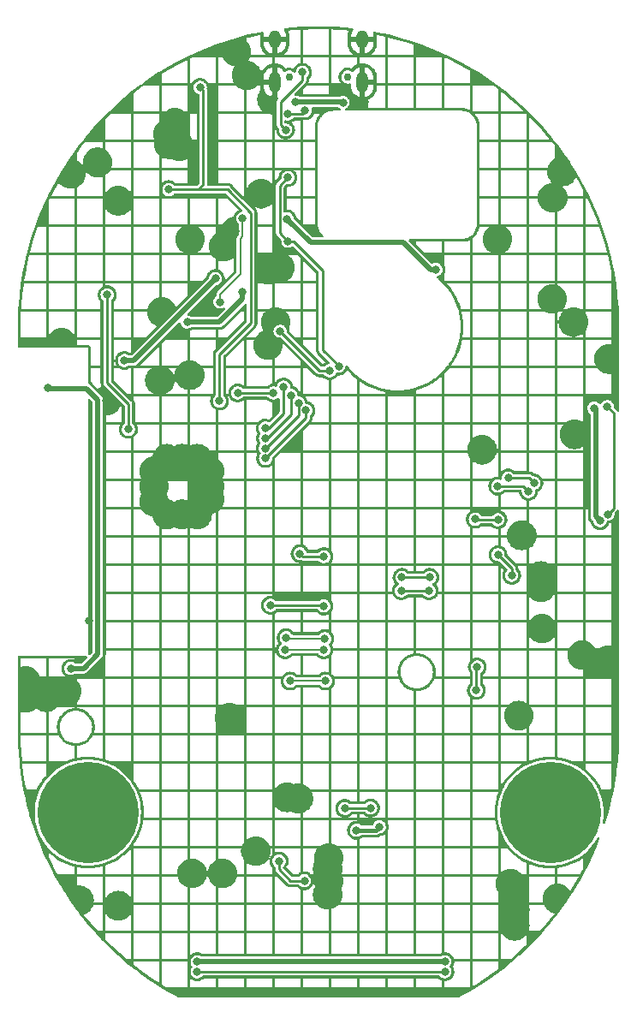
<source format=gtl>
%TF.GenerationSoftware,KiCad,Pcbnew,(6.0.8)*%
%TF.CreationDate,2022-11-08T21:56:57+00:00*%
%TF.ProjectId,octoscale,6f63746f-7363-4616-9c65-2e6b69636164,rev?*%
%TF.SameCoordinates,Original*%
%TF.FileFunction,Copper,L1,Top*%
%TF.FilePolarity,Positive*%
%FSLAX46Y46*%
G04 Gerber Fmt 4.6, Leading zero omitted, Abs format (unit mm)*
G04 Created by KiCad (PCBNEW (6.0.8)) date 2022-11-08 21:56:57*
%MOMM*%
%LPD*%
G01*
G04 APERTURE LIST*
%TA.AperFunction,SMDPad,CuDef*%
%ADD10C,10.000000*%
%TD*%
%TA.AperFunction,ComponentPad*%
%ADD11C,0.750000*%
%TD*%
%TA.AperFunction,ComponentPad*%
%ADD12O,1.200000X2.000000*%
%TD*%
%TA.AperFunction,ComponentPad*%
%ADD13O,1.200000X1.800000*%
%TD*%
%TA.AperFunction,ViaPad*%
%ADD14C,0.800000*%
%TD*%
%TA.AperFunction,Conductor*%
%ADD15C,0.200000*%
%TD*%
%TA.AperFunction,Conductor*%
%ADD16C,0.250000*%
%TD*%
%TA.AperFunction,Conductor*%
%ADD17C,0.500000*%
%TD*%
%TA.AperFunction,Conductor*%
%ADD18C,0.400000*%
%TD*%
G04 APERTURE END LIST*
D10*
%TO.P,TP2,1,1*%
%TO.N,TOUCH_2*%
X192935000Y-123000000D03*
%TD*%
%TO.P,TP1,1,1*%
%TO.N,TOUCH_1*%
X147185000Y-123000000D03*
%TD*%
D11*
%TO.P,J1,*%
%TO.N,*%
X172900000Y-50262500D03*
X167100000Y-50262500D03*
D12*
%TO.P,J1,S1,SHIELD*%
%TO.N,GND*%
X165670000Y-50762500D03*
X174330000Y-50762500D03*
D13*
X165670000Y-46562500D03*
X174330000Y-46562500D03*
%TD*%
D14*
%TO.N,GND*%
X146315262Y-131684765D03*
X157250000Y-79750000D03*
X154300000Y-80250000D03*
X150200000Y-132200000D03*
X168000000Y-121600000D03*
X141050000Y-109984502D03*
X159250000Y-92000000D03*
X173500000Y-52750000D03*
X189400000Y-132600000D03*
X156500000Y-93500000D03*
X160600000Y-67000000D03*
X155000000Y-93500000D03*
X159250000Y-90750000D03*
X156500000Y-88000000D03*
X198700000Y-78150000D03*
X145100000Y-111000000D03*
X158000000Y-93500000D03*
X155100000Y-55900000D03*
X163800000Y-126800000D03*
X155200000Y-56900000D03*
X189800000Y-113400000D03*
X166900000Y-121500000D03*
X161185001Y-113629997D03*
X155800000Y-54800000D03*
X154500000Y-73500000D03*
X160500000Y-129000000D03*
X170900000Y-131100000D03*
X153750000Y-89250000D03*
X171000000Y-127500000D03*
X153750000Y-90750000D03*
X192000000Y-100700000D03*
X190100000Y-95600000D03*
X161870498Y-47750000D03*
X144600000Y-76550000D03*
X141050000Y-111650000D03*
X145496673Y-59830072D03*
X165000000Y-76750000D03*
X186182000Y-87122000D03*
X192000000Y-99600000D03*
X192100000Y-104800000D03*
X143050000Y-111600000D03*
X165750000Y-74500000D03*
X193100000Y-72200000D03*
X158000000Y-88000000D03*
X153750000Y-92250000D03*
X159250000Y-89250000D03*
X161800500Y-65500000D03*
X155000000Y-88000000D03*
X189000000Y-130050000D03*
X189400000Y-134200000D03*
X147335500Y-104000000D03*
X150200000Y-62500000D03*
X166200000Y-69100000D03*
X171000000Y-129800000D03*
X196070164Y-107428827D03*
X157300000Y-66300000D03*
X162900000Y-50100000D03*
X193622208Y-131508365D03*
X195300000Y-85600000D03*
X193149500Y-62200000D03*
X195200000Y-74500000D03*
X165000000Y-69300000D03*
X156225500Y-57100000D03*
X194081270Y-59615905D03*
X149034500Y-82252537D03*
X187700000Y-66300000D03*
X170900000Y-128600000D03*
X198600000Y-107950000D03*
X164300000Y-61800000D03*
X157500000Y-129000000D03*
X164100000Y-69100000D03*
X165400000Y-52500000D03*
X148150000Y-58700000D03*
%TO.N,VCC*%
X171100000Y-79300000D03*
X166200000Y-75400000D03*
X162500000Y-64250000D03*
X187718714Y-90718714D03*
X160250000Y-72500000D03*
X190750000Y-91250000D03*
%TO.N,/CC1*%
X168674020Y-53599500D03*
X166975020Y-53900000D03*
%TO.N,/CC2*%
X168400000Y-49800000D03*
X166750000Y-55500000D03*
%TO.N,/ADD*%
X170700000Y-110000000D03*
X167200000Y-110000000D03*
%TO.N,/A-*%
X166700000Y-106900000D03*
X170522580Y-106900000D03*
%TO.N,/A+*%
X170600000Y-105800000D03*
X166800000Y-105700000D03*
%TO.N,OLED_RESET*%
X166100000Y-127800000D03*
X168600000Y-129743699D03*
%TO.N,TOUCH_1*%
X150000000Y-119400000D03*
%TO.N,TOUCH_2*%
X194500000Y-119000000D03*
%TO.N,RESET*%
X162000000Y-81500000D03*
X165539500Y-81500000D03*
X187750000Y-97500000D03*
X189100000Y-99550000D03*
%TO.N,BOOT*%
X180935000Y-101071762D03*
X170522580Y-102571762D03*
X178185000Y-101071762D03*
X165250000Y-102500000D03*
%TO.N,BUZZER*%
X185500000Y-94000000D03*
X187742847Y-94045141D03*
%TO.N,LDO_EN*%
X188750000Y-89912703D03*
X171993982Y-78853009D03*
X191304424Y-90418363D03*
X166975020Y-60200000D03*
X166975020Y-66500000D03*
%TO.N,SCL*%
X185700000Y-108600000D03*
X172600000Y-122600000D03*
X175143679Y-122556321D03*
X185612299Y-110912299D03*
%TO.N,EXP_1_A*%
X164748039Y-86975507D03*
X168012299Y-82487701D03*
%TO.N,EXP_1_B*%
X164761854Y-87986290D03*
X168762299Y-83237701D03*
%TO.N,EXP_2_A*%
X167262299Y-81737701D03*
X164756731Y-85976043D03*
%TO.N,EXP_2_B*%
X166537799Y-80916743D03*
X164726983Y-84976983D03*
%TO.N,POWER_SWITCH_SENSE*%
X168174540Y-97400000D03*
X181000000Y-99750000D03*
X170522580Y-97700000D03*
X178250000Y-99750000D03*
%TO.N,BATT_SENSE*%
X160200000Y-82300000D03*
X158300000Y-51300000D03*
X155200000Y-61400000D03*
%TO.N,CHRG*%
X149100000Y-71800000D03*
X151200000Y-85100000D03*
%TO.N,VBUS*%
X172419186Y-52784635D03*
X157000000Y-74500000D03*
X162500000Y-71500000D03*
X167750000Y-52750000D03*
%TO.N,Net-(D1-Pad3)*%
X158000000Y-138750000D03*
X182500000Y-138749503D03*
%TO.N,Net-(D6-Pad3)*%
X198600000Y-93500000D03*
X198550000Y-82850000D03*
%TO.N,+3.3V*%
X173750000Y-124750000D03*
X197250000Y-83000000D03*
X181600000Y-69300000D03*
X150800000Y-78300000D03*
X159800000Y-70200000D03*
X158000000Y-137750000D03*
X145500000Y-108750000D03*
X166900000Y-64300000D03*
X143250000Y-81000000D03*
X176000000Y-124400000D03*
X197832161Y-94139866D03*
X182500000Y-137750000D03*
%TD*%
D15*
%TO.N,VCC*%
X162250000Y-69750000D02*
X160250000Y-71750000D01*
X162500000Y-66000000D02*
X162250000Y-66250000D01*
X162500000Y-64250000D02*
X162500000Y-66000000D01*
D16*
X170100000Y-79300000D02*
X166200000Y-75400000D01*
X190218714Y-90718714D02*
X187718714Y-90718714D01*
D15*
X160250000Y-71750000D02*
X160250000Y-72500000D01*
D16*
X171100000Y-79300000D02*
X170100000Y-79300000D01*
D15*
X162250000Y-66250000D02*
X162250000Y-69750000D01*
D16*
X190750000Y-91250000D02*
X190218714Y-90718714D01*
%TO.N,/CC1*%
X168373520Y-53900000D02*
X168674020Y-53599500D01*
X166975020Y-53900000D02*
X168373520Y-53900000D01*
%TO.N,/CC2*%
X168400000Y-49800000D02*
X168400000Y-50600000D01*
X168400000Y-50600000D02*
X166250509Y-52749491D01*
X166250509Y-55000509D02*
X166750000Y-55500000D01*
X166250509Y-52749491D02*
X166250509Y-55000509D01*
D15*
%TO.N,/ADD*%
X170700000Y-110000000D02*
X167200000Y-110000000D01*
%TO.N,/A-*%
X166700000Y-106900000D02*
X170522580Y-106900000D01*
%TO.N,/A+*%
X166900000Y-105800000D02*
X170600000Y-105800000D01*
X166800000Y-105700000D02*
X166900000Y-105800000D01*
D16*
%TO.N,OLED_RESET*%
X167243699Y-129743699D02*
X166100000Y-128600000D01*
X166100000Y-128600000D02*
X166100000Y-127800000D01*
X168600000Y-129743699D02*
X167243699Y-129743699D01*
%TO.N,RESET*%
X162000000Y-81500000D02*
X165539500Y-81500000D01*
X189100000Y-98850000D02*
X187750000Y-97500000D01*
X189100000Y-99550000D02*
X189100000Y-98850000D01*
%TO.N,BOOT*%
X170522580Y-102571762D02*
X170450818Y-102500000D01*
X180935000Y-101071762D02*
X178185000Y-101071762D01*
X170450818Y-102500000D02*
X165250000Y-102500000D01*
%TO.N,BUZZER*%
X187742847Y-94045141D02*
X185545141Y-94045141D01*
X185545141Y-94045141D02*
X185500000Y-94000000D01*
%TO.N,LDO_EN*%
X166175489Y-60999531D02*
X166975020Y-60200000D01*
X170400000Y-69400000D02*
X167500000Y-66500000D01*
X170400000Y-77250000D02*
X170400000Y-69400000D01*
X171993982Y-78853009D02*
X171993982Y-78843982D01*
X190798764Y-89912703D02*
X191304424Y-90418363D01*
X167500000Y-66500000D02*
X166975020Y-66500000D01*
X171993982Y-78843982D02*
X170400000Y-77250000D01*
X166975020Y-66500000D02*
X166175489Y-65700469D01*
X188750000Y-89912703D02*
X190798764Y-89912703D01*
X166175489Y-65700469D02*
X166175489Y-60999531D01*
%TO.N,SCL*%
X172600000Y-122600000D02*
X172643679Y-122556321D01*
X185612299Y-110912299D02*
X185612299Y-108687701D01*
X172643679Y-122556321D02*
X175143679Y-122556321D01*
X185612299Y-108687701D02*
X185700000Y-108600000D01*
%TO.N,EXP_1_A*%
X164748039Y-86975507D02*
X164781881Y-86975507D01*
X164781881Y-86975507D02*
X165481242Y-86276146D01*
X168012299Y-83737701D02*
X168012299Y-82487701D01*
X165481242Y-86276146D02*
X165481242Y-86268758D01*
X165481242Y-86268758D02*
X168012299Y-83737701D01*
%TO.N,EXP_1_B*%
X164763710Y-87986290D02*
X168762299Y-83987701D01*
X164761854Y-87986290D02*
X164763710Y-87986290D01*
X168762299Y-83987701D02*
X168762299Y-83237701D01*
%TO.N,EXP_2_A*%
X164756731Y-85976043D02*
X164938239Y-85976043D01*
X164938239Y-85976043D02*
X167262299Y-83651983D01*
X167262299Y-83651983D02*
X167262299Y-81737701D01*
%TO.N,EXP_2_B*%
X165115863Y-84976983D02*
X164726983Y-84976983D01*
X166537799Y-83555047D02*
X165115863Y-84976983D01*
X166537799Y-80916743D02*
X166537799Y-83555047D01*
%TO.N,POWER_SWITCH_SENSE*%
X168174540Y-97400000D02*
X168474540Y-97700000D01*
X168474540Y-97700000D02*
X170522580Y-97700000D01*
X181000000Y-99750000D02*
X178250000Y-99750000D01*
%TO.N,BATT_SENSE*%
X163300000Y-74600000D02*
X163300000Y-63700000D01*
X158600000Y-51600000D02*
X158600000Y-60900000D01*
X158600000Y-60900000D02*
X158100000Y-61400000D01*
X161000000Y-61400000D02*
X155200000Y-61400000D01*
X160200000Y-77700000D02*
X160625000Y-77275000D01*
X160625000Y-77275000D02*
X163300000Y-74600000D01*
X158300000Y-51300000D02*
X158600000Y-51600000D01*
X160200000Y-82300000D02*
X160200000Y-77700000D01*
X163300000Y-63700000D02*
X161000000Y-61400000D01*
%TO.N,CHRG*%
X149100000Y-80500000D02*
X149100000Y-73000000D01*
X149100000Y-73000000D02*
X149100000Y-71800000D01*
X151200000Y-82600000D02*
X149100000Y-80500000D01*
X151200000Y-85100000D02*
X151200000Y-82600000D01*
D17*
%TO.N,VBUS*%
X162500000Y-71500000D02*
X162500000Y-72200000D01*
X160200000Y-74500000D02*
X157000000Y-74500000D01*
X162500000Y-72200000D02*
X160200000Y-74500000D01*
X167750000Y-52750000D02*
X172384551Y-52750000D01*
X172384551Y-52750000D02*
X172419186Y-52784635D01*
D16*
%TO.N,Net-(D1-Pad3)*%
X182500000Y-138749503D02*
X182499503Y-138750000D01*
X182499503Y-138750000D02*
X158000000Y-138750000D01*
%TO.N,Net-(D6-Pad3)*%
X199179521Y-83479521D02*
X199179521Y-92920479D01*
X198550000Y-82850000D02*
X199179521Y-83479521D01*
X199179521Y-92920479D02*
X198600000Y-93500000D01*
D17*
%TO.N,+3.3V*%
X159800000Y-70200000D02*
X151700000Y-78300000D01*
X166900000Y-64300000D02*
X169241687Y-66641687D01*
X197405479Y-83155479D02*
X197250000Y-83000000D01*
X197405479Y-93713184D02*
X197405479Y-83155479D01*
D18*
X175650000Y-124750000D02*
X173750000Y-124750000D01*
X176000000Y-124400000D02*
X175650000Y-124750000D01*
D17*
X143321762Y-81071762D02*
X143250000Y-81000000D01*
X147071762Y-81071762D02*
X143321762Y-81071762D01*
X151700000Y-78300000D02*
X150800000Y-78300000D01*
X148185000Y-107321762D02*
X148185000Y-82185000D01*
X178391687Y-66641687D02*
X181050000Y-69300000D01*
X181050000Y-69300000D02*
X181600000Y-69300000D01*
X169241687Y-66641687D02*
X178391687Y-66641687D01*
X197832161Y-94139866D02*
X197405479Y-93713184D01*
X146756762Y-108750000D02*
X148185000Y-107321762D01*
X145500000Y-108750000D02*
X146756762Y-108750000D01*
X158000000Y-137750000D02*
X182500000Y-137750000D01*
X148185000Y-82185000D02*
X147071762Y-81071762D01*
%TD*%
%TA.AperFunction,Conductor*%
%TO.N,GND*%
G36*
X170539333Y-45258829D02*
G01*
X171608209Y-45297441D01*
X171612751Y-45297687D01*
X172679571Y-45374862D01*
X172684069Y-45375269D01*
X173321940Y-45444636D01*
X173387495Y-45471885D01*
X173427915Y-45530252D01*
X173430362Y-45601207D01*
X173414166Y-45638245D01*
X173345079Y-45745242D01*
X173339583Y-45755845D01*
X173265039Y-45940812D01*
X173261645Y-45952270D01*
X173223143Y-46149428D01*
X173222066Y-46158291D01*
X173222000Y-46161000D01*
X173222000Y-46290385D01*
X173226475Y-46305624D01*
X173227865Y-46306829D01*
X173235548Y-46308500D01*
X175419885Y-46308500D01*
X175435124Y-46304025D01*
X175436329Y-46302635D01*
X175438000Y-46294952D01*
X175438000Y-46212668D01*
X175437715Y-46206692D01*
X175423529Y-46058006D01*
X175421270Y-46046272D01*
X175389094Y-45936593D01*
X175389111Y-45865597D01*
X175427509Y-45805880D01*
X175492097Y-45776402D01*
X175532623Y-45777172D01*
X175867005Y-45838205D01*
X175871465Y-45839102D01*
X176916053Y-46069016D01*
X176920478Y-46070074D01*
X177275628Y-46161801D01*
X177956080Y-46337546D01*
X177960440Y-46338757D01*
X178538629Y-46510579D01*
X178985738Y-46643448D01*
X178990074Y-46644823D01*
X180003650Y-46986310D01*
X180007934Y-46987840D01*
X181008539Y-47365701D01*
X181012766Y-47367385D01*
X181999083Y-47781123D01*
X182003245Y-47782958D01*
X182194663Y-47871510D01*
X182973995Y-48232038D01*
X182978039Y-48233998D01*
X183593741Y-48546288D01*
X183931962Y-48717837D01*
X183935982Y-48719968D01*
X184871820Y-49237931D01*
X184875712Y-49240178D01*
X185301613Y-49496412D01*
X185792219Y-49791575D01*
X185796074Y-49793990D01*
X186692080Y-50378112D01*
X186695809Y-50380640D01*
X187570202Y-50996767D01*
X187573817Y-50999414D01*
X187853933Y-51212332D01*
X188425338Y-51646661D01*
X188428910Y-51649479D01*
X189256513Y-52327045D01*
X189259980Y-52329990D01*
X190062562Y-53036972D01*
X190065921Y-53040040D01*
X190842465Y-53775542D01*
X190845711Y-53778729D01*
X191196993Y-54136370D01*
X191579434Y-54525733D01*
X191595212Y-54541797D01*
X191598335Y-54545094D01*
X192290703Y-55302876D01*
X192319796Y-55334718D01*
X192322796Y-55338123D01*
X192637592Y-55708683D01*
X193015274Y-56153268D01*
X193018157Y-56156788D01*
X193226738Y-56421091D01*
X193596015Y-56889018D01*
X193680776Y-56996423D01*
X193683523Y-57000038D01*
X193805139Y-57166139D01*
X194315372Y-57863009D01*
X194317993Y-57866727D01*
X194391941Y-57975776D01*
X194875605Y-58689018D01*
X194918295Y-58751972D01*
X194920775Y-58755775D01*
X195005940Y-58891681D01*
X195488735Y-59662124D01*
X195491080Y-59666022D01*
X196025922Y-60592235D01*
X196028126Y-60596215D01*
X196366654Y-61234625D01*
X196514178Y-61512832D01*
X196529209Y-61541179D01*
X196531265Y-61545231D01*
X196665393Y-61821866D01*
X196997894Y-62507639D01*
X196999805Y-62511768D01*
X197430272Y-63487864D01*
X197431397Y-63490416D01*
X197433155Y-63494606D01*
X197651844Y-64043337D01*
X197829125Y-64488168D01*
X197830733Y-64492423D01*
X198190588Y-65499662D01*
X198192041Y-65503973D01*
X198515301Y-66523545D01*
X198516597Y-66527906D01*
X198802834Y-67558462D01*
X198803970Y-67562859D01*
X198948051Y-68165142D01*
X199052815Y-68603070D01*
X199053794Y-68607513D01*
X199061533Y-68645945D01*
X199258044Y-69621849D01*
X199264934Y-69656068D01*
X199265749Y-69660530D01*
X199380834Y-70362072D01*
X199438896Y-70716011D01*
X199439551Y-70720513D01*
X199573664Y-71775107D01*
X199574479Y-71781517D01*
X199574969Y-71786015D01*
X199669096Y-72824601D01*
X199671515Y-72851291D01*
X199671842Y-72855808D01*
X199686852Y-73132106D01*
X199729863Y-73923800D01*
X199730028Y-73928346D01*
X199731020Y-73982951D01*
X199748830Y-74963119D01*
X199748843Y-74963848D01*
X199747011Y-74984369D01*
X199747011Y-74987859D01*
X199744592Y-75000029D01*
X199747014Y-75012198D01*
X199747014Y-75012200D01*
X199747076Y-75012509D01*
X199749500Y-75037105D01*
X199749500Y-83245507D01*
X199729498Y-83313628D01*
X199675842Y-83360121D01*
X199605568Y-83370225D01*
X199540988Y-83340731D01*
X199509916Y-83300048D01*
X199494418Y-83267772D01*
X199494417Y-83267771D01*
X199490984Y-83260621D01*
X199487427Y-83256390D01*
X199485495Y-83254458D01*
X199483776Y-83252584D01*
X199483702Y-83252447D01*
X199483812Y-83252347D01*
X199483389Y-83251867D01*
X199480327Y-83246192D01*
X199471142Y-83237701D01*
X199441154Y-83209981D01*
X199437588Y-83206551D01*
X199235901Y-83004864D01*
X199201875Y-82942552D01*
X199200253Y-82898019D01*
X199205134Y-82863723D01*
X199205278Y-82850000D01*
X199202745Y-82829064D01*
X199191436Y-82735616D01*
X199186363Y-82693694D01*
X199165578Y-82638687D01*
X199133394Y-82553514D01*
X199133393Y-82553511D01*
X199130710Y-82546412D01*
X199041531Y-82416657D01*
X198985428Y-82366671D01*
X198929648Y-82316972D01*
X198929645Y-82316970D01*
X198923976Y-82311919D01*
X198902765Y-82300688D01*
X198854451Y-82275107D01*
X198784831Y-82238245D01*
X198703794Y-82217890D01*
X198639498Y-82201740D01*
X198639496Y-82201740D01*
X198632128Y-82199889D01*
X198624530Y-82199849D01*
X198624528Y-82199849D01*
X198557319Y-82199497D01*
X198474684Y-82199065D01*
X198467305Y-82200837D01*
X198467301Y-82200837D01*
X198328967Y-82234048D01*
X198328963Y-82234049D01*
X198321588Y-82235820D01*
X198181679Y-82308032D01*
X198175957Y-82313024D01*
X198175955Y-82313025D01*
X198068759Y-82406538D01*
X198068756Y-82406541D01*
X198063034Y-82411533D01*
X198026845Y-82463025D01*
X197979462Y-82530444D01*
X197972501Y-82540348D01*
X197969740Y-82547430D01*
X197968799Y-82549843D01*
X197967644Y-82551340D01*
X197966154Y-82554118D01*
X197965691Y-82553870D01*
X197925417Y-82606044D01*
X197858538Y-82629869D01*
X197789394Y-82613754D01*
X197750949Y-82578537D01*
X197750859Y-82578617D01*
X197750115Y-82577773D01*
X197747569Y-82575441D01*
X197745837Y-82572921D01*
X197745833Y-82572917D01*
X197741531Y-82566657D01*
X197684894Y-82516195D01*
X197629648Y-82466972D01*
X197629645Y-82466970D01*
X197623976Y-82461919D01*
X197586515Y-82442084D01*
X197550498Y-82423014D01*
X197484831Y-82388245D01*
X197468122Y-82384048D01*
X197339498Y-82351740D01*
X197339496Y-82351740D01*
X197332128Y-82349889D01*
X197324530Y-82349849D01*
X197324528Y-82349849D01*
X197257319Y-82349497D01*
X197174684Y-82349065D01*
X197167305Y-82350837D01*
X197167301Y-82350837D01*
X197028967Y-82384048D01*
X197028963Y-82384049D01*
X197021588Y-82385820D01*
X196881679Y-82458032D01*
X196875957Y-82463024D01*
X196875955Y-82463025D01*
X196768759Y-82556538D01*
X196768756Y-82556541D01*
X196763034Y-82561533D01*
X196726332Y-82613754D01*
X196688245Y-82667947D01*
X196672501Y-82690348D01*
X196615309Y-82837039D01*
X196612339Y-82859598D01*
X196596048Y-82983341D01*
X196594758Y-82993138D01*
X196612035Y-83149633D01*
X196666143Y-83297490D01*
X196670380Y-83303796D01*
X196670382Y-83303799D01*
X196705600Y-83356208D01*
X196753958Y-83428172D01*
X196759577Y-83433285D01*
X196759578Y-83433286D01*
X196863778Y-83528101D01*
X196900701Y-83588741D01*
X196904979Y-83621295D01*
X196904979Y-93643003D01*
X196903651Y-93654888D01*
X196904161Y-93654929D01*
X196903441Y-93663875D01*
X196901460Y-93672631D01*
X196902977Y-93697083D01*
X196904737Y-93725448D01*
X196904979Y-93733251D01*
X196904979Y-93749124D01*
X196905614Y-93753558D01*
X196906427Y-93759234D01*
X196907457Y-93769290D01*
X196908646Y-93788450D01*
X196910338Y-93815722D01*
X196913386Y-93824166D01*
X196914155Y-93827878D01*
X196917822Y-93842583D01*
X196918883Y-93846211D01*
X196920156Y-93855102D01*
X196939418Y-93897466D01*
X196943225Y-93906821D01*
X196955970Y-93942127D01*
X196955972Y-93942131D01*
X196959019Y-93950571D01*
X196964314Y-93957819D01*
X196966090Y-93961159D01*
X196973753Y-93974273D01*
X196975782Y-93977445D01*
X196979495Y-93985612D01*
X196985350Y-93992407D01*
X196985352Y-93992410D01*
X197009866Y-94020859D01*
X197016154Y-94028779D01*
X197024001Y-94039520D01*
X197034744Y-94050263D01*
X197041102Y-94057109D01*
X197073079Y-94094221D01*
X197080613Y-94099104D01*
X197087375Y-94105003D01*
X197087371Y-94105008D01*
X197098465Y-94113984D01*
X197153006Y-94168525D01*
X197187032Y-94230837D01*
X197189150Y-94243793D01*
X197194196Y-94289499D01*
X197248304Y-94437356D01*
X197252541Y-94443662D01*
X197252543Y-94443665D01*
X197275898Y-94478420D01*
X197336119Y-94568038D01*
X197391283Y-94618233D01*
X197427919Y-94651569D01*
X197452571Y-94674001D01*
X197459246Y-94677625D01*
X197584260Y-94745503D01*
X197584262Y-94745504D01*
X197590937Y-94749128D01*
X197598286Y-94751056D01*
X197735880Y-94787153D01*
X197735882Y-94787153D01*
X197743230Y-94789081D01*
X197826541Y-94790390D01*
X197893059Y-94791435D01*
X197893062Y-94791435D01*
X197900656Y-94791554D01*
X198054129Y-94756404D01*
X198194786Y-94685661D01*
X198229127Y-94656331D01*
X198308735Y-94588340D01*
X198308737Y-94588337D01*
X198314509Y-94583408D01*
X198406385Y-94455549D01*
X198414042Y-94436503D01*
X198437707Y-94377633D01*
X198465111Y-94309464D01*
X198472317Y-94258828D01*
X198501717Y-94194206D01*
X198561388Y-94155736D01*
X198599039Y-94150597D01*
X198660898Y-94151569D01*
X198660901Y-94151569D01*
X198668495Y-94151688D01*
X198821968Y-94116538D01*
X198962625Y-94045795D01*
X199015439Y-94000688D01*
X199076574Y-93948474D01*
X199076576Y-93948471D01*
X199082348Y-93943542D01*
X199174224Y-93815683D01*
X199177812Y-93806759D01*
X199206539Y-93735298D01*
X199232950Y-93669598D01*
X199240719Y-93615009D01*
X199254553Y-93517807D01*
X199254553Y-93517804D01*
X199255134Y-93513723D01*
X199255278Y-93500000D01*
X199249232Y-93450041D01*
X199260906Y-93380013D01*
X199285225Y-93345812D01*
X199407210Y-93223827D01*
X199425441Y-93209102D01*
X199426981Y-93207701D01*
X199435731Y-93202051D01*
X199451871Y-93181577D01*
X199456257Y-93176014D01*
X199460138Y-93171647D01*
X199460060Y-93171581D01*
X199463414Y-93167623D01*
X199467096Y-93163941D01*
X199478182Y-93148427D01*
X199481738Y-93143691D01*
X199490733Y-93132281D01*
X199513124Y-93103879D01*
X199515639Y-93096716D01*
X199519340Y-93090834D01*
X199520982Y-93088536D01*
X199576860Y-93044739D01*
X199647546Y-93038105D01*
X199710597Y-93070739D01*
X199745996Y-93132281D01*
X199749500Y-93161789D01*
X199749500Y-114962915D01*
X199747079Y-114987496D01*
X199744592Y-115000000D01*
X199747014Y-115012174D01*
X199747014Y-115015546D01*
X199748866Y-115036197D01*
X199747357Y-115122311D01*
X199731320Y-116037510D01*
X199731307Y-116038228D01*
X199731153Y-116042610D01*
X199711779Y-116410831D01*
X199676708Y-117077364D01*
X199676399Y-117081768D01*
X199642543Y-117467218D01*
X199590257Y-118062497D01*
X199585734Y-118113989D01*
X199585273Y-118118355D01*
X199464706Y-119096391D01*
X199458498Y-119146750D01*
X199457881Y-119151122D01*
X199295157Y-120174410D01*
X199294388Y-120178758D01*
X199277968Y-120262891D01*
X199096045Y-121195032D01*
X199095900Y-121195774D01*
X199094983Y-121200070D01*
X198974697Y-121718962D01*
X198860989Y-122209477D01*
X198859917Y-122213760D01*
X198754549Y-122605379D01*
X198590848Y-123213804D01*
X198590698Y-123214360D01*
X198589480Y-123218590D01*
X198426617Y-123749065D01*
X198347477Y-124006837D01*
X198308363Y-124066087D01*
X198243425Y-124094785D01*
X198173280Y-124083819D01*
X198120200Y-124036671D01*
X198101036Y-123968310D01*
X198104013Y-123942585D01*
X198110064Y-123915290D01*
X198110659Y-123912608D01*
X198113726Y-123889317D01*
X198166249Y-123490359D01*
X198170503Y-123458047D01*
X198170722Y-123453046D01*
X198190086Y-123009528D01*
X198190502Y-123000000D01*
X198182741Y-122822247D01*
X198170624Y-122544713D01*
X198170623Y-122544702D01*
X198170503Y-122541953D01*
X198122825Y-122179802D01*
X198111018Y-122090117D01*
X198111017Y-122090111D01*
X198110659Y-122087392D01*
X198011425Y-121639776D01*
X198009637Y-121634106D01*
X197874385Y-121205140D01*
X197874382Y-121205132D01*
X197873556Y-121202512D01*
X197698102Y-120778929D01*
X197641528Y-120670250D01*
X197536656Y-120468794D01*
X197486398Y-120372249D01*
X197240055Y-119985568D01*
X196960948Y-119621828D01*
X196651201Y-119283799D01*
X196313172Y-118974052D01*
X196311010Y-118972393D01*
X196311004Y-118972388D01*
X196187238Y-118877419D01*
X195949432Y-118694945D01*
X195946285Y-118692940D01*
X196402500Y-118692940D01*
X196482043Y-118753975D01*
X196484189Y-118755659D01*
X196485054Y-118756353D01*
X196487200Y-118758115D01*
X196495620Y-118765181D01*
X196497724Y-118766986D01*
X196498556Y-118767716D01*
X196500580Y-118769531D01*
X196838609Y-119079278D01*
X196840569Y-119081112D01*
X196841370Y-119081878D01*
X196843381Y-119083846D01*
X196851154Y-119091619D01*
X196853122Y-119093630D01*
X196853888Y-119094431D01*
X196855722Y-119096391D01*
X197165469Y-119434420D01*
X197167284Y-119436444D01*
X197168014Y-119437276D01*
X197169819Y-119439380D01*
X197176885Y-119447800D01*
X197178647Y-119449946D01*
X197179341Y-119450811D01*
X197181025Y-119452957D01*
X197460132Y-119816697D01*
X197461794Y-119818914D01*
X197462450Y-119819809D01*
X197464042Y-119822031D01*
X197470346Y-119831035D01*
X197471915Y-119833329D01*
X197472530Y-119834250D01*
X197474011Y-119836521D01*
X197720354Y-120223202D01*
X197721819Y-120225558D01*
X197722394Y-120226506D01*
X197723783Y-120228853D01*
X197729279Y-120238373D01*
X197730612Y-120240740D01*
X197731145Y-120241711D01*
X197732454Y-120244161D01*
X197944158Y-120650841D01*
X197945365Y-120653219D01*
X197945855Y-120654211D01*
X197947077Y-120656757D01*
X197951723Y-120666719D01*
X197952862Y-120669234D01*
X197953309Y-120670250D01*
X197954387Y-120672773D01*
X197975087Y-120722747D01*
X198905585Y-120722747D01*
X198944500Y-120523352D01*
X198944500Y-118180747D01*
X196402500Y-118180747D01*
X196402500Y-118692940D01*
X195946285Y-118692940D01*
X195562751Y-118448602D01*
X195156071Y-118236898D01*
X194732488Y-118061444D01*
X194729868Y-118060618D01*
X194729860Y-118060615D01*
X194297854Y-117924404D01*
X194297849Y-117924403D01*
X194295224Y-117923575D01*
X193847608Y-117824341D01*
X193844889Y-117823983D01*
X193844883Y-117823982D01*
X193639051Y-117796884D01*
X193393047Y-117764497D01*
X193390298Y-117764377D01*
X193390287Y-117764376D01*
X192937748Y-117744618D01*
X192935000Y-117744498D01*
X192932252Y-117744618D01*
X192479713Y-117764376D01*
X192479702Y-117764377D01*
X192476953Y-117764497D01*
X192230949Y-117796884D01*
X192025117Y-117823982D01*
X192025111Y-117823983D01*
X192022392Y-117824341D01*
X191574776Y-117923575D01*
X191572151Y-117924403D01*
X191572146Y-117924404D01*
X191140140Y-118060615D01*
X191140132Y-118060618D01*
X191137512Y-118061444D01*
X190713929Y-118236898D01*
X190307249Y-118448602D01*
X189920568Y-118694945D01*
X189682762Y-118877419D01*
X189558996Y-118972388D01*
X189558990Y-118972393D01*
X189556828Y-118974052D01*
X189218799Y-119283799D01*
X188909052Y-119621828D01*
X188629945Y-119985568D01*
X188383602Y-120372249D01*
X188333344Y-120468794D01*
X188228473Y-120670250D01*
X188171898Y-120778929D01*
X187996444Y-121202512D01*
X187995618Y-121205132D01*
X187995615Y-121205140D01*
X187860363Y-121634106D01*
X187858575Y-121639776D01*
X187759341Y-122087392D01*
X187758983Y-122090111D01*
X187758982Y-122090117D01*
X187747175Y-122179802D01*
X187699497Y-122541953D01*
X187699377Y-122544702D01*
X187699376Y-122544713D01*
X187687259Y-122822247D01*
X187679498Y-123000000D01*
X187679914Y-123009528D01*
X187699279Y-123453046D01*
X187699497Y-123458047D01*
X187703751Y-123490359D01*
X187756275Y-123889317D01*
X187759341Y-123912608D01*
X187858575Y-124360224D01*
X187859403Y-124362849D01*
X187859404Y-124362854D01*
X187988905Y-124773577D01*
X187996444Y-124797488D01*
X188171898Y-125221071D01*
X188383602Y-125627751D01*
X188629945Y-126014432D01*
X188746055Y-126165750D01*
X188891851Y-126355755D01*
X188909052Y-126378172D01*
X189218799Y-126716201D01*
X189556828Y-127025948D01*
X189558990Y-127027607D01*
X189558996Y-127027612D01*
X189594431Y-127054802D01*
X189920568Y-127305055D01*
X190307249Y-127551398D01*
X190713929Y-127763102D01*
X191137512Y-127938556D01*
X191140132Y-127939382D01*
X191140140Y-127939385D01*
X191572146Y-128075596D01*
X191572151Y-128075597D01*
X191574776Y-128076425D01*
X192022392Y-128175659D01*
X192025111Y-128176017D01*
X192025117Y-128176018D01*
X192168094Y-128194841D01*
X192476953Y-128235503D01*
X192479702Y-128235623D01*
X192479713Y-128235624D01*
X192932252Y-128255382D01*
X192935000Y-128255502D01*
X192937748Y-128255382D01*
X193390287Y-128235624D01*
X193390298Y-128235623D01*
X193393047Y-128235503D01*
X193701906Y-128194841D01*
X193844883Y-128176018D01*
X193844889Y-128176017D01*
X193847608Y-128175659D01*
X194295224Y-128076425D01*
X194297849Y-128075597D01*
X194297854Y-128075596D01*
X194729860Y-127939385D01*
X194729868Y-127939382D01*
X194732488Y-127938556D01*
X195156071Y-127763102D01*
X195562751Y-127551398D01*
X195949432Y-127305055D01*
X196275569Y-127054802D01*
X196311004Y-127027612D01*
X196311010Y-127027607D01*
X196313172Y-127025948D01*
X196651201Y-126716201D01*
X196960948Y-126378172D01*
X196978150Y-126355755D01*
X197123945Y-126165750D01*
X197240055Y-126014432D01*
X197486398Y-125627751D01*
X197571459Y-125464350D01*
X197620653Y-125413165D01*
X197689714Y-125396700D01*
X197756713Y-125420187D01*
X197800379Y-125476168D01*
X197806848Y-125546869D01*
X197800786Y-125567858D01*
X197692662Y-125848317D01*
X197612304Y-126056756D01*
X197571118Y-126163586D01*
X197569463Y-126167663D01*
X197399740Y-126565747D01*
X197163097Y-127120794D01*
X197161295Y-127124825D01*
X196721761Y-128063182D01*
X196719818Y-128067147D01*
X196247693Y-128989494D01*
X196245613Y-128993388D01*
X195877512Y-129654340D01*
X195744182Y-129893745D01*
X195741456Y-129898639D01*
X195739243Y-129902453D01*
X195203674Y-130789489D01*
X195201327Y-130793226D01*
X194792835Y-131419127D01*
X194635010Y-131660949D01*
X194632537Y-131664597D01*
X194555536Y-131774003D01*
X194036160Y-132511951D01*
X194033556Y-132515516D01*
X193407872Y-133341433D01*
X193405145Y-133344905D01*
X192750893Y-134148412D01*
X192748045Y-134151787D01*
X192696293Y-134210982D01*
X192070890Y-134926332D01*
X192066054Y-134931863D01*
X192063103Y-134935121D01*
X191746184Y-135272962D01*
X191354176Y-135690848D01*
X191351099Y-135694015D01*
X190616157Y-136424409D01*
X190612979Y-136427459D01*
X189852842Y-137131707D01*
X189849585Y-137134620D01*
X189112762Y-137770772D01*
X189065287Y-137811761D01*
X189061902Y-137814582D01*
X188254310Y-138463868D01*
X188250863Y-138466541D01*
X187421051Y-139087107D01*
X187417500Y-139089668D01*
X187115816Y-139299208D01*
X186566428Y-139680796D01*
X186562758Y-139683250D01*
X186294548Y-139855933D01*
X185693196Y-140243104D01*
X185691560Y-140244157D01*
X185687816Y-140246476D01*
X184967616Y-140675238D01*
X184797472Y-140776531D01*
X184793644Y-140778720D01*
X183995773Y-141216610D01*
X183964164Y-141233958D01*
X183903542Y-141249500D01*
X156096760Y-141249500D01*
X156035966Y-141233863D01*
X155207800Y-140777662D01*
X155207741Y-140777630D01*
X155203952Y-140775456D01*
X154314586Y-140244225D01*
X154310858Y-140241909D01*
X154094720Y-140102337D01*
X153964764Y-140018418D01*
X154477500Y-140018418D01*
X154928400Y-140287747D01*
X157019500Y-140287747D01*
X157019500Y-139331084D01*
X157272500Y-139331084D01*
X157272500Y-140287747D01*
X159814500Y-140287747D01*
X160067500Y-140287747D01*
X162609500Y-140287747D01*
X162862500Y-140287747D01*
X165404500Y-140287747D01*
X165657500Y-140287747D01*
X168199500Y-140287747D01*
X168452500Y-140287747D01*
X170994500Y-140287747D01*
X171247500Y-140287747D01*
X173789500Y-140287747D01*
X174042500Y-140287747D01*
X176584500Y-140287747D01*
X176837500Y-140287747D01*
X179379500Y-140287747D01*
X179632500Y-140287747D01*
X182174500Y-140287747D01*
X182427500Y-140287747D01*
X184969500Y-140287747D01*
X184969500Y-140200659D01*
X185222500Y-140200659D01*
X185543628Y-140009480D01*
X186410322Y-139451472D01*
X187257079Y-138863341D01*
X187764500Y-138483872D01*
X187764500Y-137745747D01*
X185222500Y-137745747D01*
X185222500Y-140200659D01*
X184969500Y-140200659D01*
X184969500Y-137745747D01*
X183432549Y-137745747D01*
X183432602Y-137747123D01*
X183432639Y-137748786D01*
X183432663Y-137752911D01*
X183432519Y-137766634D01*
X183432408Y-137770772D01*
X183432336Y-137772432D01*
X183432091Y-137776530D01*
X183430841Y-137792961D01*
X183430463Y-137797051D01*
X183430283Y-137798703D01*
X183429767Y-137802808D01*
X183407583Y-137958683D01*
X183406281Y-137966195D01*
X183405668Y-137969190D01*
X183403934Y-137976537D01*
X183396098Y-138005781D01*
X183393921Y-138013026D01*
X183392954Y-138015926D01*
X183390331Y-138023066D01*
X183331605Y-138169151D01*
X183328558Y-138176116D01*
X183327249Y-138178878D01*
X183323804Y-138185616D01*
X183309220Y-138212145D01*
X183305379Y-138218661D01*
X183303748Y-138221247D01*
X183299496Y-138227558D01*
X183283007Y-138250504D01*
X183309322Y-138288792D01*
X183313436Y-138295182D01*
X183315013Y-138297802D01*
X183318722Y-138304406D01*
X183332748Y-138331236D01*
X183336066Y-138338077D01*
X183337316Y-138340866D01*
X183340202Y-138347861D01*
X183395855Y-138495143D01*
X183398318Y-138502305D01*
X183399225Y-138505225D01*
X183401259Y-138512548D01*
X183408480Y-138541949D01*
X183410068Y-138549372D01*
X183410617Y-138552379D01*
X183411753Y-138559872D01*
X183430668Y-138716178D01*
X183431094Y-138720243D01*
X183431240Y-138721898D01*
X183431537Y-138726045D01*
X183432443Y-138742504D01*
X183432602Y-138746626D01*
X183432639Y-138748289D01*
X183432663Y-138752414D01*
X183432519Y-138766137D01*
X183432408Y-138770275D01*
X183432336Y-138771935D01*
X183432091Y-138776033D01*
X183430841Y-138792464D01*
X183430463Y-138796554D01*
X183430283Y-138798206D01*
X183429767Y-138802311D01*
X183407583Y-138958186D01*
X183406281Y-138965698D01*
X183405668Y-138968693D01*
X183403934Y-138976040D01*
X183396098Y-139005284D01*
X183393921Y-139012529D01*
X183392954Y-139015429D01*
X183390331Y-139022569D01*
X183331605Y-139168654D01*
X183328558Y-139175619D01*
X183327249Y-139178381D01*
X183323804Y-139185119D01*
X183309220Y-139211648D01*
X183305379Y-139218164D01*
X183303748Y-139220750D01*
X183299497Y-139227060D01*
X183207621Y-139354919D01*
X183202996Y-139360961D01*
X183201065Y-139363332D01*
X183196113Y-139369052D01*
X183175620Y-139391337D01*
X183170326Y-139396758D01*
X183168126Y-139398879D01*
X183162504Y-139403981D01*
X183042781Y-139506234D01*
X183036867Y-139510985D01*
X183034427Y-139512827D01*
X183028240Y-139517212D01*
X183003024Y-139533966D01*
X182996606Y-139537958D01*
X182993963Y-139539494D01*
X182987266Y-139543120D01*
X182846609Y-139613863D01*
X182839703Y-139617078D01*
X182836894Y-139618284D01*
X182829867Y-139621055D01*
X182801383Y-139631310D01*
X182794192Y-139633657D01*
X182791259Y-139634518D01*
X182783899Y-139636440D01*
X182630426Y-139671590D01*
X182622984Y-139673060D01*
X182619968Y-139673562D01*
X182612448Y-139674582D01*
X182582339Y-139677746D01*
X182574776Y-139678311D01*
X182571722Y-139678447D01*
X182564138Y-139678556D01*
X182427500Y-139676410D01*
X182427500Y-140287747D01*
X182174500Y-140287747D01*
X182174500Y-139622650D01*
X182171069Y-139621409D01*
X182142920Y-139610264D01*
X182135975Y-139607270D01*
X182133205Y-139605976D01*
X182126412Y-139602549D01*
X181988046Y-139527422D01*
X181981496Y-139523606D01*
X181978903Y-139521989D01*
X181972588Y-139517782D01*
X181947910Y-139500245D01*
X181941874Y-139495677D01*
X181939492Y-139493759D01*
X181933715Y-139488813D01*
X181839298Y-139402900D01*
X179632500Y-139402900D01*
X179632500Y-140287747D01*
X179379500Y-140287747D01*
X179379500Y-139402900D01*
X176837500Y-139402900D01*
X176837500Y-140287747D01*
X176584500Y-140287747D01*
X176584500Y-139402900D01*
X174042500Y-139402900D01*
X174042500Y-140287747D01*
X173789500Y-140287747D01*
X173789500Y-139402900D01*
X171247500Y-139402900D01*
X171247500Y-140287747D01*
X170994500Y-140287747D01*
X170994500Y-139402900D01*
X168452500Y-139402900D01*
X168452500Y-140287747D01*
X168199500Y-140287747D01*
X168199500Y-139402900D01*
X165657500Y-139402900D01*
X165657500Y-140287747D01*
X165404500Y-140287747D01*
X165404500Y-139402900D01*
X162862500Y-139402900D01*
X162862500Y-140287747D01*
X162609500Y-140287747D01*
X162609500Y-139402900D01*
X160067500Y-139402900D01*
X160067500Y-140287747D01*
X159814500Y-140287747D01*
X159814500Y-139402900D01*
X158664243Y-139402900D01*
X158662504Y-139404478D01*
X158542781Y-139506731D01*
X158536867Y-139511482D01*
X158534427Y-139513324D01*
X158528240Y-139517709D01*
X158503024Y-139534463D01*
X158496606Y-139538455D01*
X158493963Y-139539991D01*
X158487266Y-139543617D01*
X158346609Y-139614360D01*
X158339703Y-139617575D01*
X158336894Y-139618781D01*
X158329867Y-139621552D01*
X158301383Y-139631807D01*
X158294192Y-139634154D01*
X158291259Y-139635015D01*
X158283899Y-139636937D01*
X158130426Y-139672087D01*
X158122984Y-139673557D01*
X158119968Y-139674059D01*
X158112448Y-139675079D01*
X158082339Y-139678243D01*
X158074776Y-139678808D01*
X158071722Y-139678944D01*
X158064138Y-139679053D01*
X157906712Y-139676580D01*
X157899128Y-139676233D01*
X157896080Y-139676001D01*
X157888546Y-139675199D01*
X157858552Y-139671091D01*
X157851081Y-139669838D01*
X157848083Y-139669242D01*
X157840678Y-139667536D01*
X157688385Y-139627583D01*
X157681082Y-139625429D01*
X157678177Y-139624476D01*
X157671069Y-139621906D01*
X157642920Y-139610761D01*
X157635975Y-139607767D01*
X157633205Y-139606473D01*
X157626412Y-139603046D01*
X157488046Y-139527919D01*
X157481496Y-139524103D01*
X157478903Y-139522486D01*
X157472588Y-139518279D01*
X157447910Y-139500742D01*
X157441874Y-139496174D01*
X157439492Y-139494256D01*
X157433715Y-139489310D01*
X157317263Y-139383347D01*
X157311781Y-139378045D01*
X157309648Y-139375854D01*
X157304546Y-139370290D01*
X157284765Y-139347372D01*
X157279991Y-139341492D01*
X157278137Y-139339063D01*
X157273714Y-139332891D01*
X157272500Y-139331084D01*
X157019500Y-139331084D01*
X157019500Y-138743138D01*
X157344758Y-138743138D01*
X157362035Y-138899633D01*
X157416143Y-139047490D01*
X157420380Y-139053796D01*
X157420382Y-139053799D01*
X157442757Y-139087096D01*
X157503958Y-139178172D01*
X157620410Y-139284135D01*
X157632796Y-139290860D01*
X157752099Y-139355637D01*
X157752101Y-139355638D01*
X157758776Y-139359262D01*
X157766125Y-139361190D01*
X157903719Y-139397287D01*
X157903721Y-139397287D01*
X157911069Y-139399215D01*
X157994380Y-139400524D01*
X158060898Y-139401569D01*
X158060901Y-139401569D01*
X158068495Y-139401688D01*
X158221968Y-139366538D01*
X158362625Y-139295795D01*
X158388869Y-139273381D01*
X158476574Y-139198474D01*
X158476576Y-139198471D01*
X158482348Y-139193542D01*
X158486777Y-139187378D01*
X158486780Y-139187375D01*
X158493536Y-139177973D01*
X158549531Y-139134326D01*
X158595858Y-139125500D01*
X181902439Y-139125500D01*
X181970560Y-139145502D01*
X181997820Y-139169169D01*
X181999726Y-139171378D01*
X182003958Y-139177675D01*
X182009568Y-139182780D01*
X182009570Y-139182782D01*
X182058231Y-139227060D01*
X182120410Y-139283638D01*
X182148171Y-139298711D01*
X182252099Y-139355140D01*
X182252101Y-139355141D01*
X182258776Y-139358765D01*
X182266125Y-139360693D01*
X182403719Y-139396790D01*
X182403721Y-139396790D01*
X182411069Y-139398718D01*
X182494380Y-139400027D01*
X182560898Y-139401072D01*
X182560901Y-139401072D01*
X182568495Y-139401191D01*
X182721968Y-139366041D01*
X182862625Y-139295298D01*
X182949910Y-139220750D01*
X182976574Y-139197977D01*
X182976576Y-139197974D01*
X182982348Y-139193045D01*
X183074224Y-139065186D01*
X183132950Y-138919101D01*
X183141451Y-138859371D01*
X183154553Y-138767310D01*
X183154553Y-138767307D01*
X183155134Y-138763226D01*
X183155278Y-138749503D01*
X183136363Y-138593197D01*
X183116998Y-138541949D01*
X183083394Y-138453017D01*
X183083393Y-138453014D01*
X183080710Y-138445915D01*
X183076412Y-138439661D01*
X183076408Y-138439654D01*
X182994126Y-138319935D01*
X182972025Y-138252466D01*
X182989910Y-138183759D01*
X182995643Y-138175041D01*
X183069790Y-138071855D01*
X183069793Y-138071849D01*
X183074224Y-138065683D01*
X183132950Y-137919598D01*
X183149097Y-137806144D01*
X183154553Y-137767807D01*
X183154553Y-137767804D01*
X183155134Y-137763723D01*
X183155278Y-137750000D01*
X183136363Y-137593694D01*
X183102306Y-137503564D01*
X183083394Y-137453514D01*
X183083393Y-137453511D01*
X183080710Y-137446412D01*
X182991531Y-137316657D01*
X182914649Y-137248157D01*
X182879648Y-137216972D01*
X182879644Y-137216969D01*
X182873976Y-137211919D01*
X182734831Y-137138245D01*
X182708742Y-137131692D01*
X182589498Y-137101740D01*
X182589496Y-137101740D01*
X182582128Y-137099889D01*
X182574530Y-137099849D01*
X182574528Y-137099849D01*
X182507319Y-137099497D01*
X182424684Y-137099065D01*
X182417305Y-137100837D01*
X182417301Y-137100837D01*
X182278967Y-137134048D01*
X182278963Y-137134049D01*
X182271588Y-137135820D01*
X182131679Y-137208032D01*
X182119737Y-137218450D01*
X182055257Y-137248157D01*
X182036909Y-137249500D01*
X158464144Y-137249500D01*
X158396023Y-137229498D01*
X158380331Y-137217581D01*
X158373976Y-137211919D01*
X158234831Y-137138245D01*
X158208742Y-137131692D01*
X158089498Y-137101740D01*
X158089496Y-137101740D01*
X158082128Y-137099889D01*
X158074530Y-137099849D01*
X158074528Y-137099849D01*
X158007319Y-137099497D01*
X157924684Y-137099065D01*
X157917305Y-137100837D01*
X157917301Y-137100837D01*
X157778967Y-137134048D01*
X157778963Y-137134049D01*
X157771588Y-137135820D01*
X157631679Y-137208032D01*
X157625957Y-137213024D01*
X157625955Y-137213025D01*
X157518759Y-137306538D01*
X157518756Y-137306541D01*
X157513034Y-137311533D01*
X157422501Y-137440348D01*
X157365309Y-137587039D01*
X157344758Y-137743138D01*
X157362035Y-137899633D01*
X157416143Y-138047490D01*
X157420380Y-138053796D01*
X157420382Y-138053799D01*
X157503958Y-138178172D01*
X157501903Y-138179553D01*
X157526325Y-138233290D01*
X157516093Y-138303545D01*
X157504662Y-138323445D01*
X157494379Y-138338077D01*
X157422501Y-138440348D01*
X157365309Y-138587039D01*
X157344758Y-138743138D01*
X157019500Y-138743138D01*
X157019500Y-137745747D01*
X154477500Y-137745747D01*
X154477500Y-140018418D01*
X153964764Y-140018418D01*
X153440633Y-139679960D01*
X153436985Y-139677513D01*
X153435646Y-139676580D01*
X152781117Y-139220750D01*
X152586902Y-139085494D01*
X152583334Y-139082915D01*
X151930052Y-138593197D01*
X151754467Y-138461574D01*
X151750997Y-138458876D01*
X151728001Y-138440348D01*
X151240355Y-138047455D01*
X151682500Y-138047455D01*
X151922989Y-138241214D01*
X152747608Y-138859371D01*
X153593342Y-139448362D01*
X154224500Y-139855933D01*
X154224500Y-137745747D01*
X151682500Y-137745747D01*
X151682500Y-138047455D01*
X151240355Y-138047455D01*
X150944327Y-137808947D01*
X150940990Y-137806162D01*
X150157508Y-137128443D01*
X150154229Y-137125505D01*
X149394929Y-136420857D01*
X149391755Y-136417807D01*
X148657506Y-135687036D01*
X148654441Y-135683876D01*
X148505182Y-135524564D01*
X148887500Y-135524564D01*
X149585575Y-136219332D01*
X150340993Y-136920378D01*
X151002683Y-137492747D01*
X151429500Y-137492747D01*
X151682500Y-137492747D01*
X154224500Y-137492747D01*
X154477500Y-137492747D01*
X157019500Y-137492747D01*
X157019500Y-137171347D01*
X157272500Y-137171347D01*
X157286079Y-137152026D01*
X157290620Y-137145962D01*
X157292525Y-137143571D01*
X157297436Y-137137774D01*
X157317694Y-137115276D01*
X157322958Y-137109774D01*
X157325137Y-137107630D01*
X157330679Y-137102495D01*
X157449324Y-136998994D01*
X157455162Y-136994201D01*
X157457582Y-136992333D01*
X157463749Y-136987864D01*
X157488788Y-136970847D01*
X157495186Y-136966775D01*
X157497813Y-136965212D01*
X157504449Y-136961529D01*
X157644358Y-136889317D01*
X157651204Y-136886041D01*
X157654000Y-136884805D01*
X157661024Y-136881950D01*
X157689400Y-136871397D01*
X157696604Y-136868962D01*
X157699529Y-136868071D01*
X157706831Y-136866084D01*
X157859927Y-136829329D01*
X157867331Y-136827785D01*
X157870341Y-136827251D01*
X157877871Y-136826149D01*
X157907944Y-136822670D01*
X157915499Y-136822025D01*
X157918551Y-136821857D01*
X157926135Y-136821669D01*
X158083579Y-136822493D01*
X158091165Y-136822761D01*
X158094215Y-136822961D01*
X158101760Y-136823684D01*
X158131796Y-136827478D01*
X158139289Y-136828655D01*
X158142294Y-136829220D01*
X158149706Y-136830846D01*
X158302409Y-136869202D01*
X158309712Y-136871272D01*
X158312627Y-136872194D01*
X158319785Y-136874698D01*
X158348049Y-136885548D01*
X158355048Y-136888479D01*
X158357830Y-136889744D01*
X158364634Y-136893089D01*
X158503779Y-136966763D01*
X158510384Y-136970519D01*
X158512979Y-136972100D01*
X159814500Y-136972100D01*
X160067500Y-136972100D01*
X162609500Y-136972100D01*
X162862500Y-136972100D01*
X165404500Y-136972100D01*
X165657500Y-136972100D01*
X168199500Y-136972100D01*
X168452500Y-136972100D01*
X170994500Y-136972100D01*
X171247500Y-136972100D01*
X173789500Y-136972100D01*
X174042500Y-136972100D01*
X176584500Y-136972100D01*
X176837500Y-136972100D01*
X179379500Y-136972100D01*
X179632500Y-136972100D01*
X181986943Y-136972100D01*
X181988787Y-136970847D01*
X181995186Y-136966775D01*
X181997813Y-136965212D01*
X182004449Y-136961529D01*
X182144358Y-136889317D01*
X182151204Y-136886041D01*
X182154000Y-136884805D01*
X182161024Y-136881950D01*
X182174500Y-136876938D01*
X182174500Y-136821676D01*
X182427500Y-136821676D01*
X182583579Y-136822493D01*
X182591165Y-136822761D01*
X182594215Y-136822961D01*
X182601760Y-136823684D01*
X182631796Y-136827478D01*
X182639289Y-136828655D01*
X182642294Y-136829220D01*
X182649706Y-136830846D01*
X182802409Y-136869202D01*
X182809712Y-136871272D01*
X182812627Y-136872194D01*
X182819785Y-136874698D01*
X182848049Y-136885548D01*
X182855048Y-136888479D01*
X182857830Y-136889744D01*
X182864634Y-136893089D01*
X183003779Y-136966763D01*
X183010384Y-136970519D01*
X183012995Y-136972110D01*
X183019340Y-136976243D01*
X183044200Y-136993521D01*
X183050277Y-136998020D01*
X183052678Y-136999912D01*
X183058511Y-137004802D01*
X183176066Y-137109540D01*
X183181589Y-137114768D01*
X183183744Y-137116935D01*
X183188914Y-137122455D01*
X183208935Y-137145163D01*
X183213766Y-137150986D01*
X183215647Y-137153397D01*
X183220144Y-137159534D01*
X183309323Y-137289289D01*
X183313436Y-137295679D01*
X183315013Y-137298299D01*
X183318722Y-137304903D01*
X183332748Y-137331733D01*
X183336066Y-137338574D01*
X183337316Y-137341363D01*
X183340202Y-137348358D01*
X183394762Y-137492747D01*
X184969500Y-137492747D01*
X185222500Y-137492747D01*
X187764500Y-137492747D01*
X188017500Y-137492747D01*
X189010304Y-137492747D01*
X189666284Y-136926393D01*
X190422494Y-136225783D01*
X190559500Y-136089625D01*
X190559500Y-135094450D01*
X190531206Y-135134858D01*
X190517088Y-135151683D01*
X190351683Y-135317088D01*
X190334859Y-135331206D01*
X190143246Y-135465375D01*
X190124225Y-135476357D01*
X189912224Y-135575215D01*
X189891585Y-135582727D01*
X189665638Y-135643269D01*
X189644009Y-135647083D01*
X189410982Y-135667470D01*
X189389018Y-135667470D01*
X189155991Y-135647083D01*
X189134362Y-135643269D01*
X188908415Y-135582727D01*
X188887776Y-135575215D01*
X188675775Y-135476357D01*
X188656754Y-135465375D01*
X188465141Y-135331206D01*
X188448317Y-135317088D01*
X188282912Y-135151683D01*
X188268794Y-135134858D01*
X188139879Y-134950747D01*
X188017500Y-134950747D01*
X188017500Y-137492747D01*
X187764500Y-137492747D01*
X187764500Y-134950747D01*
X185222500Y-134950747D01*
X185222500Y-137492747D01*
X184969500Y-137492747D01*
X184969500Y-134950747D01*
X182427500Y-134950747D01*
X182427500Y-136821676D01*
X182174500Y-136821676D01*
X182174500Y-134950747D01*
X179632500Y-134950747D01*
X179632500Y-136972100D01*
X179379500Y-136972100D01*
X179379500Y-134950747D01*
X176837500Y-134950747D01*
X176837500Y-136972100D01*
X176584500Y-136972100D01*
X176584500Y-134950747D01*
X174042500Y-134950747D01*
X174042500Y-136972100D01*
X173789500Y-136972100D01*
X173789500Y-134950747D01*
X171247500Y-134950747D01*
X171247500Y-136972100D01*
X170994500Y-136972100D01*
X170994500Y-134950747D01*
X168452500Y-134950747D01*
X168452500Y-136972100D01*
X168199500Y-136972100D01*
X168199500Y-134950747D01*
X165657500Y-134950747D01*
X165657500Y-136972100D01*
X165404500Y-136972100D01*
X165404500Y-134950747D01*
X162862500Y-134950747D01*
X162862500Y-136972100D01*
X162609500Y-136972100D01*
X162609500Y-134950747D01*
X160067500Y-134950747D01*
X160067500Y-136972100D01*
X159814500Y-136972100D01*
X159814500Y-134950747D01*
X157272500Y-134950747D01*
X157272500Y-137171347D01*
X157019500Y-137171347D01*
X157019500Y-134950747D01*
X154477500Y-134950747D01*
X154477500Y-137492747D01*
X154224500Y-137492747D01*
X154224500Y-134950747D01*
X151682500Y-134950747D01*
X151682500Y-137492747D01*
X151429500Y-137492747D01*
X151429500Y-134950747D01*
X148887500Y-134950747D01*
X148887500Y-135524564D01*
X148505182Y-135524564D01*
X147946208Y-134927943D01*
X147943255Y-134924679D01*
X147268253Y-134151787D01*
X147261841Y-134144445D01*
X147259006Y-134141083D01*
X146605259Y-133337513D01*
X146602541Y-133334050D01*
X146410549Y-133080452D01*
X146758481Y-133080452D01*
X146822111Y-133164499D01*
X147472531Y-133963981D01*
X148113363Y-134697747D01*
X148634500Y-134697747D01*
X148634500Y-132846716D01*
X148887500Y-132846716D01*
X148887500Y-134697747D01*
X151429500Y-134697747D01*
X151682500Y-134697747D01*
X154224500Y-134697747D01*
X154477500Y-134697747D01*
X157019500Y-134697747D01*
X157272500Y-134697747D01*
X159814500Y-134697747D01*
X160067500Y-134697747D01*
X162609500Y-134697747D01*
X162862500Y-134697747D01*
X165404500Y-134697747D01*
X165657500Y-134697747D01*
X168199500Y-134697747D01*
X168452500Y-134697747D01*
X170994500Y-134697747D01*
X171247500Y-134697747D01*
X173789500Y-134697747D01*
X174042500Y-134697747D01*
X176584500Y-134697747D01*
X176837500Y-134697747D01*
X179379500Y-134697747D01*
X179632500Y-134697747D01*
X182174500Y-134697747D01*
X182427500Y-134697747D01*
X184969500Y-134697747D01*
X185222500Y-134697747D01*
X187764500Y-134697747D01*
X190812500Y-134697747D01*
X191902268Y-134697747D01*
X192537453Y-133971208D01*
X193188362Y-133171808D01*
X193354500Y-132952503D01*
X193354500Y-132951079D01*
X193130623Y-132891092D01*
X193109984Y-132883580D01*
X192897983Y-132784722D01*
X192878962Y-132773740D01*
X192687349Y-132639571D01*
X192670525Y-132625453D01*
X192505120Y-132460048D01*
X192491002Y-132443223D01*
X192356833Y-132251609D01*
X192345851Y-132232589D01*
X192310019Y-132155747D01*
X190812500Y-132155747D01*
X190812500Y-132219530D01*
X190843269Y-132334362D01*
X190847083Y-132355991D01*
X190867470Y-132589018D01*
X190867470Y-132610982D01*
X190847083Y-132844009D01*
X190843269Y-132865638D01*
X190812500Y-132980470D01*
X190812500Y-133819530D01*
X190843269Y-133934362D01*
X190847083Y-133955991D01*
X190867470Y-134189018D01*
X190867470Y-134210982D01*
X190847083Y-134444009D01*
X190843269Y-134465638D01*
X190812500Y-134580470D01*
X190812500Y-134697747D01*
X187764500Y-134697747D01*
X187764500Y-132155747D01*
X185222500Y-132155747D01*
X185222500Y-134697747D01*
X184969500Y-134697747D01*
X184969500Y-132155747D01*
X182427500Y-132155747D01*
X182427500Y-134697747D01*
X182174500Y-134697747D01*
X182174500Y-132155747D01*
X179632500Y-132155747D01*
X179632500Y-134697747D01*
X179379500Y-134697747D01*
X179379500Y-132155747D01*
X176837500Y-132155747D01*
X176837500Y-134697747D01*
X176584500Y-134697747D01*
X176584500Y-132155747D01*
X174042500Y-132155747D01*
X174042500Y-134697747D01*
X173789500Y-134697747D01*
X173789500Y-132155747D01*
X171913024Y-132155747D01*
X171851683Y-132217088D01*
X171834859Y-132231206D01*
X171643246Y-132365375D01*
X171624225Y-132376357D01*
X171412224Y-132475215D01*
X171391585Y-132482727D01*
X171247500Y-132521334D01*
X171247500Y-134697747D01*
X170994500Y-134697747D01*
X170994500Y-132560163D01*
X170910981Y-132567470D01*
X170889018Y-132567470D01*
X170655991Y-132547083D01*
X170634362Y-132543269D01*
X170408415Y-132482727D01*
X170387776Y-132475215D01*
X170175775Y-132376357D01*
X170156754Y-132365375D01*
X169965141Y-132231206D01*
X169948317Y-132217088D01*
X169886976Y-132155747D01*
X168452500Y-132155747D01*
X168452500Y-134697747D01*
X168199500Y-134697747D01*
X168199500Y-132155747D01*
X165657500Y-132155747D01*
X165657500Y-134697747D01*
X165404500Y-134697747D01*
X165404500Y-132155747D01*
X162862500Y-132155747D01*
X162862500Y-134697747D01*
X162609500Y-134697747D01*
X162609500Y-132155747D01*
X160067500Y-132155747D01*
X160067500Y-134697747D01*
X159814500Y-134697747D01*
X159814500Y-132155747D01*
X157272500Y-132155747D01*
X157272500Y-134697747D01*
X157019500Y-134697747D01*
X157019500Y-132155747D01*
X154477500Y-132155747D01*
X154477500Y-134697747D01*
X154224500Y-134697747D01*
X154224500Y-132155747D01*
X151682500Y-132155747D01*
X151682500Y-134697747D01*
X151429500Y-134697747D01*
X151429500Y-132994479D01*
X151331206Y-133134858D01*
X151317088Y-133151683D01*
X151151683Y-133317088D01*
X151134859Y-133331206D01*
X150943246Y-133465375D01*
X150924225Y-133476357D01*
X150712224Y-133575215D01*
X150691585Y-133582727D01*
X150465638Y-133643269D01*
X150444009Y-133647083D01*
X150210982Y-133667470D01*
X150189018Y-133667470D01*
X149955991Y-133647083D01*
X149934362Y-133643269D01*
X149708415Y-133582727D01*
X149687776Y-133575215D01*
X149475775Y-133476357D01*
X149456754Y-133465375D01*
X149265141Y-133331206D01*
X149248317Y-133317088D01*
X149082912Y-133151683D01*
X149068794Y-133134858D01*
X148934625Y-132943244D01*
X148923643Y-132924224D01*
X148887500Y-132846716D01*
X148634500Y-132846716D01*
X148634500Y-132155747D01*
X147703510Y-132155747D01*
X147697989Y-132176350D01*
X147690477Y-132196989D01*
X147591619Y-132408989D01*
X147580637Y-132428009D01*
X147446468Y-132619623D01*
X147432350Y-132636448D01*
X147266945Y-132801853D01*
X147250121Y-132815971D01*
X147058508Y-132950140D01*
X147039487Y-132961122D01*
X146827486Y-133059980D01*
X146806847Y-133067492D01*
X146758481Y-133080452D01*
X146410549Y-133080452D01*
X146178346Y-132773740D01*
X145977249Y-132508114D01*
X145974711Y-132504638D01*
X145378612Y-131657305D01*
X145376178Y-131653712D01*
X145274174Y-131497383D01*
X144810097Y-130786154D01*
X144807759Y-130782431D01*
X144740045Y-130670279D01*
X144477731Y-130235823D01*
X146092500Y-130235823D01*
X146304280Y-130217295D01*
X146326244Y-130217295D01*
X146559271Y-130237682D01*
X146580900Y-130241496D01*
X146806847Y-130302038D01*
X146827486Y-130309550D01*
X147039487Y-130408408D01*
X147058508Y-130419390D01*
X147250121Y-130553559D01*
X147266945Y-130567677D01*
X147432350Y-130733082D01*
X147446468Y-130749907D01*
X147580637Y-130941521D01*
X147591619Y-130960541D01*
X147690477Y-131172541D01*
X147697989Y-131193180D01*
X147758531Y-131419127D01*
X147762345Y-131440756D01*
X147782732Y-131673783D01*
X147782732Y-131695747D01*
X147764622Y-131902747D01*
X148634500Y-131902747D01*
X151682500Y-131902747D01*
X154224500Y-131902747D01*
X154477500Y-131902747D01*
X157019500Y-131902747D01*
X157272500Y-131902747D01*
X159814500Y-131902747D01*
X160067500Y-131902747D01*
X162609500Y-131902747D01*
X162862500Y-131902747D01*
X165404500Y-131902747D01*
X165657500Y-131902747D01*
X168199500Y-131902747D01*
X168452500Y-131902747D01*
X169676289Y-131902747D01*
X172123711Y-131902747D01*
X173789500Y-131902747D01*
X174042500Y-131902747D01*
X176584500Y-131902747D01*
X176837500Y-131902747D01*
X179379500Y-131902747D01*
X179632500Y-131902747D01*
X182174500Y-131902747D01*
X182427500Y-131902747D01*
X184969500Y-131902747D01*
X185222500Y-131902747D01*
X187764500Y-131902747D01*
X190812500Y-131902747D01*
X192213436Y-131902747D01*
X192178939Y-131774003D01*
X192175125Y-131752374D01*
X192154738Y-131519347D01*
X192154738Y-131497383D01*
X192175125Y-131264356D01*
X192178939Y-131242727D01*
X192239481Y-131016780D01*
X192246993Y-130996141D01*
X192345851Y-130784141D01*
X192356833Y-130765121D01*
X192491002Y-130573507D01*
X192505120Y-130556682D01*
X192670525Y-130391277D01*
X192687350Y-130377159D01*
X192878964Y-130242990D01*
X192897984Y-130232008D01*
X193109984Y-130133150D01*
X193130623Y-130125638D01*
X193354500Y-130065651D01*
X193354500Y-130041221D01*
X193607500Y-130041221D01*
X193611227Y-130040895D01*
X193633190Y-130040895D01*
X193866217Y-130061282D01*
X193887846Y-130065096D01*
X194113793Y-130125638D01*
X194134432Y-130133150D01*
X194346433Y-130232008D01*
X194365454Y-130242990D01*
X194557067Y-130377159D01*
X194573891Y-130391277D01*
X194739296Y-130556682D01*
X194753414Y-130573507D01*
X194887583Y-130765121D01*
X194887975Y-130765800D01*
X194967578Y-130643831D01*
X195500386Y-129761369D01*
X195723502Y-129360747D01*
X193607500Y-129360747D01*
X193607500Y-130041221D01*
X193354500Y-130041221D01*
X193354500Y-129360747D01*
X190812500Y-129360747D01*
X190812500Y-131902747D01*
X187764500Y-131902747D01*
X187764500Y-130835911D01*
X187734625Y-130793245D01*
X187723643Y-130774224D01*
X187624785Y-130562224D01*
X187617273Y-130541585D01*
X187556731Y-130315638D01*
X187552917Y-130294009D01*
X187532530Y-130060982D01*
X187532530Y-130039018D01*
X187552917Y-129805991D01*
X187556731Y-129784362D01*
X187617273Y-129558415D01*
X187624785Y-129537776D01*
X187707336Y-129360747D01*
X185222500Y-129360747D01*
X185222500Y-131902747D01*
X184969500Y-131902747D01*
X184969500Y-129360747D01*
X182427500Y-129360747D01*
X182427500Y-131902747D01*
X182174500Y-131902747D01*
X182174500Y-129360747D01*
X179632500Y-129360747D01*
X179632500Y-131902747D01*
X179379500Y-131902747D01*
X179379500Y-129360747D01*
X176837500Y-129360747D01*
X176837500Y-131902747D01*
X176584500Y-131902747D01*
X176584500Y-129360747D01*
X174042500Y-129360747D01*
X174042500Y-131902747D01*
X173789500Y-131902747D01*
X173789500Y-129360747D01*
X172396749Y-129360747D01*
X172443269Y-129534362D01*
X172447083Y-129555991D01*
X172467470Y-129789018D01*
X172467470Y-129810982D01*
X172447083Y-130044009D01*
X172443269Y-130065638D01*
X172382727Y-130291585D01*
X172375215Y-130312224D01*
X172276357Y-130524224D01*
X172265375Y-130543244D01*
X172258817Y-130552610D01*
X172275215Y-130587776D01*
X172282727Y-130608415D01*
X172343269Y-130834362D01*
X172347083Y-130855991D01*
X172367470Y-131089018D01*
X172367470Y-131110982D01*
X172347083Y-131344009D01*
X172343269Y-131365638D01*
X172282727Y-131591585D01*
X172275215Y-131612224D01*
X172176357Y-131824224D01*
X172165375Y-131843244D01*
X172123711Y-131902747D01*
X169676289Y-131902747D01*
X169634625Y-131843244D01*
X169623643Y-131824224D01*
X169524785Y-131612224D01*
X169517273Y-131591585D01*
X169456731Y-131365638D01*
X169452917Y-131344009D01*
X169432530Y-131110982D01*
X169432530Y-131089018D01*
X169452917Y-130855991D01*
X169456731Y-130834362D01*
X169517273Y-130608415D01*
X169524785Y-130587776D01*
X169623643Y-130375776D01*
X169634625Y-130356756D01*
X169641183Y-130347390D01*
X169624785Y-130312224D01*
X169617273Y-130291585D01*
X169556731Y-130065638D01*
X169552917Y-130044009D01*
X169532530Y-129810982D01*
X169532530Y-129789018D01*
X169552917Y-129555991D01*
X169556731Y-129534362D01*
X169603251Y-129360747D01*
X169447264Y-129360747D01*
X169495855Y-129489339D01*
X169498318Y-129496501D01*
X169499225Y-129499421D01*
X169501259Y-129506744D01*
X169508480Y-129536145D01*
X169510068Y-129543568D01*
X169510617Y-129546575D01*
X169511753Y-129554068D01*
X169530668Y-129710374D01*
X169531094Y-129714439D01*
X169531240Y-129716094D01*
X169531537Y-129720241D01*
X169532443Y-129736700D01*
X169532602Y-129740822D01*
X169532639Y-129742485D01*
X169532663Y-129746610D01*
X169532519Y-129760333D01*
X169532408Y-129764471D01*
X169532336Y-129766131D01*
X169532091Y-129770229D01*
X169530841Y-129786660D01*
X169530463Y-129790750D01*
X169530283Y-129792402D01*
X169529767Y-129796507D01*
X169507583Y-129952382D01*
X169506281Y-129959894D01*
X169505668Y-129962889D01*
X169503934Y-129970236D01*
X169496098Y-129999480D01*
X169493921Y-130006725D01*
X169492954Y-130009625D01*
X169490331Y-130016765D01*
X169431605Y-130162850D01*
X169428558Y-130169815D01*
X169427249Y-130172577D01*
X169423804Y-130179315D01*
X169409220Y-130205844D01*
X169405379Y-130212360D01*
X169403748Y-130214946D01*
X169399497Y-130221256D01*
X169307621Y-130349115D01*
X169302996Y-130355157D01*
X169301065Y-130357528D01*
X169296113Y-130363248D01*
X169275620Y-130385533D01*
X169270326Y-130390954D01*
X169268126Y-130393075D01*
X169262504Y-130398177D01*
X169142781Y-130500430D01*
X169136867Y-130505181D01*
X169134427Y-130507023D01*
X169128240Y-130511408D01*
X169103024Y-130528162D01*
X169096606Y-130532154D01*
X169093963Y-130533690D01*
X169087266Y-130537316D01*
X168946609Y-130608059D01*
X168939703Y-130611274D01*
X168936894Y-130612480D01*
X168929867Y-130615251D01*
X168901383Y-130625506D01*
X168894192Y-130627853D01*
X168891259Y-130628714D01*
X168883899Y-130630636D01*
X168730426Y-130665786D01*
X168722984Y-130667256D01*
X168719968Y-130667758D01*
X168712448Y-130668778D01*
X168682339Y-130671942D01*
X168674776Y-130672507D01*
X168671722Y-130672643D01*
X168664138Y-130672752D01*
X168506712Y-130670279D01*
X168499128Y-130669932D01*
X168496080Y-130669700D01*
X168488546Y-130668898D01*
X168458552Y-130664790D01*
X168452500Y-130663775D01*
X168452500Y-131902747D01*
X168199500Y-131902747D01*
X168199500Y-130582133D01*
X168088046Y-130521618D01*
X168081496Y-130517802D01*
X168078903Y-130516185D01*
X168072588Y-130511978D01*
X168047910Y-130494441D01*
X168041874Y-130489873D01*
X168039492Y-130487955D01*
X168033715Y-130483009D01*
X167938752Y-130396599D01*
X167257192Y-130396599D01*
X167206877Y-130398576D01*
X167196510Y-130398556D01*
X167192329Y-130398376D01*
X167181956Y-130397499D01*
X167171883Y-130396226D01*
X167166343Y-130395987D01*
X167163631Y-130395841D01*
X167162536Y-130395770D01*
X167159816Y-130395564D01*
X167154309Y-130395087D01*
X167146456Y-130394158D01*
X167143302Y-130393684D01*
X167135509Y-130392261D01*
X167104634Y-130385614D01*
X167096945Y-130383704D01*
X167093875Y-130382838D01*
X167086334Y-130380453D01*
X167041870Y-130364838D01*
X166996735Y-130351340D01*
X166986910Y-130347955D01*
X166983014Y-130346430D01*
X166973513Y-130342252D01*
X166960660Y-130335956D01*
X166958700Y-130335175D01*
X166954882Y-130333468D01*
X166945597Y-130328849D01*
X166941035Y-130326340D01*
X166936367Y-130324054D01*
X166927234Y-130319104D01*
X166923642Y-130316961D01*
X166921897Y-130315820D01*
X166909351Y-130308922D01*
X166900448Y-130303537D01*
X166896961Y-130301226D01*
X166888562Y-130295148D01*
X166851592Y-130266004D01*
X166838954Y-130256972D01*
X166834768Y-130253847D01*
X166833115Y-130252559D01*
X166829101Y-130249297D01*
X166813263Y-130235876D01*
X166812340Y-130235061D01*
X166790388Y-130217755D01*
X166782502Y-130210992D01*
X166779440Y-130208139D01*
X166772140Y-130200752D01*
X166744294Y-130170149D01*
X166737621Y-130162178D01*
X166735070Y-130158862D01*
X166733989Y-130157330D01*
X165937407Y-129360747D01*
X165657500Y-129360747D01*
X165657500Y-131902747D01*
X165404500Y-131902747D01*
X165404500Y-129360747D01*
X162862500Y-129360747D01*
X162862500Y-131902747D01*
X162609500Y-131902747D01*
X162609500Y-129360747D01*
X161917785Y-129360747D01*
X161882727Y-129491585D01*
X161875215Y-129512224D01*
X161776357Y-129724224D01*
X161765375Y-129743244D01*
X161631206Y-129934858D01*
X161617088Y-129951683D01*
X161451683Y-130117088D01*
X161434859Y-130131206D01*
X161243246Y-130265375D01*
X161224225Y-130276357D01*
X161012224Y-130375215D01*
X160991585Y-130382727D01*
X160765638Y-130443269D01*
X160744009Y-130447083D01*
X160510982Y-130467470D01*
X160489018Y-130467470D01*
X160255991Y-130447083D01*
X160234362Y-130443269D01*
X160067500Y-130398559D01*
X160067500Y-131902747D01*
X159814500Y-131902747D01*
X159814500Y-130294415D01*
X159775775Y-130276357D01*
X159756754Y-130265375D01*
X159565141Y-130131206D01*
X159548317Y-130117088D01*
X159382912Y-129951683D01*
X159368794Y-129934858D01*
X159234625Y-129743244D01*
X159223643Y-129724224D01*
X159124785Y-129512224D01*
X159117273Y-129491585D01*
X159082215Y-129360747D01*
X158917785Y-129360747D01*
X158882727Y-129491585D01*
X158875215Y-129512224D01*
X158776357Y-129724224D01*
X158765375Y-129743244D01*
X158631206Y-129934858D01*
X158617088Y-129951683D01*
X158451683Y-130117088D01*
X158434859Y-130131206D01*
X158243246Y-130265375D01*
X158224225Y-130276357D01*
X158012224Y-130375215D01*
X157991585Y-130382727D01*
X157765638Y-130443269D01*
X157744009Y-130447083D01*
X157510982Y-130467470D01*
X157489018Y-130467470D01*
X157272500Y-130448527D01*
X157272500Y-131902747D01*
X157019500Y-131902747D01*
X157019500Y-130385697D01*
X157008415Y-130382727D01*
X156987776Y-130375215D01*
X156775775Y-130276357D01*
X156756754Y-130265375D01*
X156565141Y-130131206D01*
X156548317Y-130117088D01*
X156382912Y-129951683D01*
X156368794Y-129934858D01*
X156234625Y-129743244D01*
X156223643Y-129724224D01*
X156124785Y-129512224D01*
X156117273Y-129491585D01*
X156082215Y-129360747D01*
X154477500Y-129360747D01*
X154477500Y-131902747D01*
X154224500Y-131902747D01*
X154224500Y-129360747D01*
X151682500Y-129360747D01*
X151682500Y-131902747D01*
X148634500Y-131902747D01*
X148634500Y-131553284D01*
X148887500Y-131553284D01*
X148923643Y-131475776D01*
X148934625Y-131456756D01*
X149068794Y-131265142D01*
X149082912Y-131248317D01*
X149248317Y-131082912D01*
X149265142Y-131068794D01*
X149456756Y-130934625D01*
X149475776Y-130923643D01*
X149687776Y-130824785D01*
X149708415Y-130817273D01*
X149934362Y-130756731D01*
X149955991Y-130752917D01*
X150189018Y-130732530D01*
X150210982Y-130732530D01*
X150444009Y-130752917D01*
X150465638Y-130756731D01*
X150691585Y-130817273D01*
X150712224Y-130824785D01*
X150924225Y-130923643D01*
X150943246Y-130934625D01*
X151134859Y-131068794D01*
X151151683Y-131082912D01*
X151317088Y-131248317D01*
X151331206Y-131265142D01*
X151429500Y-131405521D01*
X151429500Y-129360747D01*
X148887500Y-129360747D01*
X148887500Y-131553284D01*
X148634500Y-131553284D01*
X148634500Y-129360747D01*
X146092500Y-129360747D01*
X146092500Y-130235823D01*
X144477731Y-130235823D01*
X144461016Y-130208139D01*
X144272327Y-129895623D01*
X144270118Y-129891815D01*
X143957872Y-129331294D01*
X143765998Y-128986854D01*
X143763928Y-128982981D01*
X143754069Y-128963729D01*
X143489571Y-128447270D01*
X143291730Y-128060964D01*
X143289792Y-128057011D01*
X142850095Y-127119072D01*
X142848296Y-127115054D01*
X142771648Y-126935483D01*
X143297500Y-126935483D01*
X143297500Y-127419925D01*
X143539830Y-127936852D01*
X144009632Y-128854191D01*
X144150879Y-129107747D01*
X145839500Y-129107747D01*
X146092500Y-129107747D01*
X148634500Y-129107747D01*
X148887500Y-129107747D01*
X151429500Y-129107747D01*
X151682500Y-129107747D01*
X154224500Y-129107747D01*
X154477500Y-129107747D01*
X156040996Y-129107747D01*
X156032530Y-129010982D01*
X156032530Y-128989018D01*
X156052917Y-128755991D01*
X156056731Y-128734362D01*
X156117273Y-128508415D01*
X156124785Y-128487776D01*
X156223643Y-128275776D01*
X156234625Y-128256756D01*
X156368794Y-128065142D01*
X156382912Y-128048317D01*
X156548317Y-127882912D01*
X156565142Y-127868794D01*
X156756756Y-127734625D01*
X156775776Y-127723643D01*
X156987776Y-127624785D01*
X157008415Y-127617273D01*
X157019500Y-127614303D01*
X157019500Y-127551473D01*
X157272500Y-127551473D01*
X157489018Y-127532530D01*
X157510982Y-127532530D01*
X157744009Y-127552917D01*
X157765638Y-127556731D01*
X157991585Y-127617273D01*
X158012224Y-127624785D01*
X158224225Y-127723643D01*
X158243246Y-127734625D01*
X158434859Y-127868794D01*
X158451683Y-127882912D01*
X158617088Y-128048317D01*
X158631206Y-128065142D01*
X158765375Y-128256756D01*
X158776357Y-128275776D01*
X158875215Y-128487776D01*
X158882727Y-128508415D01*
X158943269Y-128734362D01*
X158947083Y-128755991D01*
X158967470Y-128989018D01*
X158967470Y-129010982D01*
X158959004Y-129107747D01*
X159040996Y-129107747D01*
X159032530Y-129010982D01*
X159032530Y-128989018D01*
X159052917Y-128755991D01*
X159056731Y-128734362D01*
X159117273Y-128508415D01*
X159124785Y-128487776D01*
X159223643Y-128275776D01*
X159234625Y-128256756D01*
X159368794Y-128065142D01*
X159382912Y-128048317D01*
X159548317Y-127882912D01*
X159565142Y-127868794D01*
X159756756Y-127734625D01*
X159775775Y-127723644D01*
X159814500Y-127705586D01*
X159814500Y-127601441D01*
X160067500Y-127601441D01*
X160234362Y-127556731D01*
X160255991Y-127552917D01*
X160489018Y-127532530D01*
X160510982Y-127532530D01*
X160744009Y-127552917D01*
X160765638Y-127556731D01*
X160991585Y-127617273D01*
X161012224Y-127624785D01*
X161224225Y-127723643D01*
X161243246Y-127734625D01*
X161434859Y-127868794D01*
X161451683Y-127882912D01*
X161617088Y-128048317D01*
X161631206Y-128065142D01*
X161765375Y-128256756D01*
X161776357Y-128275776D01*
X161875215Y-128487776D01*
X161882727Y-128508415D01*
X161943269Y-128734362D01*
X161947083Y-128755991D01*
X161967470Y-128989018D01*
X161967470Y-129010982D01*
X161959004Y-129107747D01*
X162609500Y-129107747D01*
X162862500Y-129107747D01*
X165404500Y-129107747D01*
X165404500Y-128420237D01*
X165384765Y-128397372D01*
X165379991Y-128391492D01*
X165378137Y-128389063D01*
X165373714Y-128382891D01*
X165285899Y-128252209D01*
X165281858Y-128245787D01*
X165280309Y-128243152D01*
X165276665Y-128236503D01*
X165262920Y-128209528D01*
X165259685Y-128202677D01*
X165258463Y-128199874D01*
X165255638Y-128192821D01*
X165201530Y-128044964D01*
X165199139Y-128037767D01*
X165198263Y-128034838D01*
X165196309Y-128027505D01*
X165189396Y-127998030D01*
X165187889Y-127990608D01*
X165187371Y-127987595D01*
X165186310Y-127980072D01*
X165169033Y-127823577D01*
X165168428Y-127816016D01*
X165168276Y-127812963D01*
X165168127Y-127805379D01*
X165168255Y-127793138D01*
X165444758Y-127793138D01*
X165462035Y-127949633D01*
X165516143Y-128097490D01*
X165520380Y-128103796D01*
X165520382Y-128103799D01*
X165560709Y-128163811D01*
X165603958Y-128228172D01*
X165609573Y-128233281D01*
X165609578Y-128233287D01*
X165683300Y-128300369D01*
X165720222Y-128361009D01*
X165724500Y-128393562D01*
X165724500Y-128546504D01*
X165722021Y-128569801D01*
X165721923Y-128571886D01*
X165719731Y-128582066D01*
X165720955Y-128592405D01*
X165723627Y-128614984D01*
X165723971Y-128620821D01*
X165724072Y-128620813D01*
X165724500Y-128625992D01*
X165724500Y-128631193D01*
X165725354Y-128636321D01*
X165725354Y-128636327D01*
X165727628Y-128649987D01*
X165728465Y-128655863D01*
X165734424Y-128706210D01*
X165738346Y-128714377D01*
X165739833Y-128723313D01*
X165744777Y-128732475D01*
X165744778Y-128732479D01*
X165763906Y-128767929D01*
X165766602Y-128773220D01*
X165785103Y-128811749D01*
X165788537Y-128818900D01*
X165792094Y-128823131D01*
X165794026Y-128825063D01*
X165795745Y-128826937D01*
X165795819Y-128827074D01*
X165795709Y-128827174D01*
X165796132Y-128827654D01*
X165799194Y-128833329D01*
X165806841Y-128840398D01*
X165806842Y-128840399D01*
X165838367Y-128869540D01*
X165841933Y-128872970D01*
X166940353Y-129971391D01*
X166955066Y-129989608D01*
X166956477Y-129991159D01*
X166962127Y-129999909D01*
X166970307Y-130006357D01*
X166970309Y-130006360D01*
X166988160Y-130020433D01*
X166992534Y-130024320D01*
X166992600Y-130024242D01*
X166996559Y-130027597D01*
X167000237Y-130031275D01*
X167004461Y-130034294D01*
X167004470Y-130034301D01*
X167015773Y-130042378D01*
X167020519Y-130045942D01*
X167060299Y-130077302D01*
X167068847Y-130080304D01*
X167076218Y-130085571D01*
X167086191Y-130088554D01*
X167086194Y-130088555D01*
X167124782Y-130100095D01*
X167130429Y-130101930D01*
X167170763Y-130116094D01*
X167170764Y-130116094D01*
X167178247Y-130118722D01*
X167183754Y-130119199D01*
X167186461Y-130119199D01*
X167189031Y-130119310D01*
X167189193Y-130119358D01*
X167189187Y-130119503D01*
X167189807Y-130119542D01*
X167195986Y-130121390D01*
X167249280Y-130119296D01*
X167254226Y-130119199D01*
X168002010Y-130119199D01*
X168070131Y-130139201D01*
X168097391Y-130162868D01*
X168099726Y-130165574D01*
X168103958Y-130171871D01*
X168109568Y-130176976D01*
X168109570Y-130176978D01*
X168197483Y-130256972D01*
X168220410Y-130277834D01*
X168264988Y-130302038D01*
X168352099Y-130349336D01*
X168352101Y-130349337D01*
X168358776Y-130352961D01*
X168366125Y-130354889D01*
X168503719Y-130390986D01*
X168503721Y-130390986D01*
X168511069Y-130392914D01*
X168594380Y-130394223D01*
X168660898Y-130395268D01*
X168660901Y-130395268D01*
X168668495Y-130395387D01*
X168821968Y-130360237D01*
X168962625Y-130289494D01*
X169017074Y-130242990D01*
X169076574Y-130192173D01*
X169076576Y-130192170D01*
X169082348Y-130187241D01*
X169174224Y-130059382D01*
X169232950Y-129913297D01*
X169239953Y-129864092D01*
X169254553Y-129761506D01*
X169254553Y-129761503D01*
X169255134Y-129757422D01*
X169255278Y-129743699D01*
X169236363Y-129587393D01*
X169207959Y-129512224D01*
X169183394Y-129447213D01*
X169183393Y-129447210D01*
X169180710Y-129440111D01*
X169091531Y-129310356D01*
X168993758Y-129223243D01*
X168979648Y-129210671D01*
X168979645Y-129210669D01*
X168973976Y-129205618D01*
X168834831Y-129131944D01*
X168720551Y-129103239D01*
X168689498Y-129095439D01*
X168689496Y-129095439D01*
X168682128Y-129093588D01*
X168674530Y-129093548D01*
X168674528Y-129093548D01*
X168607319Y-129093196D01*
X168524684Y-129092764D01*
X168517305Y-129094536D01*
X168517301Y-129094536D01*
X168378967Y-129127747D01*
X168378963Y-129127748D01*
X168371588Y-129129519D01*
X168231679Y-129201731D01*
X168225957Y-129206723D01*
X168225955Y-129206724D01*
X168118759Y-129300237D01*
X168118756Y-129300240D01*
X168113034Y-129305232D01*
X168108667Y-129311446D01*
X168108664Y-129311449D01*
X168106415Y-129314649D01*
X168104179Y-129316430D01*
X168103582Y-129317093D01*
X168103471Y-129316993D01*
X168050881Y-129358881D01*
X168003328Y-129368199D01*
X167451426Y-129368199D01*
X167383305Y-129348197D01*
X167362331Y-129331294D01*
X166512736Y-128481699D01*
X166478710Y-128419387D01*
X166483775Y-128348572D01*
X166520000Y-128296793D01*
X166576576Y-128248472D01*
X166576577Y-128248471D01*
X166582348Y-128243542D01*
X166674224Y-128115683D01*
X166732950Y-127969598D01*
X166747296Y-127868794D01*
X166754553Y-127817807D01*
X166754553Y-127817804D01*
X166755134Y-127813723D01*
X166755278Y-127800000D01*
X166736363Y-127643694D01*
X166716998Y-127592446D01*
X166683394Y-127503514D01*
X166683393Y-127503511D01*
X166680710Y-127496412D01*
X166591531Y-127366657D01*
X166522391Y-127305055D01*
X166479648Y-127266972D01*
X166479645Y-127266970D01*
X166473976Y-127261919D01*
X166439467Y-127243647D01*
X166414578Y-127230469D01*
X166334831Y-127188245D01*
X166318122Y-127184048D01*
X166189498Y-127151740D01*
X166189496Y-127151740D01*
X166182128Y-127149889D01*
X166174530Y-127149849D01*
X166174528Y-127149849D01*
X166107319Y-127149497D01*
X166024684Y-127149065D01*
X166017305Y-127150837D01*
X166017301Y-127150837D01*
X165878967Y-127184048D01*
X165878963Y-127184049D01*
X165871588Y-127185820D01*
X165837533Y-127203397D01*
X165759550Y-127243647D01*
X165731679Y-127258032D01*
X165725957Y-127263024D01*
X165725955Y-127263025D01*
X165618759Y-127356538D01*
X165618756Y-127356541D01*
X165613034Y-127361533D01*
X165522501Y-127490348D01*
X165465309Y-127637039D01*
X165464318Y-127644568D01*
X165445783Y-127785354D01*
X165444758Y-127793138D01*
X165168255Y-127793138D01*
X165168444Y-127775107D01*
X165168752Y-127767522D01*
X165168968Y-127764473D01*
X165169731Y-127756931D01*
X165190282Y-127600832D01*
X165191499Y-127593337D01*
X165192080Y-127590335D01*
X165193744Y-127582941D01*
X165201273Y-127553618D01*
X165203378Y-127546334D01*
X165204315Y-127543424D01*
X165206858Y-127536274D01*
X165264050Y-127389583D01*
X165267028Y-127382577D01*
X165268308Y-127379802D01*
X165271677Y-127373038D01*
X165285983Y-127346356D01*
X165289760Y-127339794D01*
X165291364Y-127337191D01*
X165295546Y-127330841D01*
X165386079Y-127202026D01*
X165390620Y-127195962D01*
X165392525Y-127193571D01*
X165397436Y-127187774D01*
X165404500Y-127179929D01*
X165404500Y-126984147D01*
X165657500Y-126984147D01*
X165744358Y-126939317D01*
X165751204Y-126936041D01*
X165754000Y-126934805D01*
X165761024Y-126931950D01*
X165789400Y-126921397D01*
X165796604Y-126918962D01*
X165799529Y-126918071D01*
X165806831Y-126916084D01*
X165959927Y-126879329D01*
X165967331Y-126877785D01*
X165970341Y-126877251D01*
X165977871Y-126876149D01*
X166007944Y-126872670D01*
X166015499Y-126872025D01*
X166018551Y-126871857D01*
X166026135Y-126871669D01*
X166183579Y-126872493D01*
X166191165Y-126872761D01*
X166194215Y-126872961D01*
X166201760Y-126873684D01*
X166231796Y-126877478D01*
X166239289Y-126878655D01*
X166242294Y-126879220D01*
X166249706Y-126880846D01*
X166402409Y-126919202D01*
X166409712Y-126921272D01*
X166412627Y-126922194D01*
X166419785Y-126924698D01*
X166448049Y-126935548D01*
X166455048Y-126938479D01*
X166457830Y-126939744D01*
X166464634Y-126943089D01*
X166603779Y-127016763D01*
X166610384Y-127020519D01*
X166612995Y-127022110D01*
X166619340Y-127026243D01*
X166644200Y-127043521D01*
X166650277Y-127048020D01*
X166652678Y-127049912D01*
X166658511Y-127054802D01*
X166776066Y-127159540D01*
X166781589Y-127164768D01*
X166783744Y-127166935D01*
X166788914Y-127172455D01*
X166808935Y-127195163D01*
X166813766Y-127200986D01*
X166815647Y-127203397D01*
X166820144Y-127209534D01*
X166909323Y-127339289D01*
X166913436Y-127345679D01*
X166915013Y-127348299D01*
X166918722Y-127354903D01*
X166932748Y-127381733D01*
X166936066Y-127388574D01*
X166937316Y-127391363D01*
X166940202Y-127398358D01*
X166995855Y-127545640D01*
X166998318Y-127552802D01*
X166999225Y-127555722D01*
X167001259Y-127563045D01*
X167008480Y-127592446D01*
X167010068Y-127599869D01*
X167010617Y-127602876D01*
X167011753Y-127610369D01*
X167030668Y-127766675D01*
X167031094Y-127770740D01*
X167031240Y-127772395D01*
X167031537Y-127776542D01*
X167032443Y-127793001D01*
X167032602Y-127797123D01*
X167032639Y-127798786D01*
X167032663Y-127802911D01*
X167032519Y-127816634D01*
X167032408Y-127820772D01*
X167032336Y-127822432D01*
X167032091Y-127826530D01*
X167030841Y-127842961D01*
X167030463Y-127847051D01*
X167030283Y-127848703D01*
X167029767Y-127852808D01*
X167007583Y-128008683D01*
X167006281Y-128016195D01*
X167005668Y-128019190D01*
X167003934Y-128026537D01*
X166996098Y-128055781D01*
X166993921Y-128063026D01*
X166992954Y-128065926D01*
X166990331Y-128073066D01*
X166931605Y-128219151D01*
X166928558Y-128226116D01*
X166927249Y-128228878D01*
X166923804Y-128235616D01*
X166909220Y-128262145D01*
X166905379Y-128268661D01*
X166903748Y-128271247D01*
X166899497Y-128277557D01*
X166816458Y-128393119D01*
X167514138Y-129090799D01*
X167936863Y-129090799D01*
X168049324Y-128992693D01*
X168055162Y-128987900D01*
X168057582Y-128986032D01*
X168063749Y-128981563D01*
X168088788Y-128964546D01*
X168095186Y-128960474D01*
X168097813Y-128958911D01*
X168104449Y-128955228D01*
X168199500Y-128906169D01*
X168199500Y-128824811D01*
X168452500Y-128824811D01*
X168459927Y-128823028D01*
X168467331Y-128821484D01*
X168470341Y-128820950D01*
X168477871Y-128819848D01*
X168507944Y-128816369D01*
X168515499Y-128815724D01*
X168518551Y-128815556D01*
X168526135Y-128815368D01*
X168683579Y-128816192D01*
X168691165Y-128816460D01*
X168694215Y-128816660D01*
X168701760Y-128817383D01*
X168731796Y-128821177D01*
X168739289Y-128822354D01*
X168742294Y-128822919D01*
X168749706Y-128824545D01*
X168902409Y-128862901D01*
X168909712Y-128864971D01*
X168912627Y-128865893D01*
X168919785Y-128868397D01*
X168948049Y-128879247D01*
X168955048Y-128882178D01*
X168957830Y-128883443D01*
X168964634Y-128886788D01*
X169103779Y-128960462D01*
X169110384Y-128964218D01*
X169112995Y-128965809D01*
X169119340Y-128969942D01*
X169144200Y-128987220D01*
X169150277Y-128991719D01*
X169152678Y-128993611D01*
X169158511Y-128998501D01*
X169276066Y-129103239D01*
X169280828Y-129107747D01*
X169523156Y-129107747D01*
X169517273Y-129091585D01*
X169456731Y-128865638D01*
X169452917Y-128844009D01*
X169432530Y-128610982D01*
X169432530Y-128589018D01*
X169452917Y-128355991D01*
X169456731Y-128334362D01*
X169517273Y-128108415D01*
X169524785Y-128087776D01*
X169599891Y-127926712D01*
X169556731Y-127765638D01*
X169552917Y-127744009D01*
X169532530Y-127510982D01*
X169532530Y-127489018D01*
X169552917Y-127255991D01*
X169556731Y-127234362D01*
X169617273Y-127008415D01*
X169624785Y-126987776D01*
X169723643Y-126775776D01*
X169734625Y-126756756D01*
X169868370Y-126565747D01*
X172131630Y-126565747D01*
X172265375Y-126756756D01*
X172276357Y-126775776D01*
X172375215Y-126987776D01*
X172382727Y-127008415D01*
X172443269Y-127234362D01*
X172447083Y-127255991D01*
X172467470Y-127489018D01*
X172467470Y-127510982D01*
X172447083Y-127744009D01*
X172443269Y-127765638D01*
X172382727Y-127991585D01*
X172375215Y-128012224D01*
X172300109Y-128173288D01*
X172343269Y-128334362D01*
X172347083Y-128355991D01*
X172367470Y-128589018D01*
X172367470Y-128610982D01*
X172347083Y-128844009D01*
X172343269Y-128865638D01*
X172283092Y-129090221D01*
X172291265Y-129107747D01*
X173789500Y-129107747D01*
X174042500Y-129107747D01*
X176584500Y-129107747D01*
X176837500Y-129107747D01*
X179379500Y-129107747D01*
X179632500Y-129107747D01*
X182174500Y-129107747D01*
X182427500Y-129107747D01*
X184969500Y-129107747D01*
X185222500Y-129107747D01*
X187764500Y-129107747D01*
X187764500Y-128963729D01*
X188017500Y-128963729D01*
X188048317Y-128932912D01*
X188065142Y-128918794D01*
X188256756Y-128784625D01*
X188275776Y-128773643D01*
X188487776Y-128674785D01*
X188508415Y-128667273D01*
X188734362Y-128606731D01*
X188755991Y-128602917D01*
X188989018Y-128582530D01*
X189010982Y-128582530D01*
X189244009Y-128602917D01*
X189265638Y-128606731D01*
X189491585Y-128667273D01*
X189512224Y-128674785D01*
X189724225Y-128773643D01*
X189743246Y-128784625D01*
X189934859Y-128918794D01*
X189951683Y-128932912D01*
X190117088Y-129098317D01*
X190125001Y-129107747D01*
X190559500Y-129107747D01*
X190559500Y-128104188D01*
X190812500Y-128104188D01*
X190812500Y-129107747D01*
X193354500Y-129107747D01*
X193607500Y-129107747D01*
X195864404Y-129107747D01*
X196001983Y-128860713D01*
X196149500Y-128572523D01*
X196149500Y-127501194D01*
X196118303Y-127525132D01*
X196116086Y-127526794D01*
X196115191Y-127527450D01*
X196112969Y-127529042D01*
X196103965Y-127535346D01*
X196101671Y-127536915D01*
X196100750Y-127537530D01*
X196098479Y-127539011D01*
X195711798Y-127785354D01*
X195709442Y-127786819D01*
X195708494Y-127787394D01*
X195706147Y-127788783D01*
X195696627Y-127794279D01*
X195694260Y-127795612D01*
X195693289Y-127796145D01*
X195690839Y-127797454D01*
X195284159Y-128009158D01*
X195281781Y-128010365D01*
X195280789Y-128010855D01*
X195278243Y-128012077D01*
X195268281Y-128016723D01*
X195265766Y-128017862D01*
X195264750Y-128018309D01*
X195262227Y-128019387D01*
X194838644Y-128194841D01*
X194836083Y-128195869D01*
X194835049Y-128196271D01*
X194832482Y-128197237D01*
X194822153Y-128200996D01*
X194819488Y-128201932D01*
X194818440Y-128202287D01*
X194815904Y-128203116D01*
X194378640Y-128340985D01*
X194376101Y-128341757D01*
X194375037Y-128342068D01*
X194372297Y-128342835D01*
X194361679Y-128345680D01*
X194358986Y-128346370D01*
X194357910Y-128346633D01*
X194355264Y-128347249D01*
X193907648Y-128446483D01*
X193904935Y-128447054D01*
X193903848Y-128447270D01*
X193901173Y-128447771D01*
X193890348Y-128449680D01*
X193887667Y-128450123D01*
X193886571Y-128450292D01*
X193883815Y-128450686D01*
X193607500Y-128487064D01*
X193607500Y-129107747D01*
X193354500Y-129107747D01*
X193354500Y-128514850D01*
X192947100Y-128532638D01*
X192944333Y-128532728D01*
X192943225Y-128532752D01*
X192940496Y-128532782D01*
X192929504Y-128532782D01*
X192926775Y-128532752D01*
X192925667Y-128532728D01*
X192922900Y-128532638D01*
X192464853Y-128512639D01*
X192462051Y-128512485D01*
X192460945Y-128512412D01*
X192458261Y-128512207D01*
X192447311Y-128511249D01*
X192444641Y-128510986D01*
X192443540Y-128510866D01*
X192440746Y-128510530D01*
X191986185Y-128450686D01*
X191983429Y-128450292D01*
X191982333Y-128450123D01*
X191979652Y-128449680D01*
X191968827Y-128447771D01*
X191966152Y-128447270D01*
X191965065Y-128447054D01*
X191962352Y-128446483D01*
X191514736Y-128347249D01*
X191512090Y-128346633D01*
X191511014Y-128346370D01*
X191508321Y-128345680D01*
X191497703Y-128342835D01*
X191494963Y-128342068D01*
X191493899Y-128341757D01*
X191491360Y-128340985D01*
X191054096Y-128203116D01*
X191051560Y-128202287D01*
X191050512Y-128201932D01*
X191047847Y-128200996D01*
X191037518Y-128197237D01*
X191034951Y-128196271D01*
X191033917Y-128195869D01*
X191031356Y-128194841D01*
X190812500Y-128104188D01*
X190559500Y-128104188D01*
X190559500Y-127995446D01*
X190179161Y-127797454D01*
X190176711Y-127796145D01*
X190175740Y-127795612D01*
X190173373Y-127794279D01*
X190163853Y-127788783D01*
X190161506Y-127787394D01*
X190160558Y-127786819D01*
X190158202Y-127785354D01*
X189771521Y-127539011D01*
X189769250Y-127537530D01*
X189768329Y-127536915D01*
X189766035Y-127535346D01*
X189757031Y-127529042D01*
X189754809Y-127527450D01*
X189753914Y-127526794D01*
X189751697Y-127525132D01*
X189387957Y-127246025D01*
X189385811Y-127244341D01*
X189384946Y-127243647D01*
X189382800Y-127241885D01*
X189374380Y-127234819D01*
X189372276Y-127233014D01*
X189371444Y-127232284D01*
X189369420Y-127230469D01*
X189031391Y-126920722D01*
X189029431Y-126918888D01*
X189028630Y-126918122D01*
X189026619Y-126916154D01*
X189018846Y-126908381D01*
X189016878Y-126906370D01*
X189016112Y-126905569D01*
X189014278Y-126903609D01*
X188704684Y-126565747D01*
X188017500Y-126565747D01*
X188017500Y-128963729D01*
X187764500Y-128963729D01*
X187764500Y-126565747D01*
X185222500Y-126565747D01*
X185222500Y-129107747D01*
X184969500Y-129107747D01*
X184969500Y-126565747D01*
X182427500Y-126565747D01*
X182427500Y-129107747D01*
X182174500Y-129107747D01*
X182174500Y-126565747D01*
X179632500Y-126565747D01*
X179632500Y-129107747D01*
X179379500Y-129107747D01*
X179379500Y-126565747D01*
X176837500Y-126565747D01*
X176837500Y-129107747D01*
X176584500Y-129107747D01*
X176584500Y-126565747D01*
X174042500Y-126565747D01*
X174042500Y-129107747D01*
X173789500Y-129107747D01*
X173789500Y-126565747D01*
X172131630Y-126565747D01*
X169868370Y-126565747D01*
X168452500Y-126565747D01*
X168452500Y-128824811D01*
X168199500Y-128824811D01*
X168199500Y-126565747D01*
X165657500Y-126565747D01*
X165657500Y-126984147D01*
X165404500Y-126984147D01*
X165404500Y-126565747D01*
X165247937Y-126565747D01*
X165267470Y-126789018D01*
X165267470Y-126810982D01*
X165247083Y-127044009D01*
X165243269Y-127065638D01*
X165182727Y-127291585D01*
X165175215Y-127312224D01*
X165076357Y-127524224D01*
X165065375Y-127543244D01*
X164931206Y-127734858D01*
X164917088Y-127751683D01*
X164751683Y-127917088D01*
X164734859Y-127931206D01*
X164543246Y-128065375D01*
X164524225Y-128076357D01*
X164312224Y-128175215D01*
X164291585Y-128182727D01*
X164065638Y-128243269D01*
X164044009Y-128247083D01*
X163810982Y-128267470D01*
X163789018Y-128267470D01*
X163555991Y-128247083D01*
X163534362Y-128243269D01*
X163308415Y-128182727D01*
X163287776Y-128175215D01*
X163075775Y-128076357D01*
X163056754Y-128065375D01*
X162865141Y-127931206D01*
X162862500Y-127928990D01*
X162862500Y-129107747D01*
X162609500Y-129107747D01*
X162609500Y-127650178D01*
X162534625Y-127543245D01*
X162523643Y-127524224D01*
X162424785Y-127312224D01*
X162417273Y-127291585D01*
X162356731Y-127065638D01*
X162352917Y-127044009D01*
X162332530Y-126810982D01*
X162332530Y-126789018D01*
X162352063Y-126565747D01*
X160067500Y-126565747D01*
X160067500Y-127601441D01*
X159814500Y-127601441D01*
X159814500Y-126565747D01*
X157272500Y-126565747D01*
X157272500Y-127551473D01*
X157019500Y-127551473D01*
X157019500Y-126565747D01*
X154477500Y-126565747D01*
X154477500Y-129107747D01*
X154224500Y-129107747D01*
X154224500Y-126565747D01*
X151682500Y-126565747D01*
X151682500Y-129107747D01*
X151429500Y-129107747D01*
X151429500Y-126565747D01*
X151415316Y-126565747D01*
X151105722Y-126903609D01*
X151103888Y-126905569D01*
X151103122Y-126906370D01*
X151101154Y-126908381D01*
X151093381Y-126916154D01*
X151091370Y-126918122D01*
X151090569Y-126918888D01*
X151088609Y-126920722D01*
X150750580Y-127230469D01*
X150748556Y-127232284D01*
X150747724Y-127233014D01*
X150745620Y-127234819D01*
X150737200Y-127241885D01*
X150735054Y-127243647D01*
X150734189Y-127244341D01*
X150732043Y-127246025D01*
X150368303Y-127525132D01*
X150366086Y-127526794D01*
X150365191Y-127527450D01*
X150362969Y-127529042D01*
X150353965Y-127535346D01*
X150351671Y-127536915D01*
X150350750Y-127537530D01*
X150348479Y-127539011D01*
X149961798Y-127785354D01*
X149959442Y-127786819D01*
X149958494Y-127787394D01*
X149956147Y-127788783D01*
X149946627Y-127794279D01*
X149944260Y-127795612D01*
X149943289Y-127796145D01*
X149940839Y-127797454D01*
X149534159Y-128009158D01*
X149531781Y-128010365D01*
X149530789Y-128010855D01*
X149528243Y-128012077D01*
X149518281Y-128016723D01*
X149515766Y-128017862D01*
X149514750Y-128018309D01*
X149512227Y-128019387D01*
X149088644Y-128194841D01*
X149086083Y-128195869D01*
X149085049Y-128196271D01*
X149082482Y-128197237D01*
X149072153Y-128200996D01*
X149069488Y-128201932D01*
X149068440Y-128202287D01*
X149065904Y-128203116D01*
X148887500Y-128259367D01*
X148887500Y-129107747D01*
X148634500Y-129107747D01*
X148634500Y-128339137D01*
X148628640Y-128340985D01*
X148626101Y-128341757D01*
X148625037Y-128342068D01*
X148622297Y-128342835D01*
X148611679Y-128345680D01*
X148608986Y-128346370D01*
X148607910Y-128346633D01*
X148605264Y-128347249D01*
X148157648Y-128446483D01*
X148154935Y-128447054D01*
X148153848Y-128447270D01*
X148151173Y-128447771D01*
X148140348Y-128449680D01*
X148137667Y-128450123D01*
X148136571Y-128450292D01*
X148133815Y-128450686D01*
X147679254Y-128510530D01*
X147676460Y-128510866D01*
X147675359Y-128510986D01*
X147672689Y-128511249D01*
X147661739Y-128512207D01*
X147659055Y-128512412D01*
X147657949Y-128512485D01*
X147655147Y-128512639D01*
X147197100Y-128532638D01*
X147194333Y-128532728D01*
X147193225Y-128532752D01*
X147190496Y-128532782D01*
X147179504Y-128532782D01*
X147176775Y-128532752D01*
X147175667Y-128532728D01*
X147172900Y-128532638D01*
X146714853Y-128512639D01*
X146712051Y-128512485D01*
X146710945Y-128512412D01*
X146708261Y-128512207D01*
X146697311Y-128511249D01*
X146694641Y-128510986D01*
X146693540Y-128510866D01*
X146690746Y-128510530D01*
X146236185Y-128450686D01*
X146233429Y-128450292D01*
X146232333Y-128450123D01*
X146229652Y-128449680D01*
X146218827Y-128447771D01*
X146216152Y-128447270D01*
X146215065Y-128447054D01*
X146212352Y-128446483D01*
X146092500Y-128419912D01*
X146092500Y-129107747D01*
X145839500Y-129107747D01*
X145839500Y-128363824D01*
X145764736Y-128347249D01*
X145762090Y-128346633D01*
X145761014Y-128346370D01*
X145758321Y-128345680D01*
X145747703Y-128342835D01*
X145744963Y-128342068D01*
X145743899Y-128341757D01*
X145741360Y-128340985D01*
X145304096Y-128203116D01*
X145301560Y-128202287D01*
X145300512Y-128201932D01*
X145297847Y-128200996D01*
X145287518Y-128197237D01*
X145284951Y-128196271D01*
X145283917Y-128195869D01*
X145281356Y-128194841D01*
X144857773Y-128019387D01*
X144855250Y-128018309D01*
X144854234Y-128017862D01*
X144851719Y-128016723D01*
X144841757Y-128012077D01*
X144839211Y-128010855D01*
X144838219Y-128010365D01*
X144835841Y-128009158D01*
X144429161Y-127797454D01*
X144426711Y-127796145D01*
X144425740Y-127795612D01*
X144423373Y-127794279D01*
X144413853Y-127788783D01*
X144411506Y-127787394D01*
X144410558Y-127786819D01*
X144408202Y-127785354D01*
X144021521Y-127539011D01*
X144019250Y-127537530D01*
X144018329Y-127536915D01*
X144016035Y-127535346D01*
X144007031Y-127529042D01*
X144004809Y-127527450D01*
X144003914Y-127526794D01*
X144001697Y-127525132D01*
X143637957Y-127246025D01*
X143635811Y-127244341D01*
X143634946Y-127243647D01*
X143632800Y-127241885D01*
X143624380Y-127234819D01*
X143622276Y-127233014D01*
X143621444Y-127232284D01*
X143619420Y-127230469D01*
X143297500Y-126935483D01*
X142771648Y-126935483D01*
X142441626Y-126162309D01*
X142439969Y-126158231D01*
X142067837Y-125194471D01*
X142066834Y-125191875D01*
X142065321Y-125187743D01*
X142053311Y-125153080D01*
X142041356Y-125118579D01*
X141726166Y-124208922D01*
X141724798Y-124204738D01*
X141503294Y-123485129D01*
X141420044Y-123214674D01*
X141418843Y-123210517D01*
X141362013Y-123000000D01*
X141929498Y-123000000D01*
X141929914Y-123009528D01*
X141949279Y-123453046D01*
X141949497Y-123458047D01*
X141953751Y-123490359D01*
X142006275Y-123889317D01*
X142009341Y-123912608D01*
X142108575Y-124360224D01*
X142109403Y-124362849D01*
X142109404Y-124362854D01*
X142238905Y-124773577D01*
X142246444Y-124797488D01*
X142421898Y-125221071D01*
X142633602Y-125627751D01*
X142879945Y-126014432D01*
X142996055Y-126165750D01*
X143141851Y-126355755D01*
X143159052Y-126378172D01*
X143468799Y-126716201D01*
X143806828Y-127025948D01*
X143808990Y-127027607D01*
X143808996Y-127027612D01*
X143844431Y-127054802D01*
X144170568Y-127305055D01*
X144557249Y-127551398D01*
X144963929Y-127763102D01*
X145387512Y-127938556D01*
X145390132Y-127939382D01*
X145390140Y-127939385D01*
X145822146Y-128075596D01*
X145822151Y-128075597D01*
X145824776Y-128076425D01*
X146272392Y-128175659D01*
X146275111Y-128176017D01*
X146275117Y-128176018D01*
X146418094Y-128194841D01*
X146726953Y-128235503D01*
X146729702Y-128235623D01*
X146729713Y-128235624D01*
X147182252Y-128255382D01*
X147185000Y-128255502D01*
X147187748Y-128255382D01*
X147640287Y-128235624D01*
X147640298Y-128235623D01*
X147643047Y-128235503D01*
X147951906Y-128194841D01*
X148094883Y-128176018D01*
X148094889Y-128176017D01*
X148097608Y-128175659D01*
X148545224Y-128076425D01*
X148547849Y-128075597D01*
X148547854Y-128075596D01*
X148979860Y-127939385D01*
X148979868Y-127939382D01*
X148982488Y-127938556D01*
X149406071Y-127763102D01*
X149812751Y-127551398D01*
X150199432Y-127305055D01*
X150525569Y-127054802D01*
X150561004Y-127027612D01*
X150561010Y-127027607D01*
X150563172Y-127025948D01*
X150901201Y-126716201D01*
X151210948Y-126378172D01*
X151228150Y-126355755D01*
X151261151Y-126312747D01*
X151682500Y-126312747D01*
X154224500Y-126312747D01*
X154477500Y-126312747D01*
X157019500Y-126312747D01*
X157272500Y-126312747D01*
X159814500Y-126312747D01*
X160067500Y-126312747D01*
X162416112Y-126312747D01*
X162417273Y-126308415D01*
X162424785Y-126287776D01*
X162523643Y-126075776D01*
X162534625Y-126056755D01*
X162609500Y-125949822D01*
X162609500Y-125671011D01*
X162862500Y-125671011D01*
X162865142Y-125668794D01*
X163056756Y-125534625D01*
X163075776Y-125523643D01*
X163287776Y-125424785D01*
X163308415Y-125417273D01*
X163534362Y-125356731D01*
X163555991Y-125352917D01*
X163789018Y-125332530D01*
X163810982Y-125332530D01*
X164044009Y-125352917D01*
X164065638Y-125356731D01*
X164291585Y-125417273D01*
X164312224Y-125424785D01*
X164524225Y-125523643D01*
X164543246Y-125534625D01*
X164734859Y-125668794D01*
X164751683Y-125682912D01*
X164917088Y-125848317D01*
X164931206Y-125865142D01*
X165065375Y-126056756D01*
X165076357Y-126075776D01*
X165175215Y-126287776D01*
X165182727Y-126308415D01*
X165183888Y-126312747D01*
X165404500Y-126312747D01*
X165657500Y-126312747D01*
X168199500Y-126312747D01*
X168452500Y-126312747D01*
X170145185Y-126312747D01*
X170256756Y-126234625D01*
X170275776Y-126223643D01*
X170487776Y-126124785D01*
X170508415Y-126117273D01*
X170734362Y-126056731D01*
X170752498Y-126053533D01*
X171247500Y-126053533D01*
X171265638Y-126056731D01*
X171491585Y-126117273D01*
X171512224Y-126124785D01*
X171724225Y-126223643D01*
X171743246Y-126234625D01*
X171854816Y-126312747D01*
X173789500Y-126312747D01*
X174042500Y-126312747D01*
X176584500Y-126312747D01*
X176837500Y-126312747D01*
X179379500Y-126312747D01*
X179632500Y-126312747D01*
X182174500Y-126312747D01*
X182427500Y-126312747D01*
X184969500Y-126312747D01*
X185222500Y-126312747D01*
X187764500Y-126312747D01*
X187764500Y-124962408D01*
X187740159Y-124903644D01*
X187739131Y-124901083D01*
X187738729Y-124900049D01*
X187737763Y-124897482D01*
X187734004Y-124887153D01*
X187733068Y-124884488D01*
X187732713Y-124883440D01*
X187731884Y-124880904D01*
X187594015Y-124443640D01*
X187593243Y-124441101D01*
X187592932Y-124440037D01*
X187592165Y-124437297D01*
X187589320Y-124426679D01*
X187588630Y-124423986D01*
X187588367Y-124422910D01*
X187587751Y-124420264D01*
X187488517Y-123972648D01*
X187487946Y-123969935D01*
X187487730Y-123968848D01*
X187487229Y-123966173D01*
X187485320Y-123955348D01*
X187484877Y-123952667D01*
X187484708Y-123951571D01*
X187484314Y-123948815D01*
X187460871Y-123770747D01*
X185222500Y-123770747D01*
X185222500Y-126312747D01*
X184969500Y-126312747D01*
X184969500Y-123770747D01*
X182427500Y-123770747D01*
X182427500Y-126312747D01*
X182174500Y-126312747D01*
X182174500Y-123770747D01*
X179632500Y-123770747D01*
X179632500Y-126312747D01*
X179379500Y-126312747D01*
X179379500Y-123770747D01*
X176837500Y-123770747D01*
X176837500Y-123991809D01*
X176840202Y-123998358D01*
X176895855Y-124145640D01*
X176898318Y-124152802D01*
X176899225Y-124155722D01*
X176901259Y-124163045D01*
X176908480Y-124192446D01*
X176910068Y-124199869D01*
X176910617Y-124202876D01*
X176911753Y-124210369D01*
X176930668Y-124366675D01*
X176931094Y-124370740D01*
X176931240Y-124372395D01*
X176931537Y-124376542D01*
X176932443Y-124393001D01*
X176932602Y-124397123D01*
X176932639Y-124398786D01*
X176932663Y-124402911D01*
X176932519Y-124416634D01*
X176932408Y-124420772D01*
X176932336Y-124422432D01*
X176932091Y-124426530D01*
X176930841Y-124442961D01*
X176930463Y-124447051D01*
X176930283Y-124448703D01*
X176929767Y-124452808D01*
X176907583Y-124608683D01*
X176906281Y-124616195D01*
X176905668Y-124619190D01*
X176903934Y-124626537D01*
X176896098Y-124655781D01*
X176893921Y-124663026D01*
X176892954Y-124665926D01*
X176890331Y-124673066D01*
X176837500Y-124804487D01*
X176837500Y-126312747D01*
X176584500Y-126312747D01*
X176584500Y-125121100D01*
X176542781Y-125156731D01*
X176536867Y-125161482D01*
X176534427Y-125163324D01*
X176528240Y-125167709D01*
X176503024Y-125184463D01*
X176496606Y-125188455D01*
X176493963Y-125189991D01*
X176487266Y-125193617D01*
X176346609Y-125264360D01*
X176339703Y-125267575D01*
X176336894Y-125268781D01*
X176329867Y-125271552D01*
X176301383Y-125281807D01*
X176294192Y-125284154D01*
X176291259Y-125285015D01*
X176283899Y-125286937D01*
X176130426Y-125322087D01*
X176122984Y-125323557D01*
X176119968Y-125324059D01*
X176112449Y-125325079D01*
X176101832Y-125326195D01*
X176097931Y-125329526D01*
X176092354Y-125334021D01*
X176090053Y-125335770D01*
X176084216Y-125339950D01*
X176060473Y-125355949D01*
X176054427Y-125359778D01*
X176053452Y-125360357D01*
X176045720Y-125365612D01*
X176037752Y-125370604D01*
X176034470Y-125372493D01*
X176026158Y-125376872D01*
X175975376Y-125401257D01*
X175925447Y-125427193D01*
X175916962Y-125431207D01*
X175913480Y-125432698D01*
X175904694Y-125436077D01*
X175895543Y-125439210D01*
X175895428Y-125439260D01*
X175891902Y-125440640D01*
X175883031Y-125443735D01*
X175876067Y-125445877D01*
X175869249Y-125448212D01*
X175860258Y-125450920D01*
X175856592Y-125451877D01*
X175856517Y-125451894D01*
X175847221Y-125454754D01*
X175838142Y-125457181D01*
X175834449Y-125458022D01*
X175825207Y-125459766D01*
X175769504Y-125468141D01*
X175714146Y-125478251D01*
X175704822Y-125479596D01*
X175701057Y-125479996D01*
X175691703Y-125480639D01*
X175654257Y-125481816D01*
X175644875Y-125481761D01*
X175641092Y-125481598D01*
X175631707Y-125480842D01*
X175606849Y-125477900D01*
X174326539Y-125477900D01*
X174292783Y-125506731D01*
X174286868Y-125511482D01*
X174284428Y-125513324D01*
X174278239Y-125517710D01*
X174253022Y-125534464D01*
X174246606Y-125538455D01*
X174243963Y-125539991D01*
X174237266Y-125543617D01*
X174096609Y-125614360D01*
X174089703Y-125617575D01*
X174086894Y-125618781D01*
X174079867Y-125621552D01*
X174051383Y-125631807D01*
X174044192Y-125634154D01*
X174042500Y-125634651D01*
X174042500Y-126312747D01*
X173789500Y-126312747D01*
X173789500Y-125678666D01*
X173656712Y-125676580D01*
X173649128Y-125676233D01*
X173646080Y-125676001D01*
X173638546Y-125675199D01*
X173608552Y-125671091D01*
X173601081Y-125669838D01*
X173598083Y-125669242D01*
X173590678Y-125667536D01*
X173438385Y-125627583D01*
X173431082Y-125625429D01*
X173428177Y-125624476D01*
X173421069Y-125621906D01*
X173392920Y-125610761D01*
X173385975Y-125607767D01*
X173383205Y-125606473D01*
X173376412Y-125603046D01*
X173238046Y-125527919D01*
X173231496Y-125524103D01*
X173228903Y-125522486D01*
X173222588Y-125518279D01*
X173197910Y-125500742D01*
X173191874Y-125496174D01*
X173189492Y-125494256D01*
X173183715Y-125489310D01*
X173067263Y-125383347D01*
X173061781Y-125378045D01*
X173059648Y-125375854D01*
X173054546Y-125370290D01*
X173034765Y-125347372D01*
X173029991Y-125341492D01*
X173028137Y-125339063D01*
X173023714Y-125332891D01*
X172935899Y-125202209D01*
X172931858Y-125195787D01*
X172930309Y-125193152D01*
X172926665Y-125186503D01*
X172912920Y-125159528D01*
X172909685Y-125152677D01*
X172908463Y-125149874D01*
X172905638Y-125142821D01*
X172851530Y-124994964D01*
X172849139Y-124987767D01*
X172848263Y-124984838D01*
X172846309Y-124977505D01*
X172839396Y-124948030D01*
X172837889Y-124940608D01*
X172837371Y-124937595D01*
X172836310Y-124930072D01*
X172819033Y-124773577D01*
X172818428Y-124766016D01*
X172818276Y-124762963D01*
X172818127Y-124755379D01*
X172818255Y-124743138D01*
X173094758Y-124743138D01*
X173112035Y-124899633D01*
X173166143Y-125047490D01*
X173253958Y-125178172D01*
X173272263Y-125194828D01*
X173348678Y-125264360D01*
X173370410Y-125284135D01*
X173391885Y-125295795D01*
X173502099Y-125355637D01*
X173502101Y-125355638D01*
X173508776Y-125359262D01*
X173516125Y-125361190D01*
X173653719Y-125397287D01*
X173653721Y-125397287D01*
X173661069Y-125399215D01*
X173744380Y-125400524D01*
X173810898Y-125401569D01*
X173810901Y-125401569D01*
X173818495Y-125401688D01*
X173971968Y-125366538D01*
X174112625Y-125295795D01*
X174118397Y-125290866D01*
X174118399Y-125290864D01*
X174188854Y-125230689D01*
X174253644Y-125201658D01*
X174270685Y-125200500D01*
X175615780Y-125200500D01*
X175630589Y-125201373D01*
X175664310Y-125205364D01*
X175673574Y-125203672D01*
X175673575Y-125203672D01*
X175722001Y-125194828D01*
X175725904Y-125194178D01*
X175774645Y-125186850D01*
X175774646Y-125186850D01*
X175783962Y-125185449D01*
X175790475Y-125182321D01*
X175797573Y-125181025D01*
X175849647Y-125153975D01*
X175853137Y-125152232D01*
X175906079Y-125126809D01*
X175911365Y-125121923D01*
X175911413Y-125121890D01*
X175917788Y-125118579D01*
X175922828Y-125114275D01*
X175948973Y-125088130D01*
X176011285Y-125054104D01*
X176040045Y-125051241D01*
X176050533Y-125051406D01*
X176060898Y-125051569D01*
X176060900Y-125051569D01*
X176068495Y-125051688D01*
X176221968Y-125016538D01*
X176362625Y-124945795D01*
X176416674Y-124899633D01*
X176476574Y-124848474D01*
X176476576Y-124848471D01*
X176482348Y-124843542D01*
X176574224Y-124715683D01*
X176632950Y-124569598D01*
X176644809Y-124486274D01*
X176654553Y-124417807D01*
X176654553Y-124417804D01*
X176655134Y-124413723D01*
X176655278Y-124400000D01*
X176636363Y-124243694D01*
X176616998Y-124192446D01*
X176583394Y-124103514D01*
X176583393Y-124103511D01*
X176580710Y-124096412D01*
X176491531Y-123966657D01*
X176430868Y-123912608D01*
X176379648Y-123866972D01*
X176379645Y-123866970D01*
X176373976Y-123861919D01*
X176234831Y-123788245D01*
X176165168Y-123770747D01*
X176089498Y-123751740D01*
X176089496Y-123751740D01*
X176082128Y-123749889D01*
X176074530Y-123749849D01*
X176074528Y-123749849D01*
X176007319Y-123749497D01*
X175924684Y-123749065D01*
X175917305Y-123750837D01*
X175917301Y-123750837D01*
X175778967Y-123784048D01*
X175778963Y-123784049D01*
X175771588Y-123785820D01*
X175631679Y-123858032D01*
X175625957Y-123863024D01*
X175625955Y-123863025D01*
X175518759Y-123956538D01*
X175518756Y-123956541D01*
X175513034Y-123961533D01*
X175487153Y-123998358D01*
X175427090Y-124083819D01*
X175422501Y-124090348D01*
X175417765Y-124102495D01*
X175372237Y-124219269D01*
X175328857Y-124275471D01*
X175254844Y-124299500D01*
X174270263Y-124299500D01*
X174202142Y-124279498D01*
X174186444Y-124267576D01*
X174129648Y-124216972D01*
X174129645Y-124216970D01*
X174123976Y-124211919D01*
X173984831Y-124138245D01*
X173893387Y-124115276D01*
X173839498Y-124101740D01*
X173839496Y-124101740D01*
X173832128Y-124099889D01*
X173824530Y-124099849D01*
X173824528Y-124099849D01*
X173757319Y-124099497D01*
X173674684Y-124099065D01*
X173667305Y-124100837D01*
X173667301Y-124100837D01*
X173528967Y-124134048D01*
X173528963Y-124134049D01*
X173521588Y-124135820D01*
X173468840Y-124163045D01*
X173391669Y-124202876D01*
X173381679Y-124208032D01*
X173375957Y-124213024D01*
X173375955Y-124213025D01*
X173268759Y-124306538D01*
X173268756Y-124306541D01*
X173263034Y-124311533D01*
X173248244Y-124332577D01*
X173182108Y-124426679D01*
X173172501Y-124440348D01*
X173115309Y-124587039D01*
X173111471Y-124616195D01*
X173097132Y-124725107D01*
X173094758Y-124743138D01*
X172818255Y-124743138D01*
X172818444Y-124725107D01*
X172818752Y-124717522D01*
X172818968Y-124714473D01*
X172819731Y-124706931D01*
X172840282Y-124550832D01*
X172841499Y-124543337D01*
X172842080Y-124540335D01*
X172843744Y-124532941D01*
X172851273Y-124503618D01*
X172853378Y-124496334D01*
X172854315Y-124493424D01*
X172856858Y-124486274D01*
X172914050Y-124339583D01*
X172917028Y-124332577D01*
X172918308Y-124329802D01*
X172921677Y-124323038D01*
X172935983Y-124296356D01*
X172939760Y-124289794D01*
X172941364Y-124287191D01*
X172945546Y-124280841D01*
X173036079Y-124152026D01*
X173040620Y-124145962D01*
X173042525Y-124143571D01*
X173047436Y-124137774D01*
X173067694Y-124115276D01*
X173072958Y-124109774D01*
X173075137Y-124107630D01*
X173080679Y-124102495D01*
X173199324Y-123998994D01*
X173205162Y-123994201D01*
X173207582Y-123992333D01*
X173213749Y-123987864D01*
X173238788Y-123970847D01*
X173245186Y-123966775D01*
X173247813Y-123965212D01*
X173254449Y-123961529D01*
X173394358Y-123889317D01*
X173401204Y-123886041D01*
X173404000Y-123884805D01*
X173411024Y-123881950D01*
X173439400Y-123871397D01*
X173446604Y-123868962D01*
X173449529Y-123868071D01*
X173456831Y-123866084D01*
X173609927Y-123829329D01*
X173617331Y-123827785D01*
X173620341Y-123827251D01*
X173627871Y-123826149D01*
X173657944Y-123822670D01*
X173665499Y-123822025D01*
X173668551Y-123821857D01*
X173676135Y-123821669D01*
X173789500Y-123822262D01*
X173789500Y-123770747D01*
X171247500Y-123770747D01*
X171247500Y-126053533D01*
X170752498Y-126053533D01*
X170755991Y-126052917D01*
X170989018Y-126032530D01*
X170994500Y-126032530D01*
X170994500Y-123770747D01*
X168452500Y-123770747D01*
X168452500Y-126312747D01*
X168199500Y-126312747D01*
X168199500Y-123770747D01*
X165657500Y-123770747D01*
X165657500Y-126312747D01*
X165404500Y-126312747D01*
X165404500Y-123770747D01*
X162862500Y-123770747D01*
X162862500Y-125671011D01*
X162609500Y-125671011D01*
X162609500Y-123770747D01*
X160067500Y-123770747D01*
X160067500Y-126312747D01*
X159814500Y-126312747D01*
X159814500Y-123770747D01*
X157272500Y-123770747D01*
X157272500Y-126312747D01*
X157019500Y-126312747D01*
X157019500Y-123770747D01*
X154477500Y-123770747D01*
X154477500Y-126312747D01*
X154224500Y-126312747D01*
X154224500Y-123770747D01*
X152659129Y-123770747D01*
X152635686Y-123948815D01*
X152635292Y-123951571D01*
X152635123Y-123952667D01*
X152634680Y-123955348D01*
X152632771Y-123966173D01*
X152632270Y-123968848D01*
X152632054Y-123969935D01*
X152631483Y-123972648D01*
X152532249Y-124420264D01*
X152531633Y-124422910D01*
X152531370Y-124423986D01*
X152530680Y-124426679D01*
X152527835Y-124437297D01*
X152527068Y-124440037D01*
X152526757Y-124441101D01*
X152525985Y-124443640D01*
X152388116Y-124880904D01*
X152387287Y-124883440D01*
X152386932Y-124884488D01*
X152385996Y-124887153D01*
X152382237Y-124897482D01*
X152381271Y-124900049D01*
X152380869Y-124901083D01*
X152379841Y-124903644D01*
X152204387Y-125327227D01*
X152203309Y-125329750D01*
X152202862Y-125330766D01*
X152201723Y-125333281D01*
X152197077Y-125343243D01*
X152195855Y-125345789D01*
X152195365Y-125346781D01*
X152194158Y-125349159D01*
X151982454Y-125755839D01*
X151981145Y-125758289D01*
X151980612Y-125759260D01*
X151979279Y-125761627D01*
X151973783Y-125771147D01*
X151972394Y-125773494D01*
X151971819Y-125774442D01*
X151970354Y-125776798D01*
X151724011Y-126163479D01*
X151722530Y-126165750D01*
X151721915Y-126166671D01*
X151720346Y-126168965D01*
X151714042Y-126177969D01*
X151712450Y-126180191D01*
X151711794Y-126181086D01*
X151710132Y-126183303D01*
X151682500Y-126219314D01*
X151682500Y-126312747D01*
X151261151Y-126312747D01*
X151373945Y-126165750D01*
X151490055Y-126014432D01*
X151736398Y-125627751D01*
X151948102Y-125221071D01*
X152123556Y-124797488D01*
X152131096Y-124773577D01*
X152260596Y-124362854D01*
X152260597Y-124362849D01*
X152261425Y-124360224D01*
X152360659Y-123912608D01*
X152363726Y-123889317D01*
X152416249Y-123490359D01*
X152420503Y-123458047D01*
X152420722Y-123453046D01*
X152440086Y-123009528D01*
X152440502Y-123000000D01*
X152432741Y-122822247D01*
X152420624Y-122544713D01*
X152420623Y-122544702D01*
X152420503Y-122541953D01*
X152372825Y-122179802D01*
X152361018Y-122090117D01*
X152361017Y-122090111D01*
X152360659Y-122087392D01*
X152261425Y-121639776D01*
X152259637Y-121634106D01*
X152124385Y-121205140D01*
X152124382Y-121205132D01*
X152123556Y-121202512D01*
X152029627Y-120975747D01*
X152329883Y-120975747D01*
X152379841Y-121096356D01*
X152380869Y-121098917D01*
X152381271Y-121099951D01*
X152382237Y-121102518D01*
X152385996Y-121112847D01*
X152386932Y-121115512D01*
X152387287Y-121116560D01*
X152388116Y-121119096D01*
X152525985Y-121556360D01*
X152526757Y-121558899D01*
X152527068Y-121559963D01*
X152527835Y-121562703D01*
X152530680Y-121573321D01*
X152531370Y-121576014D01*
X152531633Y-121577090D01*
X152532249Y-121579736D01*
X152631483Y-122027352D01*
X152632054Y-122030065D01*
X152632270Y-122031152D01*
X152632771Y-122033827D01*
X152634680Y-122044652D01*
X152635123Y-122047333D01*
X152635292Y-122048429D01*
X152635686Y-122051185D01*
X152695530Y-122505746D01*
X152695866Y-122508540D01*
X152695986Y-122509641D01*
X152696249Y-122512311D01*
X152697207Y-122523261D01*
X152697412Y-122525945D01*
X152697485Y-122527051D01*
X152697639Y-122529853D01*
X152717638Y-122987900D01*
X152717728Y-122990667D01*
X152717752Y-122991775D01*
X152717782Y-122994504D01*
X152717782Y-123005496D01*
X152717752Y-123008225D01*
X152717728Y-123009333D01*
X152717638Y-123012100D01*
X152697639Y-123470147D01*
X152697485Y-123472949D01*
X152697412Y-123474055D01*
X152697207Y-123476739D01*
X152696249Y-123487689D01*
X152695986Y-123490359D01*
X152695866Y-123491460D01*
X152695530Y-123494254D01*
X152692437Y-123517747D01*
X154224500Y-123517747D01*
X154477500Y-123517747D01*
X157019500Y-123517747D01*
X157272500Y-123517747D01*
X159814500Y-123517747D01*
X160067500Y-123517747D01*
X162609500Y-123517747D01*
X162862500Y-123517747D01*
X165404500Y-123517747D01*
X165404500Y-122275913D01*
X165657500Y-122275913D01*
X165657500Y-123517747D01*
X168199500Y-123517747D01*
X168452500Y-123517747D01*
X170994500Y-123517747D01*
X171247500Y-123517747D01*
X172441594Y-123517747D01*
X172749375Y-123517747D01*
X173789500Y-123517747D01*
X174042500Y-123517747D01*
X175700720Y-123517747D01*
X175706831Y-123516084D01*
X175859927Y-123479329D01*
X175867331Y-123477785D01*
X175870341Y-123477251D01*
X175877871Y-123476149D01*
X175907944Y-123472670D01*
X175915499Y-123472025D01*
X175918551Y-123471857D01*
X175926135Y-123471669D01*
X176083579Y-123472493D01*
X176091165Y-123472761D01*
X176094215Y-123472961D01*
X176101760Y-123473684D01*
X176131796Y-123477478D01*
X176139289Y-123478655D01*
X176142294Y-123479220D01*
X176149706Y-123480846D01*
X176296616Y-123517747D01*
X176584500Y-123517747D01*
X176837500Y-123517747D01*
X179379500Y-123517747D01*
X179632500Y-123517747D01*
X182174500Y-123517747D01*
X182427500Y-123517747D01*
X184969500Y-123517747D01*
X185222500Y-123517747D01*
X187427563Y-123517747D01*
X187424470Y-123494254D01*
X187424134Y-123491460D01*
X187424014Y-123490359D01*
X187423751Y-123487689D01*
X187422793Y-123476739D01*
X187422588Y-123474055D01*
X187422515Y-123472949D01*
X187422361Y-123470147D01*
X187402362Y-123012100D01*
X187402272Y-123009333D01*
X187402248Y-123008225D01*
X187402218Y-123005496D01*
X187402218Y-122994504D01*
X187402248Y-122991775D01*
X187402272Y-122990667D01*
X187402362Y-122987900D01*
X187422361Y-122529853D01*
X187422515Y-122527051D01*
X187422588Y-122525945D01*
X187422793Y-122523261D01*
X187423751Y-122512311D01*
X187424014Y-122509641D01*
X187424134Y-122508540D01*
X187424470Y-122505746D01*
X187484314Y-122051185D01*
X187484708Y-122048429D01*
X187484877Y-122047333D01*
X187485320Y-122044652D01*
X187487229Y-122033827D01*
X187487730Y-122031152D01*
X187487946Y-122030065D01*
X187488517Y-122027352D01*
X187587751Y-121579736D01*
X187588367Y-121577090D01*
X187588630Y-121576014D01*
X187589320Y-121573321D01*
X187592165Y-121562703D01*
X187592932Y-121559963D01*
X187593243Y-121558899D01*
X187594015Y-121556360D01*
X187731884Y-121119096D01*
X187732713Y-121116560D01*
X187733068Y-121115512D01*
X187734004Y-121112847D01*
X187737763Y-121102518D01*
X187738729Y-121099951D01*
X187739131Y-121098917D01*
X187740159Y-121096356D01*
X187764500Y-121037592D01*
X187764500Y-120975747D01*
X185222500Y-120975747D01*
X185222500Y-123517747D01*
X184969500Y-123517747D01*
X184969500Y-120975747D01*
X182427500Y-120975747D01*
X182427500Y-123517747D01*
X182174500Y-123517747D01*
X182174500Y-120975747D01*
X179632500Y-120975747D01*
X179632500Y-123517747D01*
X179379500Y-123517747D01*
X179379500Y-120975747D01*
X176837500Y-120975747D01*
X176837500Y-123517747D01*
X176584500Y-123517747D01*
X176584500Y-120975747D01*
X174042500Y-120975747D01*
X174042500Y-121903421D01*
X174480542Y-121903421D01*
X174593003Y-121805315D01*
X174598841Y-121800522D01*
X174601261Y-121798654D01*
X174607428Y-121794185D01*
X174632467Y-121777168D01*
X174638865Y-121773096D01*
X174641492Y-121771533D01*
X174648128Y-121767850D01*
X174788037Y-121695638D01*
X174794883Y-121692362D01*
X174797679Y-121691126D01*
X174804703Y-121688271D01*
X174833079Y-121677718D01*
X174840283Y-121675283D01*
X174843208Y-121674392D01*
X174850510Y-121672405D01*
X175003606Y-121635650D01*
X175011010Y-121634106D01*
X175014020Y-121633572D01*
X175021550Y-121632470D01*
X175051623Y-121628991D01*
X175059178Y-121628346D01*
X175062230Y-121628178D01*
X175069814Y-121627990D01*
X175227258Y-121628814D01*
X175234844Y-121629082D01*
X175237894Y-121629282D01*
X175245439Y-121630005D01*
X175275475Y-121633799D01*
X175282968Y-121634976D01*
X175285973Y-121635541D01*
X175293385Y-121637167D01*
X175446088Y-121675523D01*
X175453391Y-121677593D01*
X175456306Y-121678515D01*
X175463464Y-121681019D01*
X175491728Y-121691869D01*
X175498727Y-121694800D01*
X175501509Y-121696065D01*
X175508313Y-121699410D01*
X175647458Y-121773084D01*
X175654063Y-121776840D01*
X175656674Y-121778431D01*
X175663019Y-121782564D01*
X175687879Y-121799842D01*
X175693956Y-121804341D01*
X175696357Y-121806233D01*
X175702190Y-121811123D01*
X175819745Y-121915861D01*
X175825268Y-121921089D01*
X175827423Y-121923256D01*
X175832593Y-121928776D01*
X175852614Y-121951484D01*
X175857445Y-121957307D01*
X175859326Y-121959718D01*
X175863823Y-121965855D01*
X175953002Y-122095610D01*
X175957115Y-122102000D01*
X175958692Y-122104620D01*
X175962401Y-122111224D01*
X175976427Y-122138054D01*
X175979745Y-122144895D01*
X175980995Y-122147684D01*
X175983881Y-122154679D01*
X176039534Y-122301961D01*
X176041997Y-122309123D01*
X176042904Y-122312043D01*
X176044938Y-122319366D01*
X176052159Y-122348767D01*
X176053747Y-122356190D01*
X176054296Y-122359197D01*
X176055432Y-122366690D01*
X176074347Y-122522996D01*
X176074773Y-122527061D01*
X176074919Y-122528716D01*
X176075216Y-122532863D01*
X176076122Y-122549322D01*
X176076281Y-122553444D01*
X176076318Y-122555107D01*
X176076342Y-122559232D01*
X176076198Y-122572955D01*
X176076087Y-122577093D01*
X176076015Y-122578753D01*
X176075770Y-122582851D01*
X176074520Y-122599282D01*
X176074142Y-122603372D01*
X176073962Y-122605024D01*
X176073446Y-122609129D01*
X176051262Y-122765004D01*
X176049960Y-122772516D01*
X176049347Y-122775511D01*
X176047613Y-122782858D01*
X176039777Y-122812102D01*
X176037600Y-122819347D01*
X176036633Y-122822247D01*
X176034010Y-122829387D01*
X175975284Y-122975472D01*
X175972237Y-122982437D01*
X175970928Y-122985199D01*
X175967483Y-122991937D01*
X175952899Y-123018466D01*
X175949058Y-123024982D01*
X175947427Y-123027568D01*
X175943176Y-123033878D01*
X175851300Y-123161737D01*
X175846675Y-123167779D01*
X175844744Y-123170150D01*
X175839792Y-123175870D01*
X175819299Y-123198155D01*
X175814005Y-123203576D01*
X175811805Y-123205697D01*
X175806183Y-123210799D01*
X175686460Y-123313052D01*
X175680546Y-123317803D01*
X175678106Y-123319645D01*
X175671919Y-123324030D01*
X175646703Y-123340784D01*
X175640285Y-123344776D01*
X175637642Y-123346312D01*
X175630945Y-123349938D01*
X175490288Y-123420681D01*
X175483382Y-123423896D01*
X175480573Y-123425102D01*
X175473546Y-123427873D01*
X175445062Y-123438128D01*
X175437871Y-123440475D01*
X175434938Y-123441336D01*
X175427578Y-123443258D01*
X175274105Y-123478408D01*
X175266663Y-123479878D01*
X175263647Y-123480380D01*
X175256127Y-123481400D01*
X175226018Y-123484564D01*
X175218455Y-123485129D01*
X175215401Y-123485265D01*
X175207817Y-123485374D01*
X175050391Y-123482901D01*
X175042807Y-123482554D01*
X175039759Y-123482322D01*
X175032225Y-123481520D01*
X175002231Y-123477412D01*
X174994760Y-123476159D01*
X174991762Y-123475563D01*
X174984357Y-123473857D01*
X174832064Y-123433904D01*
X174824761Y-123431750D01*
X174821856Y-123430797D01*
X174814748Y-123428227D01*
X174786599Y-123417082D01*
X174779654Y-123414088D01*
X174776884Y-123412794D01*
X174770091Y-123409367D01*
X174631725Y-123334240D01*
X174625175Y-123330424D01*
X174622582Y-123328807D01*
X174616267Y-123324600D01*
X174591589Y-123307063D01*
X174585553Y-123302495D01*
X174583171Y-123300577D01*
X174577394Y-123295631D01*
X174482431Y-123209221D01*
X174042500Y-123209221D01*
X174042500Y-123517747D01*
X173789500Y-123517747D01*
X173789500Y-123209221D01*
X173304708Y-123209221D01*
X173303015Y-123211433D01*
X173301085Y-123213804D01*
X173296115Y-123219547D01*
X173275623Y-123241832D01*
X173270306Y-123247275D01*
X173268105Y-123249396D01*
X173262504Y-123254478D01*
X173142781Y-123356731D01*
X173136867Y-123361482D01*
X173134427Y-123363324D01*
X173128240Y-123367709D01*
X173103024Y-123384463D01*
X173096606Y-123388455D01*
X173093963Y-123389991D01*
X173087266Y-123393617D01*
X172946609Y-123464360D01*
X172939703Y-123467575D01*
X172936894Y-123468781D01*
X172929867Y-123471552D01*
X172901383Y-123481807D01*
X172894192Y-123484154D01*
X172891259Y-123485015D01*
X172883899Y-123486937D01*
X172749375Y-123517747D01*
X172441594Y-123517747D01*
X172440678Y-123517536D01*
X172288385Y-123477583D01*
X172281082Y-123475429D01*
X172278177Y-123474476D01*
X172271069Y-123471906D01*
X172242920Y-123460761D01*
X172235975Y-123457767D01*
X172233205Y-123456473D01*
X172226412Y-123453046D01*
X172088046Y-123377919D01*
X172081496Y-123374103D01*
X172078903Y-123372486D01*
X172072588Y-123368279D01*
X172047910Y-123350742D01*
X172041874Y-123346174D01*
X172039492Y-123344256D01*
X172033715Y-123339310D01*
X171917263Y-123233347D01*
X171911781Y-123228045D01*
X171909648Y-123225854D01*
X171904546Y-123220290D01*
X171884765Y-123197372D01*
X171879991Y-123191492D01*
X171878137Y-123189063D01*
X171873714Y-123182891D01*
X171785899Y-123052209D01*
X171781858Y-123045787D01*
X171780309Y-123043152D01*
X171776665Y-123036503D01*
X171762920Y-123009528D01*
X171759685Y-123002677D01*
X171758463Y-122999874D01*
X171755638Y-122992821D01*
X171701530Y-122844964D01*
X171699139Y-122837767D01*
X171698263Y-122834838D01*
X171696309Y-122827505D01*
X171689396Y-122798030D01*
X171687889Y-122790608D01*
X171687371Y-122787595D01*
X171686310Y-122780072D01*
X171669033Y-122623577D01*
X171668428Y-122616016D01*
X171668276Y-122612963D01*
X171668127Y-122605379D01*
X171668255Y-122593138D01*
X171944758Y-122593138D01*
X171962035Y-122749633D01*
X172016143Y-122897490D01*
X172020380Y-122903796D01*
X172020382Y-122903799D01*
X172045143Y-122940647D01*
X172103958Y-123028172D01*
X172130374Y-123052209D01*
X172185222Y-123102116D01*
X172220410Y-123134135D01*
X172227085Y-123137759D01*
X172352099Y-123205637D01*
X172352101Y-123205638D01*
X172358776Y-123209262D01*
X172366125Y-123211190D01*
X172503719Y-123247287D01*
X172503721Y-123247287D01*
X172511069Y-123249215D01*
X172594380Y-123250524D01*
X172660898Y-123251569D01*
X172660901Y-123251569D01*
X172668495Y-123251688D01*
X172821968Y-123216538D01*
X172962625Y-123145795D01*
X173082348Y-123043542D01*
X173124923Y-122984292D01*
X173180915Y-122940647D01*
X173227243Y-122931821D01*
X174545689Y-122931821D01*
X174613810Y-122951823D01*
X174641070Y-122975490D01*
X174643405Y-122978196D01*
X174647637Y-122984493D01*
X174653247Y-122989598D01*
X174653249Y-122989600D01*
X174758473Y-123085346D01*
X174764089Y-123090456D01*
X174770764Y-123094080D01*
X174895778Y-123161958D01*
X174895780Y-123161959D01*
X174902455Y-123165583D01*
X174909804Y-123167511D01*
X175047398Y-123203608D01*
X175047400Y-123203608D01*
X175054748Y-123205536D01*
X175138059Y-123206845D01*
X175204577Y-123207890D01*
X175204580Y-123207890D01*
X175212174Y-123208009D01*
X175365647Y-123172859D01*
X175506304Y-123102116D01*
X175569110Y-123048475D01*
X175620253Y-123004795D01*
X175620255Y-123004792D01*
X175626027Y-122999863D01*
X175717903Y-122872004D01*
X175776629Y-122725919D01*
X175783632Y-122676714D01*
X175798232Y-122574128D01*
X175798232Y-122574125D01*
X175798813Y-122570044D01*
X175798957Y-122556321D01*
X175780042Y-122400015D01*
X175758590Y-122343244D01*
X175727073Y-122259835D01*
X175727072Y-122259832D01*
X175724389Y-122252733D01*
X175635210Y-122122978D01*
X175588650Y-122081495D01*
X175523327Y-122023293D01*
X175523324Y-122023291D01*
X175517655Y-122018240D01*
X175475580Y-121995962D01*
X175453078Y-121984048D01*
X175378510Y-121944566D01*
X175293671Y-121923256D01*
X175233177Y-121908061D01*
X175233175Y-121908061D01*
X175225807Y-121906210D01*
X175218209Y-121906170D01*
X175218207Y-121906170D01*
X175150998Y-121905818D01*
X175068363Y-121905386D01*
X175060984Y-121907158D01*
X175060980Y-121907158D01*
X174922646Y-121940369D01*
X174922642Y-121940370D01*
X174915267Y-121942141D01*
X174775358Y-122014353D01*
X174769636Y-122019345D01*
X174769634Y-122019346D01*
X174662438Y-122112859D01*
X174662435Y-122112862D01*
X174656713Y-122117854D01*
X174652346Y-122124068D01*
X174652343Y-122124071D01*
X174650094Y-122127271D01*
X174647858Y-122129052D01*
X174647261Y-122129715D01*
X174647150Y-122129615D01*
X174594560Y-122171503D01*
X174547007Y-122180821D01*
X173155417Y-122180821D01*
X173087296Y-122160819D01*
X173071598Y-122148897D01*
X172979648Y-122066972D01*
X172979645Y-122066970D01*
X172973976Y-122061919D01*
X172834831Y-121988245D01*
X172743387Y-121965276D01*
X172689498Y-121951740D01*
X172689496Y-121951740D01*
X172682128Y-121949889D01*
X172674530Y-121949849D01*
X172674528Y-121949849D01*
X172607319Y-121949497D01*
X172524684Y-121949065D01*
X172517305Y-121950837D01*
X172517301Y-121950837D01*
X172378967Y-121984048D01*
X172378963Y-121984049D01*
X172371588Y-121985820D01*
X172323054Y-122010870D01*
X172250285Y-122048429D01*
X172231679Y-122058032D01*
X172225957Y-122063024D01*
X172225955Y-122063025D01*
X172118759Y-122156538D01*
X172118756Y-122156541D01*
X172113034Y-122161533D01*
X172022501Y-122290348D01*
X171965309Y-122437039D01*
X171964318Y-122444568D01*
X171946652Y-122578753D01*
X171944758Y-122593138D01*
X171668255Y-122593138D01*
X171668444Y-122575107D01*
X171668752Y-122567522D01*
X171668968Y-122564473D01*
X171669731Y-122556931D01*
X171690282Y-122400832D01*
X171691499Y-122393337D01*
X171692080Y-122390335D01*
X171693744Y-122382941D01*
X171701273Y-122353618D01*
X171703378Y-122346334D01*
X171704315Y-122343424D01*
X171706858Y-122336274D01*
X171764050Y-122189583D01*
X171767028Y-122182577D01*
X171768308Y-122179802D01*
X171771677Y-122173038D01*
X171785983Y-122146356D01*
X171789760Y-122139794D01*
X171791364Y-122137191D01*
X171795546Y-122130841D01*
X171886079Y-122002026D01*
X171890620Y-121995962D01*
X171892525Y-121993571D01*
X171897436Y-121987774D01*
X171917694Y-121965276D01*
X171922958Y-121959774D01*
X171925137Y-121957630D01*
X171930679Y-121952495D01*
X172049324Y-121848994D01*
X172055162Y-121844201D01*
X172057582Y-121842333D01*
X172063749Y-121837864D01*
X172088788Y-121820847D01*
X172095186Y-121816775D01*
X172097813Y-121815212D01*
X172104449Y-121811529D01*
X172244358Y-121739317D01*
X172251204Y-121736041D01*
X172254000Y-121734805D01*
X172261024Y-121731950D01*
X172289400Y-121721397D01*
X172296604Y-121718962D01*
X172299529Y-121718071D01*
X172306831Y-121716084D01*
X172459927Y-121679329D01*
X172467331Y-121677785D01*
X172470341Y-121677251D01*
X172477871Y-121676149D01*
X172507944Y-121672670D01*
X172515499Y-121672025D01*
X172518551Y-121671857D01*
X172526135Y-121671669D01*
X172683579Y-121672493D01*
X172691165Y-121672761D01*
X172694215Y-121672961D01*
X172701760Y-121673684D01*
X172731796Y-121677478D01*
X172739289Y-121678655D01*
X172742294Y-121679220D01*
X172749706Y-121680846D01*
X172902409Y-121719202D01*
X172909712Y-121721272D01*
X172912627Y-121722194D01*
X172919785Y-121724698D01*
X172948049Y-121735548D01*
X172955048Y-121738479D01*
X172957830Y-121739744D01*
X172964634Y-121743089D01*
X173103779Y-121816763D01*
X173110384Y-121820519D01*
X173112995Y-121822110D01*
X173119340Y-121826243D01*
X173144200Y-121843521D01*
X173150277Y-121848020D01*
X173152678Y-121849912D01*
X173158511Y-121854801D01*
X173213081Y-121903421D01*
X173789500Y-121903421D01*
X173789500Y-120975747D01*
X171247500Y-120975747D01*
X171247500Y-123517747D01*
X170994500Y-123517747D01*
X170994500Y-120975747D01*
X169322975Y-120975747D01*
X169375215Y-121087776D01*
X169382727Y-121108415D01*
X169443269Y-121334362D01*
X169447083Y-121355991D01*
X169467470Y-121589018D01*
X169467470Y-121610982D01*
X169447083Y-121844009D01*
X169443269Y-121865638D01*
X169382727Y-122091585D01*
X169375215Y-122112224D01*
X169276357Y-122324224D01*
X169265375Y-122343244D01*
X169131206Y-122534858D01*
X169117088Y-122551683D01*
X168951683Y-122717088D01*
X168934859Y-122731206D01*
X168743246Y-122865375D01*
X168724225Y-122876357D01*
X168512224Y-122975215D01*
X168491585Y-122982727D01*
X168452500Y-122993200D01*
X168452500Y-123517747D01*
X168199500Y-123517747D01*
X168199500Y-123050977D01*
X168010982Y-123067470D01*
X167989018Y-123067470D01*
X167755991Y-123047083D01*
X167734362Y-123043269D01*
X167508415Y-122982727D01*
X167487776Y-122975215D01*
X167326712Y-122900109D01*
X167165638Y-122943269D01*
X167144009Y-122947083D01*
X166910982Y-122967470D01*
X166889018Y-122967470D01*
X166655991Y-122947083D01*
X166634362Y-122943269D01*
X166408415Y-122882727D01*
X166387776Y-122875215D01*
X166175775Y-122776357D01*
X166156754Y-122765375D01*
X165965141Y-122631206D01*
X165948317Y-122617088D01*
X165782912Y-122451683D01*
X165768794Y-122434858D01*
X165657500Y-122275913D01*
X165404500Y-122275913D01*
X165404500Y-120975747D01*
X162862500Y-120975747D01*
X162862500Y-123517747D01*
X162609500Y-123517747D01*
X162609500Y-120975747D01*
X160067500Y-120975747D01*
X160067500Y-123517747D01*
X159814500Y-123517747D01*
X159814500Y-120975747D01*
X157272500Y-120975747D01*
X157272500Y-123517747D01*
X157019500Y-123517747D01*
X157019500Y-120975747D01*
X154477500Y-120975747D01*
X154477500Y-123517747D01*
X154224500Y-123517747D01*
X154224500Y-120975747D01*
X152329883Y-120975747D01*
X152029627Y-120975747D01*
X151948102Y-120778929D01*
X151891528Y-120670250D01*
X151786656Y-120468794D01*
X151736398Y-120372249D01*
X151490055Y-119985568D01*
X151332844Y-119780686D01*
X151682500Y-119780686D01*
X151710132Y-119816697D01*
X151711794Y-119818914D01*
X151712450Y-119819809D01*
X151714042Y-119822031D01*
X151720346Y-119831035D01*
X151721915Y-119833329D01*
X151722530Y-119834250D01*
X151724011Y-119836521D01*
X151970354Y-120223202D01*
X151971819Y-120225558D01*
X151972394Y-120226506D01*
X151973783Y-120228853D01*
X151979279Y-120238373D01*
X151980612Y-120240740D01*
X151981145Y-120241711D01*
X151982454Y-120244161D01*
X152194158Y-120650841D01*
X152195365Y-120653219D01*
X152195855Y-120654211D01*
X152197077Y-120656757D01*
X152201723Y-120666719D01*
X152202862Y-120669234D01*
X152203309Y-120670250D01*
X152204387Y-120672773D01*
X152225087Y-120722747D01*
X154224500Y-120722747D01*
X154477500Y-120722747D01*
X157019500Y-120722747D01*
X157272500Y-120722747D01*
X159814500Y-120722747D01*
X160067500Y-120722747D01*
X162609500Y-120722747D01*
X162862500Y-120722747D01*
X165404500Y-120722747D01*
X165657500Y-120722747D01*
X165658438Y-120722747D01*
X165768794Y-120565142D01*
X165782912Y-120548317D01*
X165948317Y-120382912D01*
X165965142Y-120368794D01*
X166156756Y-120234625D01*
X166175776Y-120223643D01*
X166211896Y-120206800D01*
X168452500Y-120206800D01*
X168491585Y-120217273D01*
X168512224Y-120224785D01*
X168724225Y-120323643D01*
X168743246Y-120334625D01*
X168934859Y-120468794D01*
X168951683Y-120482912D01*
X169117088Y-120648317D01*
X169131206Y-120665142D01*
X169171541Y-120722747D01*
X170994500Y-120722747D01*
X171247500Y-120722747D01*
X173789500Y-120722747D01*
X174042500Y-120722747D01*
X176584500Y-120722747D01*
X176837500Y-120722747D01*
X179379500Y-120722747D01*
X179632500Y-120722747D01*
X182174500Y-120722747D01*
X182427500Y-120722747D01*
X184969500Y-120722747D01*
X185222500Y-120722747D01*
X187764500Y-120722747D01*
X187764500Y-120474767D01*
X188017500Y-120474767D01*
X188137546Y-120244161D01*
X188138855Y-120241711D01*
X188139388Y-120240740D01*
X188140721Y-120238373D01*
X188146217Y-120228853D01*
X188147606Y-120226506D01*
X188148181Y-120225558D01*
X188149646Y-120223202D01*
X188395989Y-119836521D01*
X188397470Y-119834250D01*
X188398085Y-119833329D01*
X188399654Y-119831035D01*
X188405958Y-119822031D01*
X188407550Y-119819809D01*
X188408206Y-119818914D01*
X188409868Y-119816697D01*
X188688975Y-119452957D01*
X188690659Y-119450811D01*
X188691353Y-119449946D01*
X188693115Y-119447800D01*
X188700181Y-119439380D01*
X188701986Y-119437276D01*
X188702716Y-119436444D01*
X188704531Y-119434420D01*
X189014278Y-119096391D01*
X189016112Y-119094431D01*
X189016878Y-119093630D01*
X189018846Y-119091619D01*
X189026619Y-119083846D01*
X189028630Y-119081878D01*
X189029431Y-119081112D01*
X189031391Y-119079278D01*
X189369420Y-118769531D01*
X189371444Y-118767716D01*
X189372276Y-118766986D01*
X189374380Y-118765181D01*
X189382800Y-118758115D01*
X189384946Y-118756353D01*
X189385811Y-118755659D01*
X189387957Y-118753975D01*
X189751697Y-118474868D01*
X189753914Y-118473206D01*
X189754809Y-118472550D01*
X189757031Y-118470958D01*
X189766035Y-118464654D01*
X189768329Y-118463085D01*
X189769250Y-118462470D01*
X189771521Y-118460989D01*
X190158202Y-118214646D01*
X190160558Y-118213181D01*
X190161506Y-118212606D01*
X190163853Y-118211217D01*
X190173373Y-118205721D01*
X190175740Y-118204388D01*
X190176711Y-118203855D01*
X190179161Y-118202546D01*
X190221037Y-118180747D01*
X188017500Y-118180747D01*
X188017500Y-120474767D01*
X187764500Y-120474767D01*
X187764500Y-118180747D01*
X185222500Y-118180747D01*
X185222500Y-120722747D01*
X184969500Y-120722747D01*
X184969500Y-118180747D01*
X182427500Y-118180747D01*
X182427500Y-120722747D01*
X182174500Y-120722747D01*
X182174500Y-118180747D01*
X179632500Y-118180747D01*
X179632500Y-120722747D01*
X179379500Y-120722747D01*
X179379500Y-118180747D01*
X176837500Y-118180747D01*
X176837500Y-120722747D01*
X176584500Y-120722747D01*
X176584500Y-118180747D01*
X174042500Y-118180747D01*
X174042500Y-120722747D01*
X173789500Y-120722747D01*
X173789500Y-118180747D01*
X171247500Y-118180747D01*
X171247500Y-120722747D01*
X170994500Y-120722747D01*
X170994500Y-118180747D01*
X168452500Y-118180747D01*
X168452500Y-120206800D01*
X166211896Y-120206800D01*
X166387776Y-120124785D01*
X166408415Y-120117273D01*
X166634362Y-120056731D01*
X166655991Y-120052917D01*
X166889018Y-120032530D01*
X166910982Y-120032530D01*
X167144009Y-120052917D01*
X167165638Y-120056731D01*
X167391585Y-120117273D01*
X167412224Y-120124785D01*
X167573288Y-120199891D01*
X167734362Y-120156731D01*
X167755991Y-120152917D01*
X167989018Y-120132530D01*
X168010982Y-120132530D01*
X168199500Y-120149023D01*
X168199500Y-118180747D01*
X165657500Y-118180747D01*
X165657500Y-120722747D01*
X165404500Y-120722747D01*
X165404500Y-118180747D01*
X162862500Y-118180747D01*
X162862500Y-120722747D01*
X162609500Y-120722747D01*
X162609500Y-118180747D01*
X160067500Y-118180747D01*
X160067500Y-120722747D01*
X159814500Y-120722747D01*
X159814500Y-118180747D01*
X157272500Y-118180747D01*
X157272500Y-120722747D01*
X157019500Y-120722747D01*
X157019500Y-118180747D01*
X154477500Y-118180747D01*
X154477500Y-120722747D01*
X154224500Y-120722747D01*
X154224500Y-118180747D01*
X151682500Y-118180747D01*
X151682500Y-119780686D01*
X151332844Y-119780686D01*
X151210948Y-119621828D01*
X150901201Y-119283799D01*
X150563172Y-118974052D01*
X150561010Y-118972393D01*
X150561004Y-118972388D01*
X150437238Y-118877419D01*
X150199432Y-118694945D01*
X149812751Y-118448602D01*
X149406071Y-118236898D01*
X148982488Y-118061444D01*
X148979868Y-118060618D01*
X148979860Y-118060615D01*
X148547854Y-117924404D01*
X148547849Y-117924403D01*
X148545224Y-117923575D01*
X148097608Y-117824341D01*
X148094889Y-117823983D01*
X148094883Y-117823982D01*
X147889051Y-117796884D01*
X147643047Y-117764497D01*
X147640298Y-117764377D01*
X147640287Y-117764376D01*
X147187748Y-117744618D01*
X147185000Y-117744498D01*
X147182252Y-117744618D01*
X146729713Y-117764376D01*
X146729702Y-117764377D01*
X146726953Y-117764497D01*
X146480949Y-117796884D01*
X146275117Y-117823982D01*
X146275111Y-117823983D01*
X146272392Y-117824341D01*
X145824776Y-117923575D01*
X145822151Y-117924403D01*
X145822146Y-117924404D01*
X145390140Y-118060615D01*
X145390132Y-118060618D01*
X145387512Y-118061444D01*
X144963929Y-118236898D01*
X144557249Y-118448602D01*
X144170568Y-118694945D01*
X143932762Y-118877419D01*
X143808996Y-118972388D01*
X143808990Y-118972393D01*
X143806828Y-118974052D01*
X143468799Y-119283799D01*
X143159052Y-119621828D01*
X142879945Y-119985568D01*
X142633602Y-120372249D01*
X142583344Y-120468794D01*
X142478473Y-120670250D01*
X142421898Y-120778929D01*
X142246444Y-121202512D01*
X142245618Y-121205132D01*
X142245615Y-121205140D01*
X142110363Y-121634106D01*
X142108575Y-121639776D01*
X142009341Y-122087392D01*
X142008983Y-122090111D01*
X142008982Y-122090117D01*
X141997175Y-122179802D01*
X141949497Y-122541953D01*
X141949377Y-122544702D01*
X141949376Y-122544713D01*
X141937259Y-122822247D01*
X141929498Y-123000000D01*
X141362013Y-123000000D01*
X141148839Y-122210330D01*
X141147776Y-122206094D01*
X141035123Y-121722194D01*
X140912899Y-121197180D01*
X140911980Y-121192899D01*
X140897497Y-121119096D01*
X140722140Y-120225558D01*
X140712485Y-120176359D01*
X140711713Y-120172025D01*
X140596177Y-119450811D01*
X140547850Y-119149136D01*
X140547234Y-119144805D01*
X140542636Y-119107882D01*
X140427166Y-118180747D01*
X140706709Y-118180747D01*
X140822178Y-119107882D01*
X140985199Y-120125513D01*
X141102406Y-120722747D01*
X142144913Y-120722747D01*
X142165613Y-120672773D01*
X142166691Y-120670250D01*
X142167138Y-120669234D01*
X142168277Y-120666719D01*
X142172923Y-120656757D01*
X142174145Y-120654211D01*
X142174635Y-120653219D01*
X142175842Y-120650841D01*
X142387546Y-120244161D01*
X142388855Y-120241711D01*
X142389388Y-120240740D01*
X142390721Y-120238373D01*
X142396217Y-120228853D01*
X142397606Y-120226506D01*
X142398181Y-120225558D01*
X142399646Y-120223202D01*
X142645989Y-119836521D01*
X142647470Y-119834250D01*
X142648085Y-119833329D01*
X142649654Y-119831035D01*
X142655958Y-119822031D01*
X142657550Y-119819809D01*
X142658206Y-119818914D01*
X142659868Y-119816697D01*
X142938975Y-119452957D01*
X142940659Y-119450811D01*
X142941353Y-119449946D01*
X142943115Y-119447800D01*
X142950181Y-119439380D01*
X142951986Y-119437276D01*
X142952716Y-119436444D01*
X142954531Y-119434419D01*
X143044500Y-119336235D01*
X143044500Y-118180747D01*
X140706709Y-118180747D01*
X140427166Y-118180747D01*
X140419208Y-118116850D01*
X140418742Y-118112494D01*
X140326701Y-117080647D01*
X140326388Y-117076277D01*
X140290478Y-116412229D01*
X140270451Y-116041904D01*
X140270290Y-116037510D01*
X140259981Y-115497424D01*
X140257849Y-115385747D01*
X140535300Y-115385747D01*
X140547588Y-116029561D01*
X140603238Y-117058631D01*
X140680765Y-117927747D01*
X143044500Y-117927747D01*
X143297500Y-117927747D01*
X144985403Y-117927747D01*
X145281356Y-117805159D01*
X145283917Y-117804131D01*
X145284951Y-117803729D01*
X145287518Y-117802763D01*
X145297847Y-117799004D01*
X145300512Y-117798068D01*
X145301560Y-117797713D01*
X145304096Y-117796884D01*
X145482501Y-117740633D01*
X148887500Y-117740633D01*
X149065904Y-117796884D01*
X149068440Y-117797713D01*
X149069488Y-117798068D01*
X149072153Y-117799004D01*
X149082482Y-117802763D01*
X149085049Y-117803729D01*
X149086083Y-117804131D01*
X149088644Y-117805159D01*
X149384597Y-117927747D01*
X151429500Y-117927747D01*
X151682500Y-117927747D01*
X154224500Y-117927747D01*
X154477500Y-117927747D01*
X157019500Y-117927747D01*
X157272500Y-117927747D01*
X159814500Y-117927747D01*
X160067500Y-117927747D01*
X162609500Y-117927747D01*
X162862500Y-117927747D01*
X165404500Y-117927747D01*
X165657500Y-117927747D01*
X168199500Y-117927747D01*
X168452500Y-117927747D01*
X170994500Y-117927747D01*
X171247500Y-117927747D01*
X173789500Y-117927747D01*
X174042500Y-117927747D01*
X176584500Y-117927747D01*
X176837500Y-117927747D01*
X179379500Y-117927747D01*
X179632500Y-117927747D01*
X182174500Y-117927747D01*
X182427500Y-117927747D01*
X184969500Y-117927747D01*
X185222500Y-117927747D01*
X187764500Y-117927747D01*
X188017500Y-117927747D01*
X190559500Y-117927747D01*
X190559500Y-117895812D01*
X190812500Y-117895812D01*
X191031356Y-117805159D01*
X191033917Y-117804131D01*
X191034951Y-117803729D01*
X191037518Y-117802763D01*
X191047847Y-117799004D01*
X191050512Y-117798068D01*
X191051560Y-117797713D01*
X191054096Y-117796884D01*
X191491360Y-117659015D01*
X191493899Y-117658243D01*
X191494963Y-117657932D01*
X191497703Y-117657165D01*
X191508321Y-117654320D01*
X191511014Y-117653630D01*
X191512090Y-117653367D01*
X191514736Y-117652751D01*
X191962352Y-117553517D01*
X191965065Y-117552946D01*
X191966152Y-117552730D01*
X191968827Y-117552229D01*
X191979652Y-117550320D01*
X191982333Y-117549877D01*
X191983429Y-117549708D01*
X191986185Y-117549314D01*
X192262504Y-117512936D01*
X193607500Y-117512936D01*
X193883815Y-117549314D01*
X193886571Y-117549708D01*
X193887667Y-117549877D01*
X193890348Y-117550320D01*
X193901173Y-117552229D01*
X193903848Y-117552730D01*
X193904935Y-117552946D01*
X193907648Y-117553517D01*
X194355264Y-117652751D01*
X194357910Y-117653367D01*
X194358986Y-117653630D01*
X194361679Y-117654320D01*
X194372297Y-117657165D01*
X194375037Y-117657932D01*
X194376101Y-117658243D01*
X194378640Y-117659015D01*
X194815904Y-117796884D01*
X194818440Y-117797713D01*
X194819488Y-117798068D01*
X194822153Y-117799004D01*
X194832482Y-117802763D01*
X194835049Y-117803729D01*
X194836083Y-117804131D01*
X194838644Y-117805159D01*
X195134597Y-117927747D01*
X196149500Y-117927747D01*
X196402500Y-117927747D01*
X198944500Y-117927747D01*
X198944500Y-115385747D01*
X196402500Y-115385747D01*
X196402500Y-117927747D01*
X196149500Y-117927747D01*
X196149500Y-115385747D01*
X193607500Y-115385747D01*
X193607500Y-117512936D01*
X192262504Y-117512936D01*
X192440746Y-117489470D01*
X192443540Y-117489134D01*
X192444641Y-117489014D01*
X192447311Y-117488751D01*
X192458261Y-117487793D01*
X192460945Y-117487588D01*
X192462051Y-117487515D01*
X192464853Y-117487361D01*
X192922900Y-117467362D01*
X192925667Y-117467272D01*
X192926775Y-117467248D01*
X192929504Y-117467218D01*
X192940496Y-117467218D01*
X192943225Y-117467248D01*
X192944333Y-117467272D01*
X192947100Y-117467362D01*
X193354500Y-117485150D01*
X193354500Y-115385747D01*
X190812500Y-115385747D01*
X190812500Y-117895812D01*
X190559500Y-117895812D01*
X190559500Y-115385747D01*
X188017500Y-115385747D01*
X188017500Y-117927747D01*
X187764500Y-117927747D01*
X187764500Y-115385747D01*
X185222500Y-115385747D01*
X185222500Y-117927747D01*
X184969500Y-117927747D01*
X184969500Y-115385747D01*
X182427500Y-115385747D01*
X182427500Y-117927747D01*
X182174500Y-117927747D01*
X182174500Y-115385747D01*
X179632500Y-115385747D01*
X179632500Y-117927747D01*
X179379500Y-117927747D01*
X179379500Y-115385747D01*
X176837500Y-115385747D01*
X176837500Y-117927747D01*
X176584500Y-117927747D01*
X176584500Y-115385747D01*
X174042500Y-115385747D01*
X174042500Y-117927747D01*
X173789500Y-117927747D01*
X173789500Y-115385747D01*
X171247500Y-115385747D01*
X171247500Y-117927747D01*
X170994500Y-117927747D01*
X170994500Y-115385747D01*
X168452500Y-115385747D01*
X168452500Y-117927747D01*
X168199500Y-117927747D01*
X168199500Y-115385747D01*
X165657500Y-115385747D01*
X165657500Y-117927747D01*
X165404500Y-117927747D01*
X165404500Y-115385747D01*
X162862500Y-115385747D01*
X162862500Y-117927747D01*
X162609500Y-117927747D01*
X162609500Y-115385747D01*
X160067500Y-115385747D01*
X160067500Y-117927747D01*
X159814500Y-117927747D01*
X159814500Y-115385747D01*
X157272500Y-115385747D01*
X157272500Y-117927747D01*
X157019500Y-117927747D01*
X157019500Y-115385747D01*
X154477500Y-115385747D01*
X154477500Y-117927747D01*
X154224500Y-117927747D01*
X154224500Y-115385747D01*
X151682500Y-115385747D01*
X151682500Y-117927747D01*
X151429500Y-117927747D01*
X151429500Y-115385747D01*
X148887500Y-115385747D01*
X148887500Y-117740633D01*
X145482501Y-117740633D01*
X145741360Y-117659015D01*
X145743899Y-117658243D01*
X145744963Y-117657932D01*
X145747703Y-117657165D01*
X145758321Y-117654320D01*
X145761014Y-117653630D01*
X145762090Y-117653367D01*
X145764736Y-117652751D01*
X145839500Y-117636176D01*
X145839500Y-117580088D01*
X146092500Y-117580088D01*
X146212352Y-117553517D01*
X146215065Y-117552946D01*
X146216152Y-117552730D01*
X146218827Y-117552229D01*
X146229652Y-117550320D01*
X146232333Y-117549877D01*
X146233429Y-117549708D01*
X146236185Y-117549314D01*
X146690746Y-117489470D01*
X146693540Y-117489134D01*
X146694641Y-117489014D01*
X146697311Y-117488751D01*
X146708261Y-117487793D01*
X146710945Y-117487588D01*
X146712051Y-117487515D01*
X146714853Y-117487361D01*
X147172900Y-117467362D01*
X147175667Y-117467272D01*
X147176775Y-117467248D01*
X147179504Y-117467218D01*
X147190496Y-117467218D01*
X147193225Y-117467248D01*
X147194333Y-117467272D01*
X147197100Y-117467362D01*
X147655147Y-117487361D01*
X147657949Y-117487515D01*
X147659055Y-117487588D01*
X147661739Y-117487793D01*
X147672689Y-117488751D01*
X147675359Y-117489014D01*
X147676460Y-117489134D01*
X147679254Y-117489470D01*
X148133815Y-117549314D01*
X148136571Y-117549708D01*
X148137667Y-117549877D01*
X148140348Y-117550320D01*
X148151173Y-117552229D01*
X148153848Y-117552730D01*
X148154935Y-117552946D01*
X148157648Y-117553517D01*
X148605264Y-117652751D01*
X148607910Y-117653367D01*
X148608986Y-117653630D01*
X148611679Y-117654320D01*
X148622297Y-117657165D01*
X148625037Y-117657932D01*
X148626101Y-117658243D01*
X148628640Y-117659015D01*
X148634500Y-117660863D01*
X148634500Y-115385747D01*
X147686431Y-115385747D01*
X147684765Y-115389554D01*
X147683930Y-115391365D01*
X147681775Y-115395809D01*
X147672799Y-115413426D01*
X147670451Y-115417818D01*
X147669476Y-115419558D01*
X147666989Y-115423800D01*
X147535359Y-115638600D01*
X147532696Y-115642759D01*
X147531587Y-115644419D01*
X147528750Y-115648490D01*
X147517128Y-115664485D01*
X147514137Y-115668436D01*
X147512903Y-115670001D01*
X147509772Y-115673815D01*
X147346160Y-115865380D01*
X147342912Y-115869037D01*
X147341559Y-115870502D01*
X147338091Y-115874110D01*
X147324110Y-115888091D01*
X147320502Y-115891559D01*
X147319037Y-115892912D01*
X147315380Y-115896160D01*
X147123815Y-116059772D01*
X147120001Y-116062903D01*
X147118436Y-116064137D01*
X147114485Y-116067128D01*
X147098490Y-116078750D01*
X147094419Y-116081587D01*
X147092759Y-116082696D01*
X147088600Y-116085359D01*
X146873800Y-116216989D01*
X146869558Y-116219476D01*
X146867818Y-116220451D01*
X146863426Y-116222799D01*
X146845809Y-116231775D01*
X146841365Y-116233930D01*
X146839554Y-116234765D01*
X146835015Y-116236751D01*
X146602267Y-116333158D01*
X146597646Y-116334966D01*
X146595775Y-116335656D01*
X146591115Y-116337272D01*
X146572311Y-116343382D01*
X146567546Y-116344827D01*
X146565626Y-116345368D01*
X146560868Y-116346609D01*
X146315905Y-116405419D01*
X146311080Y-116406477D01*
X146309125Y-116406866D01*
X146304247Y-116407738D01*
X146284719Y-116410831D01*
X146279851Y-116411505D01*
X146277870Y-116411740D01*
X146272913Y-116412229D01*
X146092500Y-116426428D01*
X146092500Y-117580088D01*
X145839500Y-117580088D01*
X145839500Y-116421076D01*
X145727087Y-116412229D01*
X145722130Y-116411740D01*
X145720149Y-116411505D01*
X145715281Y-116410831D01*
X145695753Y-116407738D01*
X145690875Y-116406866D01*
X145688920Y-116406477D01*
X145684095Y-116405419D01*
X145439132Y-116346609D01*
X145434374Y-116345368D01*
X145432454Y-116344827D01*
X145427689Y-116343382D01*
X145408885Y-116337272D01*
X145404225Y-116335656D01*
X145402354Y-116334966D01*
X145397733Y-116333158D01*
X145164985Y-116236751D01*
X145160446Y-116234765D01*
X145158635Y-116233930D01*
X145154191Y-116231775D01*
X145136574Y-116222799D01*
X145132182Y-116220451D01*
X145130442Y-116219476D01*
X145126200Y-116216989D01*
X144911400Y-116085359D01*
X144907241Y-116082696D01*
X144905581Y-116081587D01*
X144901510Y-116078750D01*
X144885515Y-116067128D01*
X144881564Y-116064137D01*
X144879999Y-116062903D01*
X144876185Y-116059772D01*
X144684620Y-115896160D01*
X144680963Y-115892912D01*
X144679498Y-115891559D01*
X144675890Y-115888091D01*
X144661909Y-115874110D01*
X144658441Y-115870502D01*
X144657088Y-115869037D01*
X144653840Y-115865380D01*
X144490228Y-115673815D01*
X144487097Y-115670001D01*
X144485863Y-115668436D01*
X144482872Y-115664485D01*
X144471250Y-115648490D01*
X144468413Y-115644419D01*
X144467304Y-115642759D01*
X144464641Y-115638600D01*
X144333011Y-115423800D01*
X144330524Y-115419558D01*
X144329549Y-115417818D01*
X144327201Y-115413426D01*
X144318225Y-115395809D01*
X144316070Y-115391365D01*
X144315235Y-115389554D01*
X144313569Y-115385747D01*
X143297500Y-115385747D01*
X143297500Y-117927747D01*
X143044500Y-117927747D01*
X143044500Y-115385747D01*
X140535300Y-115385747D01*
X140257849Y-115385747D01*
X140251172Y-115035894D01*
X140253012Y-115014993D01*
X140253007Y-115011762D01*
X140255408Y-114999587D01*
X140252961Y-114987387D01*
X140250500Y-114962606D01*
X140250500Y-114948429D01*
X140527900Y-114948429D01*
X140529224Y-114957257D01*
X140529720Y-114962211D01*
X140530347Y-114974559D01*
X140530427Y-115023722D01*
X140529840Y-115036074D01*
X140529360Y-115041030D01*
X140528794Y-115044892D01*
X140530471Y-115132747D01*
X143044500Y-115132747D01*
X143297500Y-115132747D01*
X144210009Y-115132747D01*
X144206618Y-115122311D01*
X144205173Y-115117546D01*
X144204632Y-115115626D01*
X144203391Y-115110868D01*
X144144581Y-114865905D01*
X144143523Y-114861080D01*
X144143134Y-114859125D01*
X144142262Y-114854247D01*
X144139169Y-114834719D01*
X144138495Y-114829851D01*
X144138260Y-114827870D01*
X144137771Y-114822913D01*
X144118005Y-114571765D01*
X144117713Y-114566806D01*
X144117635Y-114564813D01*
X144117539Y-114559886D01*
X144117539Y-114550000D01*
X144394551Y-114550000D01*
X144414317Y-114801148D01*
X144415471Y-114805955D01*
X144415472Y-114805961D01*
X144430239Y-114867470D01*
X144473127Y-115046111D01*
X144475020Y-115050682D01*
X144475021Y-115050684D01*
X144509013Y-115132747D01*
X144569534Y-115278859D01*
X144701164Y-115493659D01*
X144704376Y-115497419D01*
X144704379Y-115497424D01*
X144824955Y-115638600D01*
X144864776Y-115685224D01*
X144868538Y-115688437D01*
X145052576Y-115845621D01*
X145052581Y-115845624D01*
X145056341Y-115848836D01*
X145271141Y-115980466D01*
X145275711Y-115982359D01*
X145275715Y-115982361D01*
X145462603Y-116059772D01*
X145503889Y-116076873D01*
X145588289Y-116097135D01*
X145744039Y-116134528D01*
X145744045Y-116134529D01*
X145748852Y-116135683D01*
X145837149Y-116142632D01*
X145934661Y-116150307D01*
X145934670Y-116150307D01*
X145937118Y-116150500D01*
X146062882Y-116150500D01*
X146065330Y-116150307D01*
X146065339Y-116150307D01*
X146162851Y-116142632D01*
X146251148Y-116135683D01*
X146255955Y-116134529D01*
X146255961Y-116134528D01*
X146411711Y-116097135D01*
X146496111Y-116076873D01*
X146537397Y-116059772D01*
X146724285Y-115982361D01*
X146724289Y-115982359D01*
X146728859Y-115980466D01*
X146943659Y-115848836D01*
X146947419Y-115845624D01*
X146947424Y-115845621D01*
X147131462Y-115688437D01*
X147135224Y-115685224D01*
X147175045Y-115638600D01*
X147295621Y-115497424D01*
X147295624Y-115497419D01*
X147298836Y-115493659D01*
X147430466Y-115278859D01*
X147490988Y-115132747D01*
X147524979Y-115050684D01*
X147524980Y-115050682D01*
X147526873Y-115046111D01*
X147569761Y-114867470D01*
X147584528Y-114805961D01*
X147584529Y-114805955D01*
X147585683Y-114801148D01*
X147605449Y-114550000D01*
X147585683Y-114298852D01*
X147577624Y-114265281D01*
X147543759Y-114124224D01*
X147526873Y-114053889D01*
X147468194Y-113912224D01*
X147432361Y-113825715D01*
X147432359Y-113825711D01*
X147430466Y-113821141D01*
X147298836Y-113606341D01*
X147295624Y-113602581D01*
X147295621Y-113602576D01*
X147138437Y-113418538D01*
X147135224Y-113414776D01*
X147076193Y-113364359D01*
X146947424Y-113254379D01*
X146947419Y-113254376D01*
X146943659Y-113251164D01*
X146728859Y-113119534D01*
X146724289Y-113117641D01*
X146724285Y-113117639D01*
X146500684Y-113025021D01*
X146500682Y-113025020D01*
X146496111Y-113023127D01*
X146411711Y-113002865D01*
X146255961Y-112965472D01*
X146255955Y-112965471D01*
X146251148Y-112964317D01*
X146162851Y-112957368D01*
X146065339Y-112949693D01*
X146065330Y-112949693D01*
X146062882Y-112949500D01*
X145937118Y-112949500D01*
X145934670Y-112949693D01*
X145934661Y-112949693D01*
X145837149Y-112957368D01*
X145748852Y-112964317D01*
X145744045Y-112965471D01*
X145744039Y-112965472D01*
X145588289Y-113002865D01*
X145503889Y-113023127D01*
X145499318Y-113025020D01*
X145499316Y-113025021D01*
X145275715Y-113117639D01*
X145275711Y-113117641D01*
X145271141Y-113119534D01*
X145056341Y-113251164D01*
X145052581Y-113254376D01*
X145052576Y-113254379D01*
X144923807Y-113364359D01*
X144864776Y-113414776D01*
X144861563Y-113418538D01*
X144704379Y-113602576D01*
X144704376Y-113602581D01*
X144701164Y-113606341D01*
X144569534Y-113821141D01*
X144567641Y-113825711D01*
X144567639Y-113825715D01*
X144531806Y-113912224D01*
X144473127Y-114053889D01*
X144456241Y-114124224D01*
X144422377Y-114265281D01*
X144414317Y-114298852D01*
X144394551Y-114550000D01*
X144117539Y-114550000D01*
X144117539Y-114540114D01*
X144117635Y-114535187D01*
X144117713Y-114533194D01*
X144118005Y-114528235D01*
X144137771Y-114277087D01*
X144138260Y-114272130D01*
X144138495Y-114270149D01*
X144139169Y-114265281D01*
X144142262Y-114245753D01*
X144143134Y-114240875D01*
X144143523Y-114238920D01*
X144144581Y-114234095D01*
X144203391Y-113989132D01*
X144204632Y-113984374D01*
X144205173Y-113982454D01*
X144206618Y-113977689D01*
X144212728Y-113958885D01*
X144214344Y-113954225D01*
X144215034Y-113952354D01*
X144216842Y-113947733D01*
X144313249Y-113714985D01*
X144315235Y-113710446D01*
X144316070Y-113708635D01*
X144318225Y-113704191D01*
X144327201Y-113686574D01*
X144329549Y-113682182D01*
X144330524Y-113680442D01*
X144333011Y-113676200D01*
X144464641Y-113461400D01*
X144467304Y-113457241D01*
X144468413Y-113455581D01*
X144471250Y-113451510D01*
X144482872Y-113435515D01*
X144485863Y-113431564D01*
X144487097Y-113429999D01*
X144490228Y-113426185D01*
X144653840Y-113234620D01*
X144657088Y-113230963D01*
X144658441Y-113229498D01*
X144661909Y-113225890D01*
X144675890Y-113211909D01*
X144679498Y-113208441D01*
X144680963Y-113207088D01*
X144684620Y-113203840D01*
X144876185Y-113040228D01*
X144879999Y-113037097D01*
X144881564Y-113035863D01*
X144885515Y-113032872D01*
X144901510Y-113021250D01*
X144905581Y-113018413D01*
X144907241Y-113017304D01*
X144911400Y-113014641D01*
X145126200Y-112883011D01*
X145130442Y-112880524D01*
X145132182Y-112879549D01*
X145136574Y-112877201D01*
X145154191Y-112868225D01*
X145158635Y-112866070D01*
X145160446Y-112865235D01*
X145164985Y-112863249D01*
X145397733Y-112766842D01*
X145402354Y-112765034D01*
X145404225Y-112764344D01*
X145408885Y-112762728D01*
X145427689Y-112756618D01*
X145432454Y-112755173D01*
X145434374Y-112754632D01*
X145439132Y-112753391D01*
X145684095Y-112694581D01*
X145688920Y-112693523D01*
X145690875Y-112693134D01*
X145695753Y-112692262D01*
X145715281Y-112689169D01*
X145720149Y-112688495D01*
X145722130Y-112688260D01*
X145727087Y-112687771D01*
X145839500Y-112678924D01*
X145839500Y-112673572D01*
X146092500Y-112673572D01*
X146272913Y-112687771D01*
X146277870Y-112688260D01*
X146279851Y-112688495D01*
X146284719Y-112689169D01*
X146304247Y-112692262D01*
X146309125Y-112693134D01*
X146311080Y-112693523D01*
X146315905Y-112694581D01*
X146560868Y-112753391D01*
X146565626Y-112754632D01*
X146567546Y-112755173D01*
X146572311Y-112756618D01*
X146591115Y-112762728D01*
X146595775Y-112764344D01*
X146597646Y-112765034D01*
X146602267Y-112766842D01*
X146835015Y-112863249D01*
X146839554Y-112865235D01*
X146841365Y-112866070D01*
X146845809Y-112868225D01*
X146863426Y-112877201D01*
X146867818Y-112879549D01*
X146869558Y-112880524D01*
X146873800Y-112883011D01*
X147088600Y-113014641D01*
X147092759Y-113017304D01*
X147094419Y-113018413D01*
X147098490Y-113021250D01*
X147114485Y-113032872D01*
X147118436Y-113035863D01*
X147120001Y-113037097D01*
X147123815Y-113040228D01*
X147315380Y-113203840D01*
X147319037Y-113207088D01*
X147320502Y-113208441D01*
X147324110Y-113211909D01*
X147338091Y-113225890D01*
X147341559Y-113229498D01*
X147342912Y-113230963D01*
X147346160Y-113234620D01*
X147509772Y-113426185D01*
X147512903Y-113429999D01*
X147514137Y-113431564D01*
X147517128Y-113435515D01*
X147528750Y-113451510D01*
X147531587Y-113455581D01*
X147532696Y-113457241D01*
X147535359Y-113461400D01*
X147666989Y-113676200D01*
X147669476Y-113680442D01*
X147670451Y-113682182D01*
X147672799Y-113686574D01*
X147681775Y-113704191D01*
X147683930Y-113708635D01*
X147684765Y-113710446D01*
X147686751Y-113714985D01*
X147783158Y-113947733D01*
X147784966Y-113952354D01*
X147785656Y-113954225D01*
X147787272Y-113958885D01*
X147793382Y-113977689D01*
X147794827Y-113982454D01*
X147795368Y-113984374D01*
X147796609Y-113989132D01*
X147855419Y-114234095D01*
X147856477Y-114238920D01*
X147856866Y-114240875D01*
X147857738Y-114245753D01*
X147860831Y-114265281D01*
X147861505Y-114270149D01*
X147861740Y-114272130D01*
X147862229Y-114277087D01*
X147881995Y-114528235D01*
X147882287Y-114533194D01*
X147882365Y-114535187D01*
X147882461Y-114540114D01*
X147882461Y-114559886D01*
X147882365Y-114564813D01*
X147882287Y-114566806D01*
X147881995Y-114571765D01*
X147862229Y-114822913D01*
X147861740Y-114827870D01*
X147861505Y-114829851D01*
X147860831Y-114834719D01*
X147857738Y-114854247D01*
X147856866Y-114859125D01*
X147856477Y-114861080D01*
X147855419Y-114865905D01*
X147796609Y-115110868D01*
X147795368Y-115115626D01*
X147794827Y-115117546D01*
X147793382Y-115122311D01*
X147789991Y-115132747D01*
X148634500Y-115132747D01*
X148887500Y-115132747D01*
X151429500Y-115132747D01*
X151682500Y-115132747D01*
X154224500Y-115132747D01*
X154477500Y-115132747D01*
X157019500Y-115132747D01*
X157272500Y-115132747D01*
X159814500Y-115132747D01*
X162862500Y-115132747D01*
X165404500Y-115132747D01*
X165657500Y-115132747D01*
X168199500Y-115132747D01*
X168452500Y-115132747D01*
X170994500Y-115132747D01*
X171247500Y-115132747D01*
X173789500Y-115132747D01*
X174042500Y-115132747D01*
X176584500Y-115132747D01*
X176837500Y-115132747D01*
X179379500Y-115132747D01*
X179632500Y-115132747D01*
X182174500Y-115132747D01*
X182427500Y-115132747D01*
X184969500Y-115132747D01*
X185222500Y-115132747D01*
X187764500Y-115132747D01*
X188017500Y-115132747D01*
X190559500Y-115132747D01*
X190812500Y-115132747D01*
X193354500Y-115132747D01*
X193607500Y-115132747D01*
X196149500Y-115132747D01*
X196402500Y-115132747D01*
X198944500Y-115132747D01*
X198944500Y-112590747D01*
X196402500Y-112590747D01*
X196402500Y-115132747D01*
X196149500Y-115132747D01*
X196149500Y-112590747D01*
X193607500Y-112590747D01*
X193607500Y-115132747D01*
X193354500Y-115132747D01*
X193354500Y-112590747D01*
X191019155Y-112590747D01*
X191065375Y-112656756D01*
X191076357Y-112675776D01*
X191175215Y-112887776D01*
X191182727Y-112908415D01*
X191243269Y-113134362D01*
X191247083Y-113155991D01*
X191267470Y-113389018D01*
X191267470Y-113410982D01*
X191247083Y-113644009D01*
X191243269Y-113665638D01*
X191182727Y-113891585D01*
X191175215Y-113912224D01*
X191076357Y-114124224D01*
X191065375Y-114143244D01*
X190931206Y-114334858D01*
X190917088Y-114351683D01*
X190812500Y-114456271D01*
X190812500Y-115132747D01*
X190559500Y-115132747D01*
X190559500Y-114653994D01*
X190543246Y-114665375D01*
X190524225Y-114676357D01*
X190312224Y-114775215D01*
X190291585Y-114782727D01*
X190065638Y-114843269D01*
X190044009Y-114847083D01*
X189810982Y-114867470D01*
X189789018Y-114867470D01*
X189555991Y-114847083D01*
X189534362Y-114843269D01*
X189308415Y-114782727D01*
X189287776Y-114775215D01*
X189075775Y-114676357D01*
X189056754Y-114665375D01*
X188865141Y-114531206D01*
X188848317Y-114517088D01*
X188682912Y-114351683D01*
X188668794Y-114334858D01*
X188534625Y-114143244D01*
X188523643Y-114124224D01*
X188424785Y-113912224D01*
X188417273Y-113891585D01*
X188356731Y-113665638D01*
X188352917Y-113644009D01*
X188332530Y-113410982D01*
X188332530Y-113389018D01*
X188352917Y-113155991D01*
X188356731Y-113134362D01*
X188417273Y-112908415D01*
X188424785Y-112887776D01*
X188523643Y-112675776D01*
X188534625Y-112656756D01*
X188580845Y-112590747D01*
X188017500Y-112590747D01*
X188017500Y-115132747D01*
X187764500Y-115132747D01*
X187764500Y-112590747D01*
X185222500Y-112590747D01*
X185222500Y-115132747D01*
X184969500Y-115132747D01*
X184969500Y-112590747D01*
X182427500Y-112590747D01*
X182427500Y-115132747D01*
X182174500Y-115132747D01*
X182174500Y-112590747D01*
X179632500Y-112590747D01*
X179632500Y-115132747D01*
X179379500Y-115132747D01*
X179379500Y-112590747D01*
X176837500Y-112590747D01*
X176837500Y-115132747D01*
X176584500Y-115132747D01*
X176584500Y-112590747D01*
X174042500Y-112590747D01*
X174042500Y-115132747D01*
X173789500Y-115132747D01*
X173789500Y-112590747D01*
X171247500Y-112590747D01*
X171247500Y-115132747D01*
X170994500Y-115132747D01*
X170994500Y-112590747D01*
X168452500Y-112590747D01*
X168452500Y-115132747D01*
X168199500Y-115132747D01*
X168199500Y-112590747D01*
X165657500Y-112590747D01*
X165657500Y-115132747D01*
X165404500Y-115132747D01*
X165404500Y-112590747D01*
X162862500Y-112590747D01*
X162862500Y-115132747D01*
X159814500Y-115132747D01*
X159814500Y-114152330D01*
X159809786Y-114142221D01*
X159802274Y-114121582D01*
X159741732Y-113895635D01*
X159737918Y-113874006D01*
X159717531Y-113640979D01*
X159717531Y-113619015D01*
X159737918Y-113385988D01*
X159741732Y-113364359D01*
X159802274Y-113138412D01*
X159809786Y-113117773D01*
X159814500Y-113107664D01*
X159814500Y-112590747D01*
X157272500Y-112590747D01*
X157272500Y-115132747D01*
X157019500Y-115132747D01*
X157019500Y-112590747D01*
X154477500Y-112590747D01*
X154477500Y-115132747D01*
X154224500Y-115132747D01*
X154224500Y-112590747D01*
X151682500Y-112590747D01*
X151682500Y-115132747D01*
X151429500Y-115132747D01*
X151429500Y-112590747D01*
X148887500Y-112590747D01*
X148887500Y-115132747D01*
X148634500Y-115132747D01*
X148634500Y-112590747D01*
X146092500Y-112590747D01*
X146092500Y-112673572D01*
X145839500Y-112673572D01*
X145839500Y-112590747D01*
X144128024Y-112590747D01*
X144001683Y-112717088D01*
X143984859Y-112731206D01*
X143793246Y-112865375D01*
X143774225Y-112876357D01*
X143562224Y-112975215D01*
X143541585Y-112982727D01*
X143315638Y-113043269D01*
X143297500Y-113046467D01*
X143297500Y-115132747D01*
X143044500Y-115132747D01*
X143044500Y-113067470D01*
X143039018Y-113067470D01*
X142805991Y-113047083D01*
X142784362Y-113043269D01*
X142558415Y-112982727D01*
X142537776Y-112975215D01*
X142325775Y-112876357D01*
X142306754Y-112865375D01*
X142115141Y-112731206D01*
X142098317Y-112717088D01*
X142075000Y-112693771D01*
X142001683Y-112767088D01*
X141984859Y-112781206D01*
X141793246Y-112915375D01*
X141774225Y-112926357D01*
X141562224Y-113025215D01*
X141541585Y-113032727D01*
X141315638Y-113093269D01*
X141294009Y-113097083D01*
X141060982Y-113117470D01*
X141039018Y-113117470D01*
X140805991Y-113097083D01*
X140784362Y-113093269D01*
X140558415Y-113032727D01*
X140537776Y-113025215D01*
X140527900Y-113020610D01*
X140527900Y-114948429D01*
X140250500Y-114948429D01*
X140250500Y-112337747D01*
X146092500Y-112337747D01*
X148634500Y-112337747D01*
X148887500Y-112337747D01*
X151429500Y-112337747D01*
X151682500Y-112337747D01*
X154224500Y-112337747D01*
X154477500Y-112337747D01*
X157019500Y-112337747D01*
X157272500Y-112337747D01*
X159814500Y-112337747D01*
X160067500Y-112337747D01*
X160494860Y-112337747D01*
X160672777Y-112254782D01*
X160693416Y-112247270D01*
X160919363Y-112186728D01*
X160940992Y-112182914D01*
X161174019Y-112162527D01*
X161195983Y-112162527D01*
X161429010Y-112182914D01*
X161450639Y-112186728D01*
X161676586Y-112247270D01*
X161697225Y-112254782D01*
X161875143Y-112337747D01*
X162609500Y-112337747D01*
X162862500Y-112337747D01*
X165404500Y-112337747D01*
X165657500Y-112337747D01*
X168199500Y-112337747D01*
X168452500Y-112337747D01*
X170994500Y-112337747D01*
X171247500Y-112337747D01*
X173789500Y-112337747D01*
X174042500Y-112337747D01*
X176584500Y-112337747D01*
X176837500Y-112337747D01*
X179379500Y-112337747D01*
X179632500Y-112337747D01*
X182174500Y-112337747D01*
X182427500Y-112337747D01*
X184969500Y-112337747D01*
X185222500Y-112337747D01*
X187764500Y-112337747D01*
X188017500Y-112337747D01*
X188793482Y-112337747D01*
X190812500Y-112337747D01*
X193354500Y-112337747D01*
X193607500Y-112337747D01*
X196149500Y-112337747D01*
X196402500Y-112337747D01*
X198944500Y-112337747D01*
X198944500Y-109795747D01*
X196402500Y-109795747D01*
X196402500Y-112337747D01*
X196149500Y-112337747D01*
X196149500Y-109795747D01*
X193607500Y-109795747D01*
X193607500Y-112337747D01*
X193354500Y-112337747D01*
X193354500Y-109795747D01*
X190812500Y-109795747D01*
X190812500Y-112337747D01*
X188793482Y-112337747D01*
X188848317Y-112282912D01*
X188865142Y-112268794D01*
X189056756Y-112134625D01*
X189075776Y-112123643D01*
X189287776Y-112024785D01*
X189308415Y-112017273D01*
X189534362Y-111956731D01*
X189555991Y-111952917D01*
X189789018Y-111932530D01*
X189810982Y-111932530D01*
X190044009Y-111952917D01*
X190065638Y-111956731D01*
X190291585Y-112017273D01*
X190312224Y-112024785D01*
X190524225Y-112123643D01*
X190543246Y-112134625D01*
X190559500Y-112146006D01*
X190559500Y-109795747D01*
X188017500Y-109795747D01*
X188017500Y-112337747D01*
X187764500Y-112337747D01*
X187764500Y-109795747D01*
X186265199Y-109795747D01*
X186265199Y-110251199D01*
X186288365Y-110271839D01*
X186293888Y-110277067D01*
X186296043Y-110279234D01*
X186301213Y-110284754D01*
X186321234Y-110307462D01*
X186326065Y-110313285D01*
X186327946Y-110315696D01*
X186332443Y-110321833D01*
X186421622Y-110451588D01*
X186425735Y-110457978D01*
X186427312Y-110460598D01*
X186431021Y-110467202D01*
X186445047Y-110494032D01*
X186448365Y-110500873D01*
X186449615Y-110503662D01*
X186452501Y-110510657D01*
X186508154Y-110657939D01*
X186510617Y-110665101D01*
X186511524Y-110668021D01*
X186513558Y-110675344D01*
X186520779Y-110704745D01*
X186522367Y-110712168D01*
X186522916Y-110715175D01*
X186524052Y-110722668D01*
X186542967Y-110878974D01*
X186543393Y-110883039D01*
X186543539Y-110884694D01*
X186543836Y-110888841D01*
X186544742Y-110905300D01*
X186544901Y-110909422D01*
X186544938Y-110911085D01*
X186544962Y-110915210D01*
X186544818Y-110928933D01*
X186544707Y-110933071D01*
X186544635Y-110934731D01*
X186544390Y-110938829D01*
X186543140Y-110955260D01*
X186542762Y-110959350D01*
X186542582Y-110961002D01*
X186542066Y-110965107D01*
X186519882Y-111120982D01*
X186518580Y-111128494D01*
X186517967Y-111131489D01*
X186516233Y-111138836D01*
X186508397Y-111168080D01*
X186506220Y-111175325D01*
X186505253Y-111178225D01*
X186502630Y-111185365D01*
X186443904Y-111331450D01*
X186440857Y-111338415D01*
X186439548Y-111341177D01*
X186436103Y-111347915D01*
X186421519Y-111374444D01*
X186417678Y-111380960D01*
X186416047Y-111383546D01*
X186411796Y-111389856D01*
X186319920Y-111517715D01*
X186315295Y-111523757D01*
X186313364Y-111526128D01*
X186308412Y-111531848D01*
X186287919Y-111554133D01*
X186282625Y-111559554D01*
X186280425Y-111561675D01*
X186274803Y-111566777D01*
X186155080Y-111669030D01*
X186149166Y-111673781D01*
X186146726Y-111675623D01*
X186140539Y-111680008D01*
X186115323Y-111696762D01*
X186108905Y-111700754D01*
X186106262Y-111702290D01*
X186099565Y-111705916D01*
X185958908Y-111776659D01*
X185952002Y-111779874D01*
X185949193Y-111781080D01*
X185942166Y-111783851D01*
X185913682Y-111794106D01*
X185906491Y-111796453D01*
X185903558Y-111797314D01*
X185896198Y-111799236D01*
X185742725Y-111834386D01*
X185735283Y-111835856D01*
X185732267Y-111836358D01*
X185724747Y-111837378D01*
X185694638Y-111840542D01*
X185687075Y-111841107D01*
X185684021Y-111841243D01*
X185676437Y-111841352D01*
X185519011Y-111838879D01*
X185511427Y-111838532D01*
X185508379Y-111838300D01*
X185500845Y-111837498D01*
X185470851Y-111833390D01*
X185463380Y-111832137D01*
X185460382Y-111831541D01*
X185452977Y-111829835D01*
X185300684Y-111789882D01*
X185293381Y-111787728D01*
X185290476Y-111786775D01*
X185283368Y-111784205D01*
X185255219Y-111773060D01*
X185248274Y-111770066D01*
X185245504Y-111768772D01*
X185238711Y-111765345D01*
X185222500Y-111756543D01*
X185222500Y-112337747D01*
X184969500Y-112337747D01*
X184969500Y-111581986D01*
X184929562Y-111545645D01*
X184924080Y-111540344D01*
X184921947Y-111538153D01*
X184916845Y-111532589D01*
X184897064Y-111509671D01*
X184892290Y-111503791D01*
X184890436Y-111501362D01*
X184886013Y-111495190D01*
X184798198Y-111364508D01*
X184794157Y-111358086D01*
X184792608Y-111355451D01*
X184788964Y-111348802D01*
X184775219Y-111321827D01*
X184771984Y-111314976D01*
X184770762Y-111312173D01*
X184767937Y-111305120D01*
X184713829Y-111157263D01*
X184711438Y-111150066D01*
X184710562Y-111147137D01*
X184708608Y-111139804D01*
X184701695Y-111110329D01*
X184700188Y-111102907D01*
X184699670Y-111099894D01*
X184698609Y-111092371D01*
X184681332Y-110935876D01*
X184680727Y-110928315D01*
X184680575Y-110925262D01*
X184680426Y-110917678D01*
X184680554Y-110905437D01*
X184957057Y-110905437D01*
X184974334Y-111061932D01*
X185028442Y-111209789D01*
X185032679Y-111216095D01*
X185032681Y-111216098D01*
X185051437Y-111244009D01*
X185116257Y-111340471D01*
X185232709Y-111446434D01*
X185239384Y-111450058D01*
X185364398Y-111517936D01*
X185364400Y-111517937D01*
X185371075Y-111521561D01*
X185378424Y-111523489D01*
X185516018Y-111559586D01*
X185516020Y-111559586D01*
X185523368Y-111561514D01*
X185606679Y-111562823D01*
X185673197Y-111563868D01*
X185673200Y-111563868D01*
X185680794Y-111563987D01*
X185834267Y-111528837D01*
X185974924Y-111458094D01*
X186062209Y-111383546D01*
X186088873Y-111360773D01*
X186088875Y-111360770D01*
X186094647Y-111355841D01*
X186186523Y-111227982D01*
X186245249Y-111081897D01*
X186255342Y-111010982D01*
X186266852Y-110930106D01*
X186266852Y-110930103D01*
X186267433Y-110926022D01*
X186267577Y-110912299D01*
X186248662Y-110755993D01*
X186229297Y-110704745D01*
X186195693Y-110615813D01*
X186195692Y-110615810D01*
X186193009Y-110608711D01*
X186103830Y-110478956D01*
X186029980Y-110413158D01*
X185992424Y-110352908D01*
X185987799Y-110319082D01*
X185987799Y-109261097D01*
X186007801Y-109192976D01*
X186050350Y-109154680D01*
X186049509Y-109153414D01*
X186055838Y-109149208D01*
X186062625Y-109145795D01*
X186116244Y-109100000D01*
X186176574Y-109048474D01*
X186176576Y-109048471D01*
X186182348Y-109043542D01*
X186274224Y-108915683D01*
X186332950Y-108769598D01*
X186343680Y-108694202D01*
X186354553Y-108617807D01*
X186354553Y-108617804D01*
X186355134Y-108613723D01*
X186355278Y-108600000D01*
X186336363Y-108443694D01*
X186316998Y-108392446D01*
X186283394Y-108303514D01*
X186283393Y-108303511D01*
X186280710Y-108296412D01*
X186191531Y-108166657D01*
X186144971Y-108125174D01*
X186079648Y-108066972D01*
X186079645Y-108066970D01*
X186073976Y-108061919D01*
X185934831Y-107988245D01*
X185925177Y-107985820D01*
X185789498Y-107951740D01*
X185789496Y-107951740D01*
X185782128Y-107949889D01*
X185774530Y-107949849D01*
X185774528Y-107949849D01*
X185707319Y-107949497D01*
X185624684Y-107949065D01*
X185617305Y-107950837D01*
X185617301Y-107950837D01*
X185478967Y-107984048D01*
X185478963Y-107984049D01*
X185471588Y-107985820D01*
X185331679Y-108058032D01*
X185325957Y-108063024D01*
X185325955Y-108063025D01*
X185218759Y-108156538D01*
X185218756Y-108156541D01*
X185213034Y-108161533D01*
X185198837Y-108181733D01*
X185129183Y-108280841D01*
X185122501Y-108290348D01*
X185065309Y-108437039D01*
X185064318Y-108444568D01*
X185046493Y-108579963D01*
X185044758Y-108593138D01*
X185062035Y-108749633D01*
X185116143Y-108897490D01*
X185120380Y-108903796D01*
X185120382Y-108903799D01*
X185160709Y-108963811D01*
X185203958Y-109028172D01*
X185206836Y-109030790D01*
X185235551Y-109093989D01*
X185236799Y-109111681D01*
X185236799Y-110319305D01*
X185216797Y-110387426D01*
X185193630Y-110414252D01*
X185125333Y-110473832D01*
X185111136Y-110494032D01*
X185048685Y-110582891D01*
X185034800Y-110602647D01*
X184977608Y-110749338D01*
X184972458Y-110788455D01*
X184958383Y-110895368D01*
X184957057Y-110905437D01*
X184680554Y-110905437D01*
X184680743Y-110887406D01*
X184681051Y-110879821D01*
X184681267Y-110876772D01*
X184682030Y-110869230D01*
X184702581Y-110713131D01*
X184703798Y-110705636D01*
X184704379Y-110702634D01*
X184706043Y-110695240D01*
X184713572Y-110665917D01*
X184715677Y-110658633D01*
X184716614Y-110655723D01*
X184719157Y-110648573D01*
X184776349Y-110501882D01*
X184779327Y-110494876D01*
X184780607Y-110492101D01*
X184783976Y-110485337D01*
X184798282Y-110458655D01*
X184802059Y-110452093D01*
X184803663Y-110449490D01*
X184807845Y-110443140D01*
X184898378Y-110314325D01*
X184902919Y-110308261D01*
X184904824Y-110305870D01*
X184909735Y-110300073D01*
X184929993Y-110277575D01*
X184935257Y-110272073D01*
X184937436Y-110269929D01*
X184942977Y-110264794D01*
X184959399Y-110250468D01*
X184959399Y-109795747D01*
X182427500Y-109795747D01*
X182427500Y-112337747D01*
X182174500Y-112337747D01*
X182174500Y-109795747D01*
X181444438Y-109795747D01*
X181386751Y-109935015D01*
X181384765Y-109939554D01*
X181383930Y-109941365D01*
X181381775Y-109945809D01*
X181372799Y-109963426D01*
X181370451Y-109967818D01*
X181369476Y-109969558D01*
X181366989Y-109973800D01*
X181235359Y-110188600D01*
X181232696Y-110192759D01*
X181231587Y-110194419D01*
X181228750Y-110198490D01*
X181217128Y-110214485D01*
X181214137Y-110218436D01*
X181212903Y-110220001D01*
X181209772Y-110223815D01*
X181046160Y-110415380D01*
X181042912Y-110419037D01*
X181041559Y-110420502D01*
X181038091Y-110424110D01*
X181024110Y-110438091D01*
X181020502Y-110441559D01*
X181019037Y-110442912D01*
X181015380Y-110446160D01*
X180823815Y-110609772D01*
X180820001Y-110612903D01*
X180818436Y-110614137D01*
X180814485Y-110617128D01*
X180798490Y-110628750D01*
X180794419Y-110631587D01*
X180792759Y-110632696D01*
X180788600Y-110635359D01*
X180573800Y-110766989D01*
X180569558Y-110769476D01*
X180567818Y-110770451D01*
X180563426Y-110772799D01*
X180545809Y-110781775D01*
X180541365Y-110783930D01*
X180539554Y-110784765D01*
X180535015Y-110786751D01*
X180302267Y-110883158D01*
X180297646Y-110884966D01*
X180295775Y-110885656D01*
X180291115Y-110887272D01*
X180272311Y-110893382D01*
X180267546Y-110894827D01*
X180265626Y-110895368D01*
X180260868Y-110896609D01*
X180015905Y-110955419D01*
X180011080Y-110956477D01*
X180009125Y-110956866D01*
X180004247Y-110957738D01*
X179984719Y-110960831D01*
X179979851Y-110961505D01*
X179977870Y-110961740D01*
X179972913Y-110962229D01*
X179784647Y-110977046D01*
X179782079Y-110977221D01*
X179781082Y-110977279D01*
X179778705Y-110977395D01*
X179768819Y-110977783D01*
X179766408Y-110977855D01*
X179765412Y-110977875D01*
X179762882Y-110977900D01*
X179637118Y-110977900D01*
X179634588Y-110977875D01*
X179633592Y-110977855D01*
X179632500Y-110977822D01*
X179632500Y-112337747D01*
X179379500Y-112337747D01*
X179379500Y-110954316D01*
X179139132Y-110896609D01*
X179134374Y-110895368D01*
X179132454Y-110894827D01*
X179127689Y-110893382D01*
X179108885Y-110887272D01*
X179104225Y-110885656D01*
X179102354Y-110884966D01*
X179097733Y-110883158D01*
X178864985Y-110786751D01*
X178860446Y-110784765D01*
X178858635Y-110783930D01*
X178854191Y-110781775D01*
X178836574Y-110772799D01*
X178832182Y-110770451D01*
X178830442Y-110769476D01*
X178826200Y-110766989D01*
X178611400Y-110635359D01*
X178607241Y-110632696D01*
X178605581Y-110631587D01*
X178601510Y-110628750D01*
X178585515Y-110617128D01*
X178581564Y-110614137D01*
X178579999Y-110612903D01*
X178576185Y-110609772D01*
X178384620Y-110446160D01*
X178380963Y-110442912D01*
X178379498Y-110441559D01*
X178375890Y-110438091D01*
X178361909Y-110424110D01*
X178358441Y-110420502D01*
X178357088Y-110419037D01*
X178353840Y-110415380D01*
X178190228Y-110223815D01*
X178187097Y-110220001D01*
X178185863Y-110218436D01*
X178182872Y-110214485D01*
X178171250Y-110198490D01*
X178168413Y-110194419D01*
X178167304Y-110192759D01*
X178164641Y-110188600D01*
X178033011Y-109973800D01*
X178030524Y-109969558D01*
X178029549Y-109967818D01*
X178027201Y-109963426D01*
X178018225Y-109945809D01*
X178016070Y-109941365D01*
X178015235Y-109939554D01*
X178013249Y-109935015D01*
X177955562Y-109795747D01*
X176837500Y-109795747D01*
X176837500Y-112337747D01*
X176584500Y-112337747D01*
X176584500Y-109795747D01*
X174042500Y-109795747D01*
X174042500Y-112337747D01*
X173789500Y-112337747D01*
X173789500Y-109795747D01*
X171609186Y-109795747D01*
X171610068Y-109799869D01*
X171610617Y-109802876D01*
X171611753Y-109810369D01*
X171630668Y-109966675D01*
X171631094Y-109970740D01*
X171631240Y-109972395D01*
X171631537Y-109976542D01*
X171632443Y-109993001D01*
X171632602Y-109997123D01*
X171632639Y-109998786D01*
X171632663Y-110002911D01*
X171632519Y-110016634D01*
X171632408Y-110020772D01*
X171632336Y-110022432D01*
X171632091Y-110026530D01*
X171630841Y-110042961D01*
X171630463Y-110047051D01*
X171630283Y-110048703D01*
X171629767Y-110052808D01*
X171607583Y-110208683D01*
X171606281Y-110216195D01*
X171605668Y-110219190D01*
X171603934Y-110226537D01*
X171596098Y-110255781D01*
X171593921Y-110263026D01*
X171592954Y-110265926D01*
X171590331Y-110273066D01*
X171531605Y-110419151D01*
X171528558Y-110426116D01*
X171527249Y-110428878D01*
X171523804Y-110435616D01*
X171509220Y-110462145D01*
X171505379Y-110468661D01*
X171503748Y-110471247D01*
X171499497Y-110477557D01*
X171407621Y-110605416D01*
X171402996Y-110611458D01*
X171401065Y-110613829D01*
X171396113Y-110619549D01*
X171375620Y-110641834D01*
X171370326Y-110647255D01*
X171368126Y-110649376D01*
X171362504Y-110654478D01*
X171247500Y-110752701D01*
X171247500Y-112337747D01*
X170994500Y-112337747D01*
X170994500Y-110884053D01*
X170994192Y-110884154D01*
X170991259Y-110885015D01*
X170983899Y-110886937D01*
X170830426Y-110922087D01*
X170822984Y-110923557D01*
X170819968Y-110924059D01*
X170812448Y-110925079D01*
X170782339Y-110928243D01*
X170774776Y-110928808D01*
X170771722Y-110928944D01*
X170764138Y-110929053D01*
X170606712Y-110926580D01*
X170599128Y-110926233D01*
X170596080Y-110926001D01*
X170588546Y-110925199D01*
X170558552Y-110921091D01*
X170551081Y-110919838D01*
X170548083Y-110919242D01*
X170540678Y-110917536D01*
X170388385Y-110877583D01*
X170381082Y-110875429D01*
X170378177Y-110874476D01*
X170371069Y-110871906D01*
X170342920Y-110860761D01*
X170335975Y-110857767D01*
X170333205Y-110856473D01*
X170326412Y-110853046D01*
X170188046Y-110777919D01*
X170181496Y-110774103D01*
X170178903Y-110772486D01*
X170172588Y-110768279D01*
X170147910Y-110750742D01*
X170141874Y-110746174D01*
X170139492Y-110744256D01*
X170133715Y-110739310D01*
X170017263Y-110633347D01*
X170011781Y-110628045D01*
X170011640Y-110627900D01*
X168452500Y-110627900D01*
X168452500Y-112337747D01*
X168199500Y-112337747D01*
X168199500Y-110627900D01*
X167888434Y-110627900D01*
X167875620Y-110641834D01*
X167870326Y-110647255D01*
X167868126Y-110649376D01*
X167862504Y-110654478D01*
X167742781Y-110756731D01*
X167736867Y-110761482D01*
X167734427Y-110763324D01*
X167728240Y-110767709D01*
X167703024Y-110784463D01*
X167696606Y-110788455D01*
X167693963Y-110789991D01*
X167687266Y-110793617D01*
X167546609Y-110864360D01*
X167539703Y-110867575D01*
X167536894Y-110868781D01*
X167529867Y-110871552D01*
X167501383Y-110881807D01*
X167494192Y-110884154D01*
X167491259Y-110885015D01*
X167483899Y-110886937D01*
X167330426Y-110922087D01*
X167322984Y-110923557D01*
X167319968Y-110924059D01*
X167312448Y-110925079D01*
X167282339Y-110928243D01*
X167274776Y-110928808D01*
X167271722Y-110928944D01*
X167264138Y-110929053D01*
X167106712Y-110926580D01*
X167099128Y-110926233D01*
X167096080Y-110926001D01*
X167088546Y-110925199D01*
X167058552Y-110921091D01*
X167051081Y-110919838D01*
X167048083Y-110919242D01*
X167040678Y-110917536D01*
X166888385Y-110877583D01*
X166881082Y-110875429D01*
X166878177Y-110874476D01*
X166871069Y-110871906D01*
X166842920Y-110860761D01*
X166835975Y-110857767D01*
X166833205Y-110856473D01*
X166826412Y-110853046D01*
X166688046Y-110777919D01*
X166681496Y-110774103D01*
X166678903Y-110772486D01*
X166672588Y-110768279D01*
X166647910Y-110750742D01*
X166641874Y-110746174D01*
X166639492Y-110744256D01*
X166633715Y-110739310D01*
X166517263Y-110633347D01*
X166511781Y-110628045D01*
X166509648Y-110625854D01*
X166504546Y-110620290D01*
X166484765Y-110597372D01*
X166479991Y-110591492D01*
X166478137Y-110589063D01*
X166473714Y-110582891D01*
X166385899Y-110452209D01*
X166381858Y-110445787D01*
X166380309Y-110443152D01*
X166376665Y-110436503D01*
X166362920Y-110409528D01*
X166359685Y-110402677D01*
X166358463Y-110399874D01*
X166355638Y-110392821D01*
X166301530Y-110244964D01*
X166299139Y-110237767D01*
X166298263Y-110234838D01*
X166296309Y-110227505D01*
X166289396Y-110198030D01*
X166287889Y-110190608D01*
X166287371Y-110187595D01*
X166286310Y-110180072D01*
X166269033Y-110023577D01*
X166268428Y-110016016D01*
X166268276Y-110012963D01*
X166268127Y-110005379D01*
X166268255Y-109993138D01*
X166544758Y-109993138D01*
X166562035Y-110149633D01*
X166616143Y-110297490D01*
X166620380Y-110303796D01*
X166620382Y-110303799D01*
X166651764Y-110350500D01*
X166703958Y-110428172D01*
X166759769Y-110478956D01*
X166786921Y-110503662D01*
X166820410Y-110534135D01*
X166827085Y-110537759D01*
X166952099Y-110605637D01*
X166952101Y-110605638D01*
X166958776Y-110609262D01*
X166966125Y-110611190D01*
X167103719Y-110647287D01*
X167103721Y-110647287D01*
X167111069Y-110649215D01*
X167194380Y-110650524D01*
X167260898Y-110651569D01*
X167260901Y-110651569D01*
X167268495Y-110651688D01*
X167421968Y-110616538D01*
X167562625Y-110545795D01*
X167603766Y-110510657D01*
X167676574Y-110448474D01*
X167676576Y-110448471D01*
X167682348Y-110443542D01*
X167702584Y-110415380D01*
X167711499Y-110402974D01*
X167767494Y-110359326D01*
X167813822Y-110350500D01*
X170084628Y-110350500D01*
X170152749Y-110370502D01*
X170189208Y-110406222D01*
X170203958Y-110428172D01*
X170259769Y-110478956D01*
X170286921Y-110503662D01*
X170320410Y-110534135D01*
X170327085Y-110537759D01*
X170452099Y-110605637D01*
X170452101Y-110605638D01*
X170458776Y-110609262D01*
X170466125Y-110611190D01*
X170603719Y-110647287D01*
X170603721Y-110647287D01*
X170611069Y-110649215D01*
X170694380Y-110650524D01*
X170760898Y-110651569D01*
X170760901Y-110651569D01*
X170768495Y-110651688D01*
X170921968Y-110616538D01*
X171062625Y-110545795D01*
X171103766Y-110510657D01*
X171176574Y-110448474D01*
X171176576Y-110448471D01*
X171182348Y-110443542D01*
X171274224Y-110315683D01*
X171332950Y-110169598D01*
X171347816Y-110065142D01*
X171354553Y-110017807D01*
X171354553Y-110017804D01*
X171355134Y-110013723D01*
X171355278Y-110000000D01*
X171352108Y-109973800D01*
X171337275Y-109851234D01*
X171336363Y-109843694D01*
X171319803Y-109799869D01*
X171283394Y-109703514D01*
X171283393Y-109703511D01*
X171280710Y-109696412D01*
X171191531Y-109566657D01*
X171110270Y-109494256D01*
X171079648Y-109466972D01*
X171079645Y-109466970D01*
X171073976Y-109461919D01*
X170934831Y-109388245D01*
X170925177Y-109385820D01*
X170789498Y-109351740D01*
X170789496Y-109351740D01*
X170782128Y-109349889D01*
X170774530Y-109349849D01*
X170774528Y-109349849D01*
X170707319Y-109349497D01*
X170624684Y-109349065D01*
X170617305Y-109350837D01*
X170617301Y-109350837D01*
X170478967Y-109384048D01*
X170478963Y-109384049D01*
X170471588Y-109385820D01*
X170331679Y-109458032D01*
X170325957Y-109463024D01*
X170325955Y-109463025D01*
X170290155Y-109494256D01*
X170213034Y-109561533D01*
X170208667Y-109567747D01*
X170208662Y-109567753D01*
X170188844Y-109595951D01*
X170133310Y-109640183D01*
X170085758Y-109649500D01*
X167814760Y-109649500D01*
X167746639Y-109629498D01*
X167710920Y-109594867D01*
X167695836Y-109572920D01*
X167695834Y-109572917D01*
X167691531Y-109566657D01*
X167610270Y-109494256D01*
X167579648Y-109466972D01*
X167579645Y-109466970D01*
X167573976Y-109461919D01*
X167434831Y-109388245D01*
X167425177Y-109385820D01*
X167289498Y-109351740D01*
X167289496Y-109351740D01*
X167282128Y-109349889D01*
X167274530Y-109349849D01*
X167274528Y-109349849D01*
X167207319Y-109349497D01*
X167124684Y-109349065D01*
X167117305Y-109350837D01*
X167117301Y-109350837D01*
X166978967Y-109384048D01*
X166978963Y-109384049D01*
X166971588Y-109385820D01*
X166831679Y-109458032D01*
X166825957Y-109463024D01*
X166825955Y-109463025D01*
X166718759Y-109556538D01*
X166718756Y-109556541D01*
X166713034Y-109561533D01*
X166688845Y-109595951D01*
X166651210Y-109649500D01*
X166622501Y-109690348D01*
X166565309Y-109837039D01*
X166564318Y-109844568D01*
X166546943Y-109976542D01*
X166544758Y-109993138D01*
X166268255Y-109993138D01*
X166268444Y-109975107D01*
X166268752Y-109967522D01*
X166268968Y-109964473D01*
X166269731Y-109956931D01*
X166290282Y-109800832D01*
X166291108Y-109795747D01*
X165657500Y-109795747D01*
X165657500Y-112337747D01*
X165404500Y-112337747D01*
X165404500Y-109795747D01*
X162862500Y-109795747D01*
X162862500Y-112337747D01*
X162609500Y-112337747D01*
X162609500Y-109795747D01*
X160067500Y-109795747D01*
X160067500Y-112337747D01*
X159814500Y-112337747D01*
X159814500Y-109795747D01*
X157272500Y-109795747D01*
X157272500Y-112337747D01*
X157019500Y-112337747D01*
X157019500Y-109795747D01*
X154477500Y-109795747D01*
X154477500Y-112337747D01*
X154224500Y-112337747D01*
X154224500Y-109795747D01*
X151682500Y-109795747D01*
X151682500Y-112337747D01*
X151429500Y-112337747D01*
X151429500Y-109795747D01*
X148887500Y-109795747D01*
X148887500Y-112337747D01*
X148634500Y-112337747D01*
X148634500Y-109795747D01*
X146092500Y-109795747D01*
X146092500Y-109923729D01*
X146217088Y-110048317D01*
X146231206Y-110065142D01*
X146365375Y-110256756D01*
X146376357Y-110275776D01*
X146475215Y-110487776D01*
X146482727Y-110508415D01*
X146543269Y-110734362D01*
X146547083Y-110755991D01*
X146567470Y-110989018D01*
X146567470Y-111010982D01*
X146547083Y-111244009D01*
X146543269Y-111265638D01*
X146482727Y-111491585D01*
X146475215Y-111512224D01*
X146376357Y-111724224D01*
X146365375Y-111743244D01*
X146231206Y-111934858D01*
X146217088Y-111951683D01*
X146092500Y-112076271D01*
X146092500Y-112337747D01*
X140250500Y-112337747D01*
X140250500Y-108613892D01*
X140527900Y-108613892D01*
X140537776Y-108609287D01*
X140558415Y-108601775D01*
X140784362Y-108541233D01*
X140805991Y-108537419D01*
X141039018Y-108517032D01*
X141060982Y-108517032D01*
X141294009Y-108537419D01*
X141315638Y-108541233D01*
X141541585Y-108601775D01*
X141562224Y-108609287D01*
X141774225Y-108708145D01*
X141793246Y-108719127D01*
X141984859Y-108853296D01*
X142001683Y-108867414D01*
X142167088Y-109032819D01*
X142181206Y-109049644D01*
X142315375Y-109241258D01*
X142326357Y-109260278D01*
X142425215Y-109472278D01*
X142432727Y-109492917D01*
X142446079Y-109542747D01*
X143044500Y-109542747D01*
X143297500Y-109542747D01*
X144972236Y-109542747D01*
X148887500Y-109542747D01*
X151429500Y-109542747D01*
X151682500Y-109542747D01*
X154224500Y-109542747D01*
X154477500Y-109542747D01*
X157019500Y-109542747D01*
X157272500Y-109542747D01*
X159814500Y-109542747D01*
X160067500Y-109542747D01*
X162609500Y-109542747D01*
X162862500Y-109542747D01*
X165404500Y-109542747D01*
X165657500Y-109542747D01*
X166388060Y-109542747D01*
X166389760Y-109539794D01*
X166391364Y-109537191D01*
X166395546Y-109530841D01*
X166486079Y-109402026D01*
X166490620Y-109395962D01*
X166492525Y-109393571D01*
X166497436Y-109387774D01*
X166517694Y-109365276D01*
X166522958Y-109359774D01*
X166525137Y-109357630D01*
X166530679Y-109352495D01*
X166649324Y-109248994D01*
X166655162Y-109244201D01*
X166657582Y-109242333D01*
X166663749Y-109237864D01*
X166688788Y-109220847D01*
X166695186Y-109216775D01*
X166697813Y-109215212D01*
X166704449Y-109211529D01*
X166844358Y-109139317D01*
X166851204Y-109136041D01*
X166854000Y-109134805D01*
X166861024Y-109131950D01*
X166889400Y-109121397D01*
X166896604Y-109118962D01*
X166899529Y-109118071D01*
X166906831Y-109116084D01*
X167059927Y-109079329D01*
X167067331Y-109077785D01*
X167070341Y-109077251D01*
X167077871Y-109076149D01*
X167107944Y-109072670D01*
X167115499Y-109072025D01*
X167118551Y-109071857D01*
X167126135Y-109071669D01*
X167283579Y-109072493D01*
X167291165Y-109072761D01*
X167294215Y-109072961D01*
X167301760Y-109073684D01*
X167331796Y-109077478D01*
X167339289Y-109078655D01*
X167342294Y-109079220D01*
X167349706Y-109080846D01*
X167502409Y-109119202D01*
X167509712Y-109121272D01*
X167512627Y-109122194D01*
X167519785Y-109124698D01*
X167548049Y-109135548D01*
X167555048Y-109138479D01*
X167557830Y-109139744D01*
X167564634Y-109143089D01*
X167703779Y-109216763D01*
X167710384Y-109220519D01*
X167712995Y-109222110D01*
X167719340Y-109226243D01*
X167744200Y-109243521D01*
X167750277Y-109248020D01*
X167752678Y-109249912D01*
X167758511Y-109254802D01*
X167876066Y-109359540D01*
X167881589Y-109364768D01*
X167883744Y-109366935D01*
X167888582Y-109372100D01*
X168199500Y-109372100D01*
X168452500Y-109372100D01*
X170011550Y-109372100D01*
X170017692Y-109365278D01*
X170022958Y-109359774D01*
X170025137Y-109357630D01*
X170030679Y-109352495D01*
X170149324Y-109248994D01*
X170153015Y-109245964D01*
X171247500Y-109245964D01*
X171250277Y-109248020D01*
X171252678Y-109249912D01*
X171258511Y-109254802D01*
X171376066Y-109359540D01*
X171381589Y-109364768D01*
X171383744Y-109366935D01*
X171388914Y-109372455D01*
X171408935Y-109395163D01*
X171413766Y-109400986D01*
X171415647Y-109403397D01*
X171420144Y-109409534D01*
X171509323Y-109539289D01*
X171511549Y-109542747D01*
X173789500Y-109542747D01*
X174042500Y-109542747D01*
X176584500Y-109542747D01*
X176837500Y-109542747D01*
X177875033Y-109542747D01*
X177844581Y-109415905D01*
X177843523Y-109411080D01*
X177843134Y-109409125D01*
X177842262Y-109404247D01*
X177839169Y-109384719D01*
X177838495Y-109379851D01*
X177838260Y-109377870D01*
X177837771Y-109372913D01*
X177818005Y-109121765D01*
X177817713Y-109116806D01*
X177817635Y-109114813D01*
X177817539Y-109109886D01*
X177817539Y-109100000D01*
X178094551Y-109100000D01*
X178114317Y-109351148D01*
X178115471Y-109355955D01*
X178115472Y-109355961D01*
X178148352Y-109492917D01*
X178173127Y-109596111D01*
X178175020Y-109600682D01*
X178175021Y-109600684D01*
X178258772Y-109802876D01*
X178269534Y-109828859D01*
X178401164Y-110043659D01*
X178404376Y-110047419D01*
X178404379Y-110047424D01*
X178502298Y-110162072D01*
X178564776Y-110235224D01*
X178568538Y-110238437D01*
X178752576Y-110395621D01*
X178752581Y-110395624D01*
X178756341Y-110398836D01*
X178971141Y-110530466D01*
X178975711Y-110532359D01*
X178975715Y-110532361D01*
X179180362Y-110617128D01*
X179203889Y-110626873D01*
X179288289Y-110647135D01*
X179444039Y-110684528D01*
X179444045Y-110684529D01*
X179448852Y-110685683D01*
X179537149Y-110692632D01*
X179634661Y-110700307D01*
X179634670Y-110700307D01*
X179637118Y-110700500D01*
X179762882Y-110700500D01*
X179765330Y-110700307D01*
X179765339Y-110700307D01*
X179862851Y-110692632D01*
X179951148Y-110685683D01*
X179955955Y-110684529D01*
X179955961Y-110684528D01*
X180111711Y-110647135D01*
X180196111Y-110626873D01*
X180219638Y-110617128D01*
X180424285Y-110532361D01*
X180424289Y-110532359D01*
X180428859Y-110530466D01*
X180643659Y-110398836D01*
X180647419Y-110395624D01*
X180647424Y-110395621D01*
X180831462Y-110238437D01*
X180835224Y-110235224D01*
X180897702Y-110162072D01*
X180995621Y-110047424D01*
X180995624Y-110047419D01*
X180998836Y-110043659D01*
X181130466Y-109828859D01*
X181141229Y-109802876D01*
X181224979Y-109600684D01*
X181224980Y-109600682D01*
X181226873Y-109596111D01*
X181251648Y-109492917D01*
X181284528Y-109355961D01*
X181284529Y-109355955D01*
X181285683Y-109351148D01*
X181305449Y-109100000D01*
X181285683Y-108848852D01*
X181280559Y-108827505D01*
X181236253Y-108642961D01*
X181226873Y-108603889D01*
X181224759Y-108598786D01*
X181132361Y-108375715D01*
X181132359Y-108375711D01*
X181130466Y-108371141D01*
X180998836Y-108156341D01*
X180995624Y-108152581D01*
X180995621Y-108152576D01*
X180838437Y-107968538D01*
X180835224Y-107964776D01*
X180807446Y-107941051D01*
X180647424Y-107804379D01*
X180647419Y-107804376D01*
X180643659Y-107801164D01*
X180434125Y-107672761D01*
X180433079Y-107672120D01*
X180428859Y-107669534D01*
X180424289Y-107667641D01*
X180424285Y-107667639D01*
X180200684Y-107575021D01*
X180200682Y-107575020D01*
X180196111Y-107573127D01*
X180097180Y-107549376D01*
X179955961Y-107515472D01*
X179955955Y-107515471D01*
X179951148Y-107514317D01*
X179859207Y-107507081D01*
X179765339Y-107499693D01*
X179765330Y-107499693D01*
X179762882Y-107499500D01*
X179637118Y-107499500D01*
X179634670Y-107499693D01*
X179634661Y-107499693D01*
X179540793Y-107507081D01*
X179448852Y-107514317D01*
X179444045Y-107515471D01*
X179444039Y-107515472D01*
X179302820Y-107549376D01*
X179203889Y-107573127D01*
X179199318Y-107575020D01*
X179199316Y-107575021D01*
X178975715Y-107667639D01*
X178975711Y-107667641D01*
X178971141Y-107669534D01*
X178966921Y-107672120D01*
X178965875Y-107672761D01*
X178756341Y-107801164D01*
X178752581Y-107804376D01*
X178752576Y-107804379D01*
X178592554Y-107941051D01*
X178564776Y-107964776D01*
X178561563Y-107968538D01*
X178404379Y-108152576D01*
X178404376Y-108152581D01*
X178401164Y-108156341D01*
X178269534Y-108371141D01*
X178267641Y-108375711D01*
X178267639Y-108375715D01*
X178175241Y-108598786D01*
X178173127Y-108603889D01*
X178163747Y-108642961D01*
X178119442Y-108827505D01*
X178114317Y-108848852D01*
X178094551Y-109100000D01*
X177817539Y-109100000D01*
X177817539Y-109090114D01*
X177817635Y-109085187D01*
X177817713Y-109083194D01*
X177818005Y-109078235D01*
X177837771Y-108827087D01*
X177838260Y-108822130D01*
X177838495Y-108820149D01*
X177839169Y-108815281D01*
X177842262Y-108795753D01*
X177843134Y-108790875D01*
X177843523Y-108788920D01*
X177844581Y-108784095D01*
X177903391Y-108539132D01*
X177904632Y-108534374D01*
X177905173Y-108532454D01*
X177906618Y-108527689D01*
X177912728Y-108508885D01*
X177914344Y-108504225D01*
X177915034Y-108502354D01*
X177916842Y-108497733D01*
X178013249Y-108264985D01*
X178015235Y-108260446D01*
X178016070Y-108258635D01*
X178018225Y-108254191D01*
X178027201Y-108236574D01*
X178029549Y-108232182D01*
X178030524Y-108230442D01*
X178033011Y-108226200D01*
X178164641Y-108011400D01*
X178167304Y-108007241D01*
X178168413Y-108005581D01*
X178171250Y-108001510D01*
X178182872Y-107985515D01*
X178185863Y-107981564D01*
X178187097Y-107979999D01*
X178190228Y-107976185D01*
X178353840Y-107784620D01*
X178357088Y-107780963D01*
X178358441Y-107779498D01*
X178361909Y-107775890D01*
X178375890Y-107761909D01*
X178379498Y-107758441D01*
X178380963Y-107757088D01*
X178384620Y-107753840D01*
X178576185Y-107590228D01*
X178579999Y-107587097D01*
X178581564Y-107585863D01*
X178585515Y-107582872D01*
X178601510Y-107571250D01*
X178605581Y-107568413D01*
X178607241Y-107567304D01*
X178611400Y-107564641D01*
X178826200Y-107433011D01*
X178830442Y-107430524D01*
X178832182Y-107429549D01*
X178836574Y-107427201D01*
X178854191Y-107418225D01*
X178858635Y-107416070D01*
X178860446Y-107415235D01*
X178864985Y-107413249D01*
X179097733Y-107316842D01*
X179102354Y-107315034D01*
X179104225Y-107314344D01*
X179108885Y-107312728D01*
X179127689Y-107306618D01*
X179132454Y-107305173D01*
X179134374Y-107304632D01*
X179139132Y-107303391D01*
X179379500Y-107245684D01*
X179379500Y-107222178D01*
X179632500Y-107222178D01*
X179633592Y-107222145D01*
X179634588Y-107222125D01*
X179637118Y-107222100D01*
X179762882Y-107222100D01*
X179765412Y-107222125D01*
X179766408Y-107222145D01*
X179768819Y-107222217D01*
X179778705Y-107222605D01*
X179781082Y-107222721D01*
X179782079Y-107222779D01*
X179784647Y-107222954D01*
X179972913Y-107237771D01*
X179977870Y-107238260D01*
X179979851Y-107238495D01*
X179984719Y-107239169D01*
X180004247Y-107242262D01*
X180009125Y-107243134D01*
X180011080Y-107243523D01*
X180015905Y-107244581D01*
X180260868Y-107303391D01*
X180265626Y-107304632D01*
X180267546Y-107305173D01*
X180272311Y-107306618D01*
X180291115Y-107312728D01*
X180295775Y-107314344D01*
X180297646Y-107315034D01*
X180302267Y-107316842D01*
X180535015Y-107413249D01*
X180539554Y-107415235D01*
X180541365Y-107416070D01*
X180545809Y-107418225D01*
X180563426Y-107427201D01*
X180567818Y-107429549D01*
X180569558Y-107430524D01*
X180573800Y-107433011D01*
X180788600Y-107564641D01*
X180792759Y-107567304D01*
X180794419Y-107568413D01*
X180798490Y-107571250D01*
X180814485Y-107582872D01*
X180818436Y-107585863D01*
X180820001Y-107587097D01*
X180823815Y-107590228D01*
X181015380Y-107753840D01*
X181019037Y-107757088D01*
X181020502Y-107758441D01*
X181024110Y-107761909D01*
X181038091Y-107775890D01*
X181041559Y-107779498D01*
X181042912Y-107780963D01*
X181046160Y-107784620D01*
X181209772Y-107976185D01*
X181212903Y-107979999D01*
X181214137Y-107981564D01*
X181217128Y-107985515D01*
X181228750Y-108001510D01*
X181231587Y-108005581D01*
X181232696Y-108007241D01*
X181235359Y-108011400D01*
X181366989Y-108226200D01*
X181369476Y-108230442D01*
X181370451Y-108232182D01*
X181372799Y-108236574D01*
X181381775Y-108254191D01*
X181383930Y-108258635D01*
X181384765Y-108260446D01*
X181386751Y-108264985D01*
X181483158Y-108497733D01*
X181484966Y-108502354D01*
X181485656Y-108504225D01*
X181487272Y-108508885D01*
X181493382Y-108527689D01*
X181494827Y-108532454D01*
X181495368Y-108534374D01*
X181496609Y-108539132D01*
X181555419Y-108784095D01*
X181556477Y-108788920D01*
X181556866Y-108790875D01*
X181557738Y-108795753D01*
X181560831Y-108815281D01*
X181561505Y-108820149D01*
X181561740Y-108822130D01*
X181562229Y-108827087D01*
X181581995Y-109078235D01*
X181582287Y-109083194D01*
X181582365Y-109085187D01*
X181582461Y-109090114D01*
X181582461Y-109109886D01*
X181582365Y-109114813D01*
X181582287Y-109116806D01*
X181581995Y-109121765D01*
X181562229Y-109372913D01*
X181561740Y-109377870D01*
X181561505Y-109379851D01*
X181560831Y-109384719D01*
X181557738Y-109404247D01*
X181556866Y-109409125D01*
X181556477Y-109411080D01*
X181555419Y-109415905D01*
X181524967Y-109542747D01*
X182174500Y-109542747D01*
X182427500Y-109542747D01*
X184959399Y-109542747D01*
X184959399Y-109161588D01*
X184885899Y-109052209D01*
X184881858Y-109045787D01*
X184880309Y-109043152D01*
X184876665Y-109036503D01*
X184862920Y-109009528D01*
X184859685Y-109002677D01*
X184858463Y-108999874D01*
X184855638Y-108992821D01*
X184801530Y-108844964D01*
X184799139Y-108837767D01*
X184798263Y-108834838D01*
X184796309Y-108827505D01*
X184789396Y-108798030D01*
X184787889Y-108790608D01*
X184787371Y-108787595D01*
X184786310Y-108780072D01*
X184769033Y-108623577D01*
X184768428Y-108616016D01*
X184768276Y-108612963D01*
X184768127Y-108605379D01*
X184768444Y-108575107D01*
X184768752Y-108567522D01*
X184768968Y-108564473D01*
X184769731Y-108556931D01*
X184790282Y-108400832D01*
X184791499Y-108393337D01*
X184792080Y-108390335D01*
X184793744Y-108382941D01*
X184801273Y-108353618D01*
X184803378Y-108346334D01*
X184804315Y-108343424D01*
X184806858Y-108336274D01*
X184864050Y-108189583D01*
X184867028Y-108182577D01*
X184868308Y-108179802D01*
X184871677Y-108173038D01*
X184885983Y-108146356D01*
X184889760Y-108139794D01*
X184891364Y-108137191D01*
X184895546Y-108130841D01*
X184969500Y-108025615D01*
X184969500Y-107802212D01*
X185222500Y-107802212D01*
X185344358Y-107739317D01*
X185351204Y-107736041D01*
X185354000Y-107734805D01*
X185361024Y-107731950D01*
X185389400Y-107721397D01*
X185396604Y-107718962D01*
X185399529Y-107718071D01*
X185406831Y-107716084D01*
X185559927Y-107679329D01*
X185567331Y-107677785D01*
X185570341Y-107677251D01*
X185577871Y-107676149D01*
X185607944Y-107672670D01*
X185615499Y-107672025D01*
X185618551Y-107671857D01*
X185626135Y-107671669D01*
X185783579Y-107672493D01*
X185791165Y-107672761D01*
X185794215Y-107672961D01*
X185801760Y-107673684D01*
X185831796Y-107677478D01*
X185839289Y-107678655D01*
X185842294Y-107679220D01*
X185849706Y-107680846D01*
X186002409Y-107719202D01*
X186009712Y-107721272D01*
X186012627Y-107722194D01*
X186019785Y-107724698D01*
X186048049Y-107735548D01*
X186055048Y-107738479D01*
X186057830Y-107739744D01*
X186064634Y-107743089D01*
X186203779Y-107816763D01*
X186210384Y-107820519D01*
X186212995Y-107822110D01*
X186219340Y-107826243D01*
X186244200Y-107843521D01*
X186250277Y-107848020D01*
X186252678Y-107849912D01*
X186258511Y-107854802D01*
X186376066Y-107959540D01*
X186381589Y-107964768D01*
X186383744Y-107966935D01*
X186388914Y-107972455D01*
X186408935Y-107995163D01*
X186413766Y-108000986D01*
X186415647Y-108003397D01*
X186420144Y-108009534D01*
X186509323Y-108139289D01*
X186513436Y-108145679D01*
X186515013Y-108148299D01*
X186518722Y-108154903D01*
X186532748Y-108181733D01*
X186536066Y-108188574D01*
X186537316Y-108191363D01*
X186540202Y-108198358D01*
X186595855Y-108345640D01*
X186598318Y-108352802D01*
X186599225Y-108355722D01*
X186601259Y-108363045D01*
X186608480Y-108392446D01*
X186610068Y-108399869D01*
X186610617Y-108402876D01*
X186611753Y-108410369D01*
X186630668Y-108566675D01*
X186631094Y-108570740D01*
X186631240Y-108572395D01*
X186631537Y-108576542D01*
X186632443Y-108593001D01*
X186632602Y-108597123D01*
X186632639Y-108598786D01*
X186632663Y-108602911D01*
X186632519Y-108616634D01*
X186632408Y-108620772D01*
X186632336Y-108622432D01*
X186632091Y-108626530D01*
X186630841Y-108642961D01*
X186630463Y-108647051D01*
X186630283Y-108648703D01*
X186629767Y-108652808D01*
X186607583Y-108808683D01*
X186606281Y-108816195D01*
X186605668Y-108819190D01*
X186603934Y-108826537D01*
X186596098Y-108855781D01*
X186593921Y-108863026D01*
X186592954Y-108865926D01*
X186590331Y-108873066D01*
X186531605Y-109019151D01*
X186528558Y-109026116D01*
X186527249Y-109028878D01*
X186523804Y-109035616D01*
X186509220Y-109062145D01*
X186505379Y-109068661D01*
X186503748Y-109071247D01*
X186499497Y-109077557D01*
X186407621Y-109205416D01*
X186402996Y-109211458D01*
X186401065Y-109213829D01*
X186396113Y-109219549D01*
X186375620Y-109241834D01*
X186370326Y-109247255D01*
X186368126Y-109249376D01*
X186362504Y-109254478D01*
X186265199Y-109337584D01*
X186265199Y-109542747D01*
X187764500Y-109542747D01*
X188017500Y-109542747D01*
X190559500Y-109542747D01*
X190812500Y-109542747D01*
X193354500Y-109542747D01*
X193607500Y-109542747D01*
X196149500Y-109542747D01*
X196149500Y-108890317D01*
X196081145Y-108896297D01*
X196059182Y-108896297D01*
X195826155Y-108875910D01*
X195804526Y-108872096D01*
X195578579Y-108811554D01*
X195557940Y-108804042D01*
X195345939Y-108705184D01*
X195326918Y-108694202D01*
X195135305Y-108560033D01*
X195118481Y-108545915D01*
X194953076Y-108380510D01*
X194938958Y-108363685D01*
X194804789Y-108172071D01*
X194793807Y-108153051D01*
X194694949Y-107941051D01*
X194687437Y-107920412D01*
X194626895Y-107694465D01*
X194623081Y-107672836D01*
X194602694Y-107439809D01*
X194602694Y-107417845D01*
X194623081Y-107184818D01*
X194626895Y-107163189D01*
X194670421Y-107000747D01*
X193607500Y-107000747D01*
X193607500Y-109542747D01*
X193354500Y-109542747D01*
X193354500Y-107000747D01*
X190812500Y-107000747D01*
X190812500Y-109542747D01*
X190559500Y-109542747D01*
X190559500Y-107000747D01*
X188017500Y-107000747D01*
X188017500Y-109542747D01*
X187764500Y-109542747D01*
X187764500Y-107000747D01*
X185222500Y-107000747D01*
X185222500Y-107802212D01*
X184969500Y-107802212D01*
X184969500Y-107000747D01*
X182427500Y-107000747D01*
X182427500Y-109542747D01*
X182174500Y-109542747D01*
X182174500Y-107000747D01*
X179632500Y-107000747D01*
X179632500Y-107222178D01*
X179379500Y-107222178D01*
X179379500Y-107000747D01*
X176837500Y-107000747D01*
X176837500Y-109542747D01*
X176584500Y-109542747D01*
X176584500Y-107000747D01*
X174042500Y-107000747D01*
X174042500Y-109542747D01*
X173789500Y-109542747D01*
X173789500Y-107000747D01*
X171445524Y-107000747D01*
X171430163Y-107108683D01*
X171428861Y-107116195D01*
X171428248Y-107119190D01*
X171426514Y-107126537D01*
X171418678Y-107155781D01*
X171416501Y-107163026D01*
X171415534Y-107165926D01*
X171412911Y-107173066D01*
X171354185Y-107319151D01*
X171351138Y-107326116D01*
X171349829Y-107328878D01*
X171346384Y-107335616D01*
X171331800Y-107362145D01*
X171327959Y-107368661D01*
X171326328Y-107371247D01*
X171322077Y-107377557D01*
X171247500Y-107481342D01*
X171247500Y-109245964D01*
X170153015Y-109245964D01*
X170155162Y-109244201D01*
X170157582Y-109242333D01*
X170163749Y-109237864D01*
X170188788Y-109220847D01*
X170195186Y-109216775D01*
X170197813Y-109215212D01*
X170204449Y-109211529D01*
X170344358Y-109139317D01*
X170351204Y-109136041D01*
X170354000Y-109134805D01*
X170361024Y-109131950D01*
X170389400Y-109121397D01*
X170396604Y-109118962D01*
X170399529Y-109118071D01*
X170406831Y-109116084D01*
X170559927Y-109079329D01*
X170567331Y-109077785D01*
X170570341Y-109077251D01*
X170577871Y-109076149D01*
X170607944Y-109072670D01*
X170615499Y-109072025D01*
X170618551Y-109071857D01*
X170626135Y-109071669D01*
X170783579Y-109072493D01*
X170791165Y-109072761D01*
X170794215Y-109072961D01*
X170801760Y-109073684D01*
X170831796Y-109077478D01*
X170839289Y-109078655D01*
X170842294Y-109079220D01*
X170849706Y-109080846D01*
X170994500Y-109117215D01*
X170994500Y-107701335D01*
X170869189Y-107764360D01*
X170862283Y-107767575D01*
X170859474Y-107768781D01*
X170852447Y-107771552D01*
X170823963Y-107781807D01*
X170816772Y-107784154D01*
X170813839Y-107785015D01*
X170806479Y-107786937D01*
X170653006Y-107822087D01*
X170645564Y-107823557D01*
X170642548Y-107824059D01*
X170635028Y-107825079D01*
X170604919Y-107828243D01*
X170597356Y-107828808D01*
X170594302Y-107828944D01*
X170586718Y-107829053D01*
X170429292Y-107826580D01*
X170421708Y-107826233D01*
X170418660Y-107826001D01*
X170411126Y-107825199D01*
X170381132Y-107821091D01*
X170373661Y-107819838D01*
X170370663Y-107819242D01*
X170363258Y-107817536D01*
X170210965Y-107777583D01*
X170203662Y-107775429D01*
X170200757Y-107774476D01*
X170193649Y-107771906D01*
X170165500Y-107760761D01*
X170158555Y-107757767D01*
X170155785Y-107756473D01*
X170148992Y-107753046D01*
X170010626Y-107677919D01*
X170004076Y-107674103D01*
X170001483Y-107672486D01*
X169995168Y-107668279D01*
X169970490Y-107650742D01*
X169964454Y-107646174D01*
X169962072Y-107644256D01*
X169956295Y-107639310D01*
X169839843Y-107533347D01*
X169834361Y-107528045D01*
X169834220Y-107527900D01*
X168452500Y-107527900D01*
X168452500Y-109372100D01*
X168199500Y-109372100D01*
X168199500Y-107527900D01*
X167388434Y-107527900D01*
X167375620Y-107541834D01*
X167370326Y-107547255D01*
X167368126Y-107549376D01*
X167362504Y-107554478D01*
X167242781Y-107656731D01*
X167236867Y-107661482D01*
X167234427Y-107663324D01*
X167228240Y-107667709D01*
X167203024Y-107684463D01*
X167196606Y-107688455D01*
X167193963Y-107689991D01*
X167187266Y-107693617D01*
X167046609Y-107764360D01*
X167039703Y-107767575D01*
X167036894Y-107768781D01*
X167029867Y-107771552D01*
X167001383Y-107781807D01*
X166994192Y-107784154D01*
X166991259Y-107785015D01*
X166983899Y-107786937D01*
X166830426Y-107822087D01*
X166822984Y-107823557D01*
X166819968Y-107824059D01*
X166812448Y-107825079D01*
... [359175 chars truncated]
</source>
